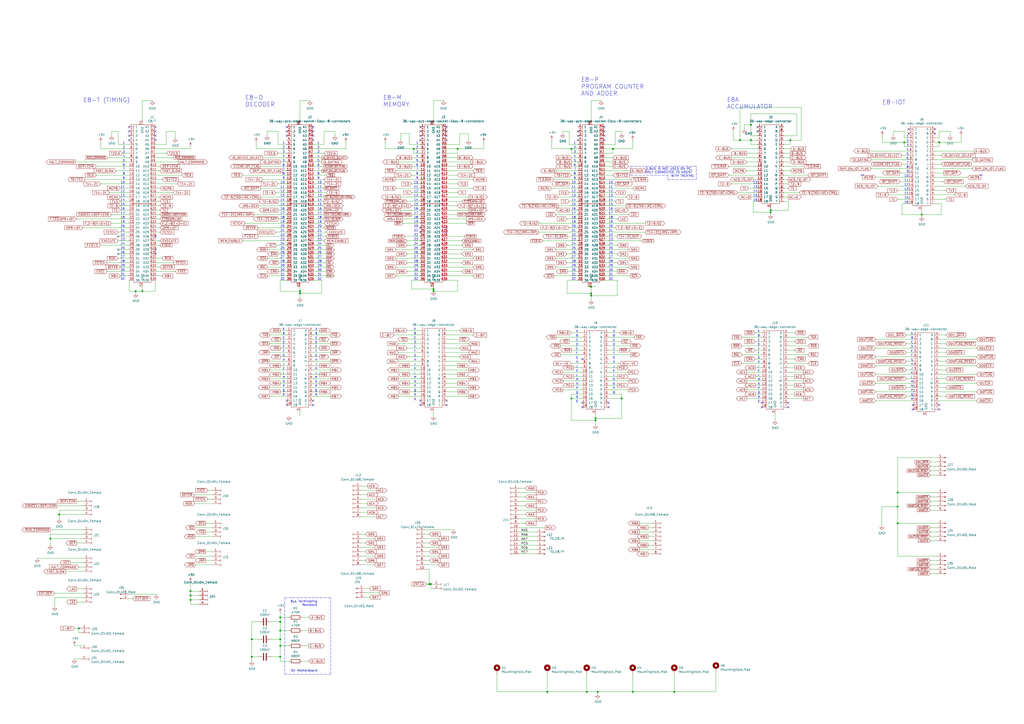
<source format=kicad_sch>
(kicad_sch (version 20211123) (generator eeschema)
  (paper "A2")
  (title_block (title "EDUC-8 Motherboard") (date "2019-07-25"))
  (junction (at 29.21 312.42))
  (junction (at 447.04 123.19))
  (junction (at 342.9 170.18))
  (junction (at 162.56 374.65))
  (junction (at 520.7 303.53))
  (junction (at 340.36 401.32))
  (junction (at 458.47 81.28))
  (junction (at 447.04 121.92))
  (junction (at 110.49 345.44))
  (junction (at 520.7 293.878))
  (junction (at 173.99 170.18))
  (junction (at 110.49 342.9))
  (junction (at 317.5 401.32))
  (junction (at 265.43 86.36))
  (junction (at 251.46 168.91))
  (junction (at 162.56 381))
  (junction (at 345.44 242.57))
  (junction (at 162.56 370.84))
  (junction (at 360.68 231.14))
  (junction (at 162.56 365.76))
  (junction (at 173.99 168.91))
  (junction (at 342.9 166.37))
  (junction (at 346.71 401.32))
  (junction (at 34.29 298.45))
  (junction (at 355.6 86.36))
  (junction (at 342.9 171.45))
  (junction (at 435.61 81.28))
  (junction (at 249.936 338.836))
  (junction (at 544.83 82.55))
  (junction (at 162.56 360.68))
  (junction (at 345.44 243.84))
  (junction (at 146.05 381))
  (junction (at 429.26 81.28))
  (junction (at 251.46 167.64))
  (junction (at 435.61 72.39))
  (junction (at 248.92 338.836))
  (junction (at 331.47 86.36))
  (junction (at 162.56 358.14))
  (junction (at 45.72 364.49))
  (junction (at 240.03 86.36))
  (junction (at 78.74 168.91))
  (junction (at 82.55 168.91))
  (junction (at 146.05 370.84))
  (junction (at 391.16 401.32))
  (junction (at 331.47 231.14))
  (junction (at 520.7 285.75))
  (junction (at 534.67 124.46))
  (junction (at 367.03 401.32))
  (junction (at 110.49 347.98))
  (junction (at 524.51 82.55))
  (no_connect (at 243.84 234.95))
  (no_connect (at 181.61 232.41))
  (no_connect (at 90.17 73.66))
  (no_connect (at 259.08 76.2))
  (no_connect (at 68.58 147.32))
  (no_connect (at 74.93 73.66))
  (no_connect (at 68.58 137.16))
  (no_connect (at 350.52 73.66))
  (no_connect (at 74.93 76.2))
  (no_connect (at 544.83 237.49))
  (no_connect (at 243.84 132.08))
  (no_connect (at 243.84 81.28))
  (no_connect (at 90.17 144.78))
  (no_connect (at 439.42 76.2))
  (no_connect (at 457.2 233.68))
  (no_connect (at 259.08 232.41))
  (no_connect (at 337.82 233.68))
  (no_connect (at 259.08 134.62))
  (no_connect (at 259.08 132.08))
  (no_connect (at 441.96 233.68))
  (no_connect (at 90.17 81.28))
  (no_connect (at 90.17 147.32))
  (no_connect (at 243.84 73.66))
  (no_connect (at 544.83 234.95))
  (no_connect (at 350.52 78.74))
  (no_connect (at 74.93 78.74))
  (no_connect (at 527.05 77.47))
  (no_connect (at 90.17 137.16))
  (no_connect (at 441.96 236.22))
  (no_connect (at 166.37 73.66))
  (no_connect (at 243.84 232.41))
  (no_connect (at 90.17 76.2))
  (no_connect (at 243.84 134.62))
  (no_connect (at 243.84 78.74))
  (no_connect (at 243.84 76.2))
  (no_connect (at 542.29 74.93))
  (no_connect (at 259.08 234.95))
  (no_connect (at 90.17 78.74))
  (no_connect (at 166.37 234.95))
  (no_connect (at 529.59 234.95))
  (no_connect (at 353.06 233.68))
  (no_connect (at 259.08 73.66))
  (no_connect (at 74.93 81.28))
  (no_connect (at 350.52 76.2))
  (no_connect (at 350.52 81.28))
  (no_connect (at 335.28 78.74))
  (no_connect (at 337.82 236.22))
  (no_connect (at 527.05 74.93))
  (no_connect (at 337.82 208.28))
  (no_connect (at 439.42 73.66))
  (no_connect (at 181.61 78.74))
  (no_connect (at 335.28 76.2))
  (no_connect (at 457.2 236.22))
  (no_connect (at 529.59 237.49))
  (no_connect (at 181.61 73.66))
  (no_connect (at 181.61 76.2))
  (no_connect (at 542.29 77.47))
  (no_connect (at 353.06 236.22))
  (no_connect (at 166.37 76.2))
  (no_connect (at 166.37 232.41))
  (no_connect (at 259.08 78.74))
  (no_connect (at 259.08 81.28))
  (no_connect (at 181.61 234.95))
  (no_connect (at 68.58 144.78))
  (no_connect (at 166.37 78.74))
  (no_connect (at 335.28 81.28))
  (no_connect (at 181.61 81.28))
  (wire (pts (xy 90.17 129.54) (xy 92.71 129.54)))
  (wire (pts (xy 355.6 91.44) (xy 350.52 91.44)))
  (wire (pts (xy 44.45 341.63) (xy 48.26 341.63)))
  (wire (pts (xy 434.34 109.22) (xy 439.42 109.22)))
  (wire (pts (xy 167.64 374.65) (xy 162.56 374.65)))
  (wire (pts (xy 238.76 101.6) (xy 243.84 101.6)))
  (wire (pts (xy 330.2 76.2) (xy 326.39 76.2)))
  (wire (pts (xy 110.49 342.9) (xy 110.49 337.82)))
  (wire (pts (xy 280.67 82.55) (xy 280.67 86.36)))
  (wire (pts (xy 457.2 208.28) (xy 461.01 208.28)))
  (wire (pts (xy 228.6 194.31) (xy 243.84 194.31)))
  (wire (pts (xy 154.94 76.2) (xy 154.94 78.74)))
  (wire (pts (xy 436.88 116.84) (xy 436.88 123.19)))
  (wire (pts (xy 553.72 113.03) (xy 542.29 113.03)))
  (wire (pts (xy 187.96 121.92) (xy 181.61 121.92)))
  (wire (pts (xy 346.71 402.59) (xy 346.71 401.32)))
  (wire (pts (xy 430.53 200.66) (xy 441.96 200.66)))
  (wire (pts (xy 191.77 204.47) (xy 181.61 204.47)))
  (wire (pts (xy 237.49 222.25) (xy 243.84 222.25)))
  (wire (pts (xy 447.04 121.92) (xy 447.04 120.65)))
  (wire (pts (xy 259.08 86.36) (xy 265.43 86.36)))
  (wire (pts (xy 162.56 222.25) (xy 166.37 222.25)))
  (wire (pts (xy 358.14 152.4) (xy 350.52 152.4)))
  (wire (pts (xy 311.15 300.99) (xy 300.99 300.99)))
  (wire (pts (xy 433.07 99.06) (xy 439.42 99.06)))
  (wire (pts (xy 151.13 96.52) (xy 166.37 96.52)))
  (wire (pts (xy 330.2 198.12) (xy 337.82 198.12)))
  (wire (pts (xy 358.14 213.36) (xy 353.06 213.36)))
  (wire (pts (xy 44.45 314.96) (xy 48.26 314.96)))
  (polyline (pts (xy 165.1 346.71) (xy 165.1 391.16)))
  (wire (pts (xy 119.38 325.12) (xy 123.19 325.12)))
  (wire (pts (xy 237.49 212.09) (xy 243.84 212.09)))
  (wire (pts (xy 74.93 147.32) (xy 68.58 147.32)))
  (wire (pts (xy 326.39 215.9) (xy 337.82 215.9)))
  (wire (pts (xy 332.74 218.44) (xy 337.82 218.44)))
  (wire (pts (xy 189.23 154.94) (xy 181.61 154.94)))
  (wire (pts (xy 162.56 365.76) (xy 162.56 370.84)))
  (wire (pts (xy 356.87 106.68) (xy 350.52 106.68)))
  (wire (pts (xy 212.09 320.04) (xy 209.55 320.04)))
  (wire (pts (xy 365.76 205.74) (xy 353.06 205.74)))
  (wire (pts (xy 520.7 322.58) (xy 543.56 322.58)))
  (wire (pts (xy 328.93 170.18) (xy 342.9 170.18)))
  (wire (pts (xy 544.83 85.09) (xy 544.83 82.55)))
  (wire (pts (xy 288.29 401.32) (xy 288.29 391.16)))
  (wire (pts (xy 527.05 97.79) (xy 505.46 97.79)))
  (wire (pts (xy 48.26 293.37) (xy 33.02 293.37)))
  (wire (pts (xy 304.8 298.45) (xy 300.99 298.45)))
  (wire (pts (xy 82.55 69.85) (xy 82.55 58.42)))
  (wire (pts (xy 167.64 358.14) (xy 162.56 358.14)))
  (wire (pts (xy 345.44 242.57) (xy 345.44 240.03)))
  (wire (pts (xy 525.78 219.71) (xy 529.59 219.71)))
  (wire (pts (xy 539.75 327.66) (xy 543.56 327.66)))
  (wire (pts (xy 321.31 104.14) (xy 335.28 104.14)))
  (wire (pts (xy 330.2 116.84) (xy 335.28 116.84)))
  (wire (pts (xy 520.7 303.53) (xy 520.7 322.58)))
  (wire (pts (xy 63.5 111.76) (xy 74.93 111.76)))
  (wire (pts (xy 229.87 109.22) (xy 243.84 109.22)))
  (wire (pts (xy 212.09 325.12) (xy 209.55 325.12)))
  (wire (pts (xy 266.7 77.47) (xy 271.78 77.47)))
  (wire (pts (xy 566.42 207.01) (xy 544.83 207.01)))
  (wire (pts (xy 370.84 318.77) (xy 378.46 318.77)))
  (wire (pts (xy 429.26 81.28) (xy 435.61 81.28)))
  (wire (pts (xy 523.24 90.17) (xy 527.05 90.17)))
  (wire (pts (xy 326.39 226.06) (xy 337.82 226.06)))
  (wire (pts (xy 29.21 309.88) (xy 48.26 309.88)))
  (wire (pts (xy 162.56 374.65) (xy 162.56 381)))
  (wire (pts (xy 464.82 81.28) (xy 458.47 81.28)))
  (wire (pts (xy 236.22 207.01) (xy 243.84 207.01)))
  (wire (pts (xy 331.47 203.2) (xy 337.82 203.2)))
  (wire (pts (xy 265.43 101.6) (xy 259.08 101.6)))
  (wire (pts (xy 110.49 350.52) (xy 110.49 347.98)))
  (wire (pts (xy 194.31 76.2) (xy 194.31 78.74)))
  (wire (pts (xy 231.14 229.87) (xy 243.84 229.87)))
  (wire (pts (xy 38.1 331.47) (xy 48.26 331.47)))
  (wire (pts (xy 565.15 87.63) (xy 542.29 87.63)))
  (wire (pts (xy 322.58 99.06) (xy 335.28 99.06)))
  (wire (pts (xy 364.49 124.46) (xy 350.52 124.46)))
  (wire (pts (xy 163.83 99.06) (xy 166.37 99.06)))
  (wire (pts (xy 524.51 76.2) (xy 518.16 76.2)))
  (wire (pts (xy 90.17 168.91) (xy 90.17 162.56)))
  (wire (pts (xy 120.65 289.56) (xy 123.19 289.56)))
  (wire (pts (xy 457.2 109.22) (xy 454.66 109.22)))
  (wire (pts (xy 90.17 116.84) (xy 92.71 116.84)))
  (wire (pts (xy 425.45 76.2) (xy 425.45 81.28)))
  (wire (pts (xy 274.32 99.06) (xy 259.08 99.06)))
  (wire (pts (xy 265.43 88.9) (xy 265.43 86.36)))
  (wire (pts (xy 92.71 96.52) (xy 90.17 96.52)))
  (wire (pts (xy 154.94 144.78) (xy 166.37 144.78)))
  (wire (pts (xy 213.36 292.1) (xy 209.55 292.1)))
  (wire (pts (xy 189.23 157.48) (xy 181.61 157.48)))
  (wire (pts (xy 232.41 121.92) (xy 243.84 121.92)))
  (wire (pts (xy 148.59 82.55) (xy 148.59 86.36)))
  (wire (pts (xy 45.72 367.03) (xy 45.72 364.49)))
  (wire (pts (xy 511.81 82.55) (xy 524.51 82.55)))
  (wire (pts (xy 251.46 241.3) (xy 251.46 238.76)))
  (wire (pts (xy 321.31 160.02) (xy 335.28 160.02)))
  (wire (pts (xy 90.17 149.86) (xy 93.98 149.86)))
  (wire (pts (xy 156.21 214.63) (xy 166.37 214.63)))
  (wire (pts (xy 166.37 162.56) (xy 162.56 162.56)))
  (wire (pts (xy 323.85 114.3) (xy 335.28 114.3)))
  (wire (pts (xy 191.77 219.71) (xy 181.61 219.71)))
  (wire (pts (xy 161.29 127) (xy 166.37 127)))
  (wire (pts (xy 544.83 196.85) (xy 566.42 196.85)))
  (wire (pts (xy 509.27 107.95) (xy 527.05 107.95)))
  (wire (pts (xy 375.92 311.15) (xy 378.46 311.15)))
  (wire (pts (xy 508 227.33) (xy 529.59 227.33)))
  (wire (pts (xy 364.49 220.98) (xy 353.06 220.98)))
  (wire (pts (xy 274.32 144.78) (xy 259.08 144.78)))
  (wire (pts (xy 218.44 284.48) (xy 209.55 284.48)))
  (wire (pts (xy 46.99 367.03) (xy 45.72 367.03)))
  (wire (pts (xy 435.61 72.39) (xy 435.61 66.04)))
  (wire (pts (xy 458.47 88.9) (xy 454.66 88.9)))
  (wire (pts (xy 69.85 160.02) (xy 74.93 160.02)))
  (wire (pts (xy 156.21 194.31) (xy 166.37 194.31)))
  (wire (pts (xy 181.61 139.7) (xy 187.96 139.7)))
  (wire (pts (xy 246.634 330.2) (xy 248.92 330.2)))
  (wire (pts (xy 548.64 194.31) (xy 544.83 194.31)))
  (wire (pts (xy 322.58 144.78) (xy 335.28 144.78)))
  (wire (pts (xy 187.96 114.3) (xy 181.61 114.3)))
  (wire (pts (xy 217.17 317.5) (xy 209.55 317.5)))
  (wire (pts (xy 365.76 104.14) (xy 350.52 104.14)))
  (wire (pts (xy 335.28 86.36) (xy 331.47 86.36)))
  (wire (pts (xy 271.78 219.71) (xy 259.08 219.71)))
  (wire (pts (xy 270.51 127) (xy 259.08 127)))
  (wire (pts (xy 534.67 124.46) (xy 534.67 121.92)))
  (wire (pts (xy 185.42 227.33) (xy 181.61 227.33)))
  (wire (pts (xy 173.99 241.3) (xy 173.99 238.76)))
  (wire (pts (xy 375.92 321.31) (xy 378.46 321.31)))
  (wire (pts (xy 358.14 171.45) (xy 342.9 171.45)))
  (wire (pts (xy 337.82 231.14) (xy 331.47 231.14)))
  (wire (pts (xy 340.36 166.37) (xy 342.9 166.37)))
  (wire (pts (xy 229.87 149.86) (xy 243.84 149.86)))
  (wire (pts (xy 424.18 91.44) (xy 439.42 91.44)))
  (wire (pts (xy 435.61 72.39) (xy 435.61 78.74)))
  (wire (pts (xy 364.49 215.9) (xy 353.06 215.9)))
  (wire (pts (xy 547.37 105.41) (xy 542.29 105.41)))
  (wire (pts (xy 515.62 113.03) (xy 527.05 113.03)))
  (wire (pts (xy 74.676 344.678) (xy 90.678 344.678)))
  (wire (pts (xy 48.26 344.17) (xy 31.75 344.17)))
  (wire (pts (xy 274.32 109.22) (xy 259.08 109.22)))
  (wire (pts (xy 265.43 222.25) (xy 259.08 222.25)))
  (wire (pts (xy 320.04 109.22) (xy 335.28 109.22)))
  (wire (pts (xy 92.71 142.24) (xy 90.17 142.24)))
  (wire (pts (xy 353.06 228.6) (xy 360.68 228.6)))
  (wire (pts (xy 166.37 101.6) (xy 140.97 101.6)))
  (wire (pts (xy 520.7 285.75) (xy 520.7 293.878)))
  (wire (pts (xy 461.01 198.12) (xy 457.2 198.12)))
  (wire (pts (xy 90.17 124.46) (xy 92.71 124.46)))
  (wire (pts (xy 335.28 88.9) (xy 331.47 88.9)))
  (wire (pts (xy 251.46 69.85) (xy 251.46 58.42)))
  (wire (pts (xy 350.52 88.9) (xy 355.6 88.9)))
  (wire (pts (xy 233.68 127) (xy 243.84 127)))
  (polyline (pts (xy 387.35 104.14) (xy 403.86 104.14)))
  (wire (pts (xy 365.76 200.66) (xy 353.06 200.66)))
  (wire (pts (xy 529.59 214.63) (xy 525.78 214.63)))
  (wire (pts (xy 74.93 83.82) (xy 68.58 83.82)))
  (wire (pts (xy 527.05 102.87) (xy 508 102.87)))
  (wire (pts (xy 441.96 213.36) (xy 438.15 213.36)))
  (wire (pts (xy 142.24 129.54) (xy 166.37 129.54)))
  (wire (pts (xy 58.42 86.36) (xy 58.42 82.55)))
  (wire (pts (xy 259.08 96.52) (xy 265.43 96.52)))
  (wire (pts (xy 335.28 137.16) (xy 328.93 137.16)))
  (wire (pts (xy 55.88 101.6) (xy 74.93 101.6)))
  (wire (pts (xy 447.04 123.19) (xy 447.04 124.46)))
  (wire (pts (xy 274.32 160.02) (xy 259.08 160.02)))
  (wire (pts (xy 438.15 198.12) (xy 441.96 198.12)))
  (wire (pts (xy 320.04 86.36) (xy 320.04 81.28)))
  (wire (pts (xy 365.76 160.02) (xy 350.52 160.02)))
  (wire (pts (xy 146.05 381) (xy 146.05 370.84)))
  (wire (pts (xy 213.36 297.18) (xy 209.55 297.18)))
  (wire (pts (xy 149.86 370.84) (xy 146.05 370.84)))
  (wire (pts (xy 331.47 91.44) (xy 335.28 91.44)))
  (wire (pts (xy 92.71 127) (xy 90.17 127)))
  (wire (pts (xy 157.48 381) (xy 162.56 381)))
  (wire (pts (xy 45.72 364.49) (xy 46.99 364.49)))
  (wire (pts (xy 358.14 127) (xy 350.52 127)))
  (wire (pts (xy 461.01 203.2) (xy 457.2 203.2)))
  (wire (pts (xy 375.92 316.23) (xy 378.46 316.23)))
  (wire (pts (xy 48.26 346.71) (xy 31.75 346.71)))
  (wire (pts (xy 187.96 124.46) (xy 181.61 124.46)))
  (wire (pts (xy 266.7 83.82) (xy 266.7 77.47)))
  (wire (pts (xy 328.93 152.4) (xy 335.28 152.4)))
  (wire (pts (xy 266.7 201.93) (xy 259.08 201.93)))
  (wire (pts (xy 100.33 91.44) (xy 90.17 91.44)))
  (wire (pts (xy 355.6 86.36) (xy 367.03 86.36)))
  (wire (pts (xy 330.2 83.82) (xy 330.2 76.2)))
  (wire (pts (xy 161.29 88.9) (xy 166.37 88.9)))
  (wire (pts (xy 365.76 99.06) (xy 350.52 99.06)))
  (wire (pts (xy 342.9 171.45) (xy 342.9 170.18)))
  (wire (pts (xy 200.66 86.36) (xy 181.61 86.36)))
  (wire (pts (xy 332.74 223.52) (xy 337.82 223.52)))
  (wire (pts (xy 539.75 273.05) (xy 543.56 273.05)))
  (wire (pts (xy 173.99 172.72) (xy 173.99 170.18)))
  (wire (pts (xy 191.77 199.39) (xy 181.61 199.39)))
  (wire (pts (xy 90.17 88.9) (xy 96.52 88.9)))
  (wire (pts (xy 273.05 93.98) (xy 259.08 93.98)))
  (wire (pts (xy 358.14 223.52) (xy 353.06 223.52)))
  (wire (pts (xy 457.2 114.3) (xy 454.66 114.3)))
  (wire (pts (xy 322.58 154.94) (xy 335.28 154.94)))
  (wire (pts (xy 466.09 220.98) (xy 457.2 220.98)))
  (wire (pts (xy 356.87 76.2) (xy 360.68 76.2)))
  (wire (pts (xy 557.53 82.55) (xy 557.53 78.74)))
  (wire (pts (xy 82.55 58.42) (xy 88.392 58.42)))
  (wire (pts (xy 424.18 106.68) (xy 439.42 106.68)))
  (wire (pts (xy 364.49 226.06) (xy 353.06 226.06)))
  (wire (pts (xy 265.43 106.68) (xy 259.08 106.68)))
  (wire (pts (xy 181.61 147.32) (xy 189.23 147.32)))
  (wire (pts (xy 43.18 382.27) (xy 46.99 382.27)))
  (wire (pts (xy 358.14 147.32) (xy 350.52 147.32)))
  (wire (pts (xy 251.206 341.376) (xy 249.936 341.376)))
  (wire (pts (xy 466.09 226.06) (xy 457.2 226.06)))
  (wire (pts (xy 240.03 88.9) (xy 243.84 88.9)))
  (wire (pts (xy 90.17 119.38) (xy 92.71 119.38)))
  (wire (pts (xy 162.56 370.84) (xy 162.56 374.65)))
  (wire (pts (xy 191.77 194.31) (xy 181.61 194.31)))
  (wire (pts (xy 326.39 76.2) (xy 326.39 77.47)))
  (wire (pts (xy 48.26 298.45) (xy 34.29 298.45)))
  (wire (pts (xy 74.676 347.218) (xy 76.962 347.218)))
  (wire (pts (xy 342.9 173.99) (xy 342.9 171.45)))
  (wire (pts (xy 217.17 327.66) (xy 209.55 327.66)))
  (wire (pts (xy 367.03 401.32) (xy 346.71 401.32)))
  (wire (pts (xy 527.05 118.11) (xy 523.24 118.11)))
  (wire (pts (xy 331.47 210.82) (xy 337.82 210.82)))
  (wire (pts (xy 46.99 374.65) (xy 46.99 375.92)))
  (wire (pts (xy 259.08 116.84) (xy 267.97 116.84)))
  (wire (pts (xy 254.254 327.66) (xy 246.634 327.66)))
  (wire (pts (xy 551.18 76.2) (xy 551.18 78.74)))
  (wire (pts (xy 238.76 106.68) (xy 243.84 106.68)))
  (wire (pts (xy 529.59 196.85) (xy 508 196.85)))
  (wire (pts (xy 249.174 309.88) (xy 246.634 309.88)))
  (wire (pts (xy 342.9 166.37) (xy 345.44 166.37)))
  (wire (pts (xy 311.15 290.83) (xy 300.99 290.83)))
  (wire (pts (xy 187.96 83.82) (xy 187.96 76.2)))
  (wire (pts (xy 523.24 124.46) (xy 534.67 124.46)))
  (wire (pts (xy 160.02 111.76) (xy 166.37 111.76)))
  (wire (pts (xy 331.47 243.84) (xy 345.44 243.84)))
  (wire (pts (xy 62.23 152.4) (xy 74.93 152.4)))
  (wire (pts (xy 367.03 391.16) (xy 367.03 401.32)))
  (wire (pts (xy 521.97 105.41) (xy 527.05 105.41)))
  (wire (pts (xy 238.76 162.56) (xy 238.76 167.64)))
  (wire (pts (xy 466.09 231.14) (xy 457.2 231.14)))
  (wire (pts (xy 356.87 116.84) (xy 350.52 116.84)))
  (wire (pts (xy 274.32 104.14) (xy 259.08 104.14)))
  (wire (pts (xy 331.47 231.14) (xy 331.47 243.84)))
  (wire (pts (xy 154.94 154.94) (xy 166.37 154.94)))
  (wire (pts (xy 267.97 152.4) (xy 259.08 152.4)))
  (wire (pts (xy 265.43 119.38) (xy 259.08 119.38)))
  (wire (pts (xy 458.47 81.28) (xy 454.66 81.28)))
  (wire (pts (xy 173.99 168.91) (xy 173.99 166.37)))
  (wire (pts (xy 156.21 204.47) (xy 166.37 204.47)))
  (wire (pts (xy 360.68 242.57) (xy 360.68 231.14)))
  (wire (pts (xy 525.78 199.39) (xy 529.59 199.39)))
  (wire (pts (xy 40.64 326.39) (xy 48.26 326.39)))
  (wire (pts (xy 48.26 132.08) (xy 74.93 132.08)))
  (wire (pts (xy 566.42 201.93) (xy 544.83 201.93)))
  (wire (pts (xy 254.254 322.58) (xy 246.634 322.58)))
  (wire (pts (xy 457.2 213.36) (xy 461.01 213.36)))
  (wire (pts (xy 247.396 338.836) (xy 248.92 338.836)))
  (wire (pts (xy 110.49 86.36) (xy 110.49 85.09)))
  (wire (pts (xy 243.84 83.82) (xy 237.49 83.82)))
  (wire (pts (xy 544.83 76.2) (xy 551.18 76.2)))
  (wire (pts (xy 350.52 134.62) (xy 374.65 134.62)))
  (wire (pts (xy 211.582 346.456) (xy 214.376 346.456)))
  (wire (pts (xy 49.53 104.14) (xy 74.93 104.14)))
  (wire (pts (xy 454.66 99.06) (xy 458.47 99.06)))
  (wire (pts (xy 546.1 124.46) (xy 534.67 124.46)))
  (wire (pts (xy 311.15 311.15) (xy 300.99 311.15)))
  (wire (pts (xy 189.23 144.78) (xy 181.61 144.78)))
  (wire (pts (xy 68.58 76.2) (xy 64.77 76.2)))
  (wire (pts (xy 508 222.25) (xy 529.59 222.25)))
  (wire (pts (xy 58.42 106.68) (xy 74.93 106.68)))
  (wire (pts (xy 217.17 312.42) (xy 209.55 312.42)))
  (wire (pts (xy 542.29 85.09) (xy 544.83 85.09)))
  (polyline (pts (xy 403.86 96.52) (xy 365.76 96.52)))
  (wire (pts (xy 447.04 121.92) (xy 457.2 121.92)))
  (wire (pts (xy 113.03 327.66) (xy 123.19 327.66)))
  (wire (pts (xy 166.37 83.82) (xy 161.29 83.82)))
  (wire (pts (xy 152.4 91.44) (xy 166.37 91.44)))
  (wire (pts (xy 181.61 109.22) (xy 187.96 109.22)))
  (wire (pts (xy 265.43 212.09) (xy 259.08 212.09)))
  (wire (pts (xy 468.63 210.82) (xy 457.2 210.82)))
  (wire (pts (xy 312.42 129.54) (xy 335.28 129.54)))
  (wire (pts (xy 246.634 307.34) (xy 263.144 307.34)))
  (wire (pts (xy 457.2 106.68) (xy 454.66 106.68)))
  (wire (pts (xy 251.46 168.91) (xy 265.43 168.91)))
  (wire (pts (xy 187.96 96.52) (xy 181.61 96.52)))
  (wire (pts (xy 231.14 224.79) (xy 243.84 224.79)))
  (wire (pts (xy 162.56 212.09) (xy 166.37 212.09)))
  (wire (pts (xy 74.93 157.48) (xy 62.23 157.48)))
  (wire (pts (xy 236.22 152.4) (xy 243.84 152.4)))
  (wire (pts (xy 229.87 144.78) (xy 243.84 144.78)))
  (wire (pts (xy 218.44 294.64) (xy 209.55 294.64)))
  (wire (pts (xy 166.37 142.24) (xy 160.02 142.24)))
  (wire (pts (xy 542.29 102.87) (xy 561.34 102.87)))
  (wire (pts (xy 211.582 341.376) (xy 214.376 341.376)))
  (wire (pts (xy 544.83 214.63) (xy 548.64 214.63)))
  (wire (pts (xy 358.14 218.44) (xy 353.06 218.44)))
  (wire (pts (xy 191.77 229.87) (xy 181.61 229.87)))
  (wire (pts (xy 267.97 142.24) (xy 259.08 142.24)))
  (wire (pts (xy 345.44 243.84) (xy 345.44 242.57)))
  (wire (pts (xy 64.77 129.54) (xy 74.93 129.54)))
  (wire (pts (xy 74.93 162.56) (xy 74.93 168.91)))
  (wire (pts (xy 427.99 111.76) (xy 439.42 111.76)))
  (wire (pts (xy 156.21 199.39) (xy 166.37 199.39)))
  (wire (pts (xy 265.43 86.36) (xy 280.67 86.36)))
  (wire (pts (xy 259.08 88.9) (xy 265.43 88.9)))
  (wire (pts (xy 317.5 391.16) (xy 317.5 401.32)))
  (wire (pts (xy 161.29 157.48) (xy 166.37 157.48)))
  (wire (pts (xy 322.58 124.46) (xy 335.28 124.46)))
  (wire (pts (xy 48.26 295.91) (xy 34.29 295.91)))
  (wire (pts (xy 146.05 381) (xy 146.05 383.54)))
  (wire (pts (xy 157.48 360.68) (xy 162.56 360.68)))
  (wire (pts (xy 74.93 137.16) (xy 68.58 137.16)))
  (wire (pts (xy 62.484 91.44) (xy 74.93 91.44)))
  (wire (pts (xy 547.37 100.33) (xy 542.29 100.33)))
  (wire (pts (xy 311.15 285.75) (xy 300.99 285.75)))
  (wire (pts (xy 322.58 195.58) (xy 337.82 195.58)))
  (wire (pts (xy 520.7 285.75) (xy 543.56 285.75)))
  (wire (pts (xy 82.55 166.37) (xy 82.55 168.91)))
  (wire (pts (xy 359.41 203.2) (xy 353.06 203.2)))
  (wire (pts (xy 64.77 124.46) (xy 74.93 124.46)))
  (wire (pts (xy 233.68 129.54) (xy 243.84 129.54)))
  (wire (pts (xy 520.7 293.878) (xy 520.7 303.53)))
  (wire (pts (xy 68.58 83.82) (xy 68.58 76.2)))
  (wire (pts (xy 29.21 309.88) (xy 29.21 312.42)))
  (wire (pts (xy 566.42 212.09) (xy 544.83 212.09)))
  (wire (pts (xy 350.52 129.54) (xy 374.65 129.54)))
  (wire (pts (xy 539.75 290.83) (xy 543.56 290.83)))
  (wire (pts (xy 458.47 83.82) (xy 458.47 81.28)))
  (wire (pts (xy 317.5 401.32) (xy 288.29 401.32)))
  (wire (pts (xy 330.2 106.68) (xy 335.28 106.68)))
  (wire (pts (xy 185.42 212.09) (xy 181.61 212.09)))
  (wire (pts (xy 438.15 193.04) (xy 441.96 193.04)))
  (wire (pts (xy 527.05 80.01) (xy 524.51 80.01)))
  (wire (pts (xy 181.61 162.56) (xy 186.69 162.56)))
  (wire (pts (xy 525.78 204.47) (xy 529.59 204.47)))
  (wire (pts (xy 271.78 209.55) (xy 259.08 209.55)))
  (wire (pts (xy 364.49 149.86) (xy 350.52 149.86)))
  (wire (pts (xy 391.16 401.32) (xy 367.03 401.32)))
  (wire (pts (xy 162.56 201.93) (xy 166.37 201.93)))
  (wire (pts (xy 43.18 374.65) (xy 46.99 374.65)))
  (wire (pts (xy 331.47 93.98) (xy 335.28 93.98)))
  (wire (pts (xy 518.16 76.2) (xy 518.16 78.74)))
  (wire (pts (xy 90.17 132.08) (xy 92.71 132.08)))
  (wire (pts (xy 240.03 86.36) (xy 243.84 86.36)))
  (wire (pts (xy 236.22 157.48) (xy 243.84 157.48)))
  (wire (pts (xy 435.61 66.04) (xy 462.28 66.04)))
  (wire (pts (xy 115.57 342.9) (xy 110.49 342.9)))
  (wire (pts (xy 68.58 139.7) (xy 74.93 139.7)))
  (wire (pts (xy 355.6 96.52) (xy 350.52 96.52)))
  (wire (pts (xy 232.41 77.47) (xy 232.41 81.28)))
  (wire (pts (xy 44.45 127) (xy 74.93 127)))
  (wire (pts (xy 147.32 124.46) (xy 166.37 124.46)))
  (wire (pts (xy 457.2 104.14) (xy 454.66 104.14)))
  (wire (pts (xy 356.87 83.82) (xy 350.52 83.82)))
  (wire (pts (xy 236.22 139.7) (xy 243.84 139.7)))
  (wire (pts (xy 166.37 109.22) (xy 151.13 109.22)))
  (wire (pts (xy 300.99 321.31) (xy 311.15 321.31)))
  (wire (pts (xy 251.46 167.64) (xy 251.46 166.37)))
  (wire (pts (xy 364.49 154.94) (xy 350.52 154.94)))
  (wire (pts (xy 539.75 308.61) (xy 543.56 308.61)))
  (wire (pts (xy 231.14 93.98) (xy 243.84 93.98)))
  (wire (pts (xy 154.94 149.86) (xy 166.37 149.86)))
  (wire (pts (xy 90.17 99.06) (xy 92.71 99.06)))
  (wire (pts (xy 355.6 101.6) (xy 350.52 101.6)))
  (wire (pts (xy 356.87 83.82) (xy 356.87 76.2)))
  (wire (pts (xy 149.86 119.38) (xy 166.37 119.38)))
  (wire (pts (xy 457.2 116.84) (xy 454.66 116.84)))
  (wire (pts (xy 93.98 160.02) (xy 90.17 160.02)))
  (wire (pts (xy 185.42 191.77) (xy 181.61 191.77)))
  (wire (pts (xy 265.43 168.91) (xy 265.43 162.56)))
  (wire (pts (xy 200.66 82.55) (xy 200.66 86.36)))
  (wire (pts (xy 546.1 95.25) (xy 542.29 95.25)))
  (wire (pts (xy 544.83 82.55) (xy 557.53 82.55)))
  (wire (pts (xy 90.17 111.76) (xy 100.33 111.76)))
  (wire (pts (xy 539.75 275.59) (xy 543.56 275.59)))
  (wire (pts (xy 548.64 115.57) (xy 542.29 115.57)))
  (wire (pts (xy 542.29 92.71) (xy 563.88 92.71)))
  (wire (pts (xy 243.84 162.56) (xy 238.76 162.56)))
  (wire (pts (xy 468.63 200.66) (xy 457.2 200.66)))
  (wire (pts (xy 504.19 87.63) (xy 527.05 87.63)))
  (wire (pts (xy 539.75 311.15) (xy 543.56 311.15)))
  (wire (pts (xy 539.75 293.37) (xy 543.56 293.37)))
  (wire (pts (xy 435.61 81.28) (xy 435.61 83.82)))
  (wire (pts (xy 217.17 322.58) (xy 209.55 322.58)))
  (wire (pts (xy 511.556 293.878) (xy 520.7 293.878)))
  (wire (pts (xy 58.42 142.24) (xy 74.93 142.24)))
  (wire (pts (xy 328.93 162.56) (xy 328.93 170.18)))
  (wire (pts (xy 229.87 160.02) (xy 243.84 160.02)))
  (polyline (pts (xy 191.77 346.71) (xy 165.1 346.71)))
  (wire (pts (xy 323.85 119.38) (xy 335.28 119.38)))
  (wire (pts (xy 187.96 129.54) (xy 181.61 129.54)))
  (wire (pts (xy 311.15 318.77) (xy 300.99 318.77)))
  (wire (pts (xy 236.22 201.93) (xy 243.84 201.93)))
  (wire (pts (xy 238.76 119.38) (xy 243.84 119.38)))
  (wire (pts (xy 360.68 228.6) (xy 360.68 231.14)))
  (wire (pts (xy 67.31 99.06) (xy 74.93 99.06)))
  (wire (pts (xy 64.77 76.2) (xy 64.77 78.74)))
  (wire (pts (xy 251.46 168.91) (xy 251.46 167.64)))
  (wire (pts (xy 433.07 231.14) (xy 441.96 231.14)))
  (wire (pts (xy 161.29 83.82) (xy 161.29 76.2)))
  (wire (pts (xy 271.78 114.3) (xy 259.08 114.3)))
  (wire (pts (xy 74.93 86.36) (xy 58.42 86.36)))
  (wire (pts (xy 304.8 283.21) (xy 300.99 283.21)))
  (wire (pts (xy 43.18 364.49) (xy 45.72 364.49)))
  (wire (pts (xy 92.71 109.22) (xy 90.17 109.22)))
  (wire (pts (xy 223.52 82.55) (xy 223.52 86.36)))
  (wire (pts (xy 436.88 104.14) (xy 439.42 104.14)))
  (wire (pts (xy 430.53 195.58) (xy 441.96 195.58)))
  (wire (pts (xy 191.77 214.63) (xy 181.61 214.63)))
  (wire (pts (xy 438.15 223.52) (xy 441.96 223.52)))
  (wire (pts (xy 542.29 118.11) (xy 546.1 118.11)))
  (wire (pts (xy 110.49 347.98) (xy 110.49 345.44)))
  (wire (pts (xy 185.42 201.93) (xy 181.61 201.93)))
  (wire (pts (xy 454.66 83.82) (xy 458.47 83.82)))
  (polyline (pts (xy 165.1 391.16) (xy 191.77 391.16)))
  (wire (pts (xy 433.07 215.9) (xy 441.96 215.9)))
  (wire (pts (xy 90.17 104.14) (xy 93.98 104.14)))
  (wire (pts (xy 236.22 142.24) (xy 243.84 142.24)))
  (wire (pts (xy 328.93 157.48) (xy 335.28 157.48)))
  (wire (pts (xy 187.96 132.08) (xy 181.61 132.08)))
  (wire (pts (xy 29.21 312.42) (xy 29.21 316.23)))
  (wire (pts (xy 115.57 347.98) (xy 110.49 347.98)))
  (wire (pts (xy 331.47 228.6) (xy 331.47 231.14)))
  (wire (pts (xy 248.92 330.2) (xy 248.92 338.836)))
  (wire (pts (xy 162.56 381) (xy 162.56 383.54)))
  (wire (pts (xy 330.2 121.92) (xy 335.28 121.92)))
  (wire (pts (xy 525.78 209.55) (xy 529.59 209.55)))
  (wire (pts (xy 356.87 111.76) (xy 350.52 111.76)))
  (wire (pts (xy 415.29 401.32) (xy 391.16 401.32)))
  (wire (pts (xy 74.93 149.86) (xy 68.58 149.86)))
  (wire (pts (xy 187.96 119.38) (xy 181.61 119.38)))
  (wire (pts (xy 364.49 144.78) (xy 350.52 144.78)))
  (wire (pts (xy 162.56 227.33) (xy 166.37 227.33)))
  (wire (pts (xy 105.41 101.6) (xy 90.17 101.6)))
  (wire (pts (xy 527.05 85.09) (xy 524.51 85.09)))
  (wire (pts (xy 238.76 124.46) (xy 243.84 124.46)))
  (wire (pts (xy 328.93 162.56) (xy 335.28 162.56)))
  (wire (pts (xy 441.96 208.28) (xy 438.15 208.28)))
  (wire (pts (xy 152.4 104.14) (xy 166.37 104.14)))
  (wire (pts (xy 231.14 204.47) (xy 243.84 204.47)))
  (wire (pts (xy 524.51 80.01) (xy 524.51 76.2)))
  (wire (pts (xy 78.74 168.91) (xy 82.55 168.91)))
  (wire (pts (xy 438.15 228.6) (xy 441.96 228.6)))
  (wire (pts (xy 151.13 114.3) (xy 166.37 114.3)))
  (wire (pts (xy 149.86 381) (xy 146.05 381)))
  (wire (pts (xy 267.97 139.7) (xy 259.08 139.7)))
  (wire (pts (xy 189.23 111.76) (xy 181.61 111.76)))
  (wire (pts (xy 186.69 93.98) (xy 181.61 93.98)))
  (wire (pts (xy 328.93 142.24) (xy 335.28 142.24)))
  (wire (pts (xy 119.38 303.53) (xy 123.19 303.53)))
  (wire (pts (xy 175.26 358.14) (xy 179.07 358.14)))
  (wire (pts (xy 185.42 207.01) (xy 181.61 207.01)))
  (wire (pts (xy 546.1 90.17) (xy 542.29 90.17)))
  (wire (pts (xy 69.85 119.38) (xy 74.93 119.38)))
  (wire (pts (xy 548.64 224.79) (xy 544.83 224.79)))
  (wire (pts (xy 539.75 330.2) (xy 543.56 330.2)))
  (wire (pts (xy 269.24 137.16) (xy 259.08 137.16)))
  (wire (pts (xy 157.48 370.84) (xy 162.56 370.84)))
  (wire (pts (xy 346.71 401.32) (xy 340.36 401.32)))
  (wire (pts (xy 454.66 91.44) (xy 458.47 91.44)))
  (wire (pts (xy 189.23 149.86) (xy 181.61 149.86)))
  (wire (pts (xy 162.56 93.98) (xy 166.37 93.98)))
  (wire (pts (xy 44.45 290.83) (xy 48.26 290.83)))
  (wire (pts (xy 430.53 210.82) (xy 441.96 210.82)))
  (wire (pts (xy 162.56 217.17) (xy 166.37 217.17)))
  (wire (pts (xy 271.78 214.63) (xy 259.08 214.63)))
  (wire (pts (xy 359.41 193.04) (xy 353.06 193.04)))
  (wire (pts (xy 271.78 77.47) (xy 271.78 81.28)))
  (wire (pts (xy 360.68 198.12) (xy 353.06 198.12)))
  (wire (pts (xy 358.14 157.48) (xy 350.52 157.48)))
  (wire (pts (xy 358.14 162.56) (xy 358.14 171.45)))
  (wire (pts (xy 113.03 292.1) (xy 123.19 292.1)))
  (wire (pts (xy 166.37 147.32) (xy 161.29 147.32)))
  (wire (pts (xy 331.47 96.52) (xy 335.28 96.52)))
  (wire (pts (xy 355.6 93.98) (xy 350.52 93.98)))
  (wire (pts (xy 265.43 162.56) (xy 259.08 162.56)))
  (wire (pts (xy 539.75 295.91) (xy 543.56 295.91)))
  (wire (pts (xy 90.17 152.4) (xy 100.33 152.4)))
  (wire (pts (xy 259.08 83.82) (xy 266.7 83.82)))
  (wire (pts (xy 458.47 86.36) (xy 454.66 86.36)))
  (wire (pts (xy 156.21 219.71) (xy 166.37 219.71)))
  (wire (pts (xy 463.55 111.76) (xy 454.66 111.76)))
  (wire (pts (xy 435.61 81.28) (xy 439.42 81.28)))
  (wire (pts (xy 271.78 199.39) (xy 259.08 199.39)))
  (wire (pts (xy 234.95 137.16) (xy 243.84 137.16)))
  (wire (pts (xy 391.16 391.16) (xy 391.16 401.32)))
  (wire (pts (xy 161.29 106.68) (xy 166.37 106.68)))
  (wire (pts (xy 191.77 209.55) (xy 181.61 209.55)))
  (wire (pts (xy 266.7 191.77) (xy 259.08 191.77)))
  (wire (pts (xy 527.05 92.71) (xy 505.46 92.71)))
  (wire (pts (xy 330.2 111.76) (xy 335.28 111.76)))
  (wire (pts (xy 274.32 149.86) (xy 259.08 149.86)))
  (wire (pts (xy 161.29 121.92) (xy 166.37 121.92)))
  (wire (pts (xy 113.03 322.58) (xy 123.19 322.58)))
  (wire (pts (xy 236.22 191.77) (xy 243.84 191.77)))
  (wire (pts (xy 148.59 86.36) (xy 166.37 86.36)))
  (wire (pts (xy 249.174 314.96) (xy 246.634 314.96)))
  (wire (pts (xy 433.07 93.98) (xy 439.42 93.98)))
  (wire (pts (xy 331.47 193.04) (xy 337.82 193.04)))
  (wire (pts (xy 468.63 195.58) (xy 457.2 195.58)))
  (wire (pts (xy 74.93 144.78) (xy 68.58 144.78)))
  (wire (pts (xy 265.43 91.44) (xy 259.08 91.44)))
  (wire (pts (xy 415.29 389.89) (xy 415.29 401.32)))
  (wire (pts (xy 350.52 86.36) (xy 355.6 86.36)))
  (wire (pts (xy 213.36 281.94) (xy 209.55 281.94)))
  (wire (pts (xy 461.01 193.04) (xy 457.2 193.04)))
  (wire (pts (xy 468.63 205.74) (xy 457.2 205.74)))
  (wire (pts (xy 548.64 209.55) (xy 544.83 209.55)))
  (wire (pts (xy 331.47 228.6) (xy 337.82 228.6)))
  (wire (pts (xy 300.99 316.23) (xy 311.15 316.23)))
  (wire (pts (xy 101.6 76.2) (xy 101.6 80.01)))
  (wire (pts (xy 508 207.01) (xy 529.59 207.01)))
  (wire (pts (xy 45.72 328.93) (xy 48.26 328.93)))
  (wire (pts (xy 461.01 218.44) (xy 457.2 218.44)))
  (wire (pts (xy 511.81 82.55) (xy 511.81 78.74)))
  (wire (pts (xy 248.92 338.836) (xy 249.936 338.836)))
  (wire (pts (xy 249.174 320.04) (xy 246.634 320.04)))
  (wire (pts (xy 160.02 134.62) (xy 166.37 134.62)))
  (wire (pts (xy 311.15 313.69) (xy 300.99 313.69)))
  (wire (pts (xy 90.678 344.678) (xy 90.678 344.932)))
  (wire (pts (xy 454.66 96.52) (xy 466.09 96.52)))
  (wire (pts (xy 102.87 106.68) (xy 90.17 106.68)))
  (wire (pts (xy 539.75 288.29) (xy 543.56 288.29)))
  (wire (pts (xy 508 212.09) (xy 529.59 212.09)))
  (wire (pts (xy 370.84 303.53) (xy 378.46 303.53)))
  (wire (pts (xy 271.78 204.47) (xy 259.08 204.47)))
  (wire (pts (xy 350.52 137.16) (xy 358.14 137.16)))
  (wire (pts (xy 560.07 107.95) (xy 542.29 107.95)))
  (wire (pts (xy 191.77 224.79) (xy 181.61 224.79)))
  (wire (pts (xy 185.42 217.17) (xy 181.61 217.17)))
  (wire (pts (xy 90.17 114.3) (xy 92.71 114.3)))
  (wire (pts (xy 543.56 265.43) (xy 520.7 265.43)))
  (wire (pts (xy 156.21 229.87) (xy 166.37 229.87)))
  (wire (pts (xy 146.05 370.84) (xy 146.05 360.68)))
  (wire (pts (xy 156.21 209.55) (xy 166.37 209.55)))
  (wire (pts (xy 213.36 287.02) (xy 209.55 287.02)))
  (wire (pts (xy 90.17 93.98) (xy 103.378 93.98)))
  (wire (pts (xy 21.59 323.85) (xy 48.26 323.85)))
  (wire (pts (xy 266.7 207.01) (xy 259.08 207.01)))
  (wire (pts (xy 340.36 391.16) (xy 340.36 401.32)))
  (wire (pts (xy 439.42 116.84) (xy 436.88 116.84)))
  (wire (pts (xy 90.17 86.36) (xy 110.49 86.36)))
  (wire (pts (xy 249.936 341.376) (xy 249.936 338.836)))
  (wire (pts (xy 447.04 123.19) (xy 447.04 121.92)))
  (wire (pts (xy 187.96 127) (xy 181.61 127)))
  (wire (pts (xy 212.09 309.88) (xy 209.55 309.88)))
  (wire (pts (xy 466.09 215.9) (xy 457.2 215.9)))
  (wire (pts (xy 539.75 313.69) (xy 543.56 313.69)))
  (wire (pts (xy 314.96 139.7) (xy 335.28 139.7)))
  (wire (pts (xy 185.42 222.25) (xy 181.61 222.25)))
  (wire (pts (xy 430.53 205.74) (xy 441.96 205.74)))
  (wire (pts (xy 115.57 345.44) (xy 110.49 345.44)))
  (wire (pts (xy 358.14 162.56) (xy 350.52 162.56)))
  (wire (pts (xy 173.99 58.42) (xy 179.832 58.42)))
  (wire (pts (xy 254.254 317.5) (xy 246.634 317.5)))
  (wire (pts (xy 173.99 170.18) (xy 186.69 170.18)))
  (wire (pts (xy 542.29 97.79) (xy 563.88 97.79)))
  (wire (pts (xy 71.12 88.9) (xy 74.93 88.9)))
  (wire (pts (xy 508 201.93) (xy 529.59 201.93)))
  (wire (pts (xy 520.7 115.57) (xy 527.05 115.57)))
  (wire (pts (xy 331.47 88.9) (xy 331.47 86.36)))
  (wire (pts (xy 237.49 227.33) (xy 243.84 227.33)))
  (wire (pts (xy 162.56 355.6) (xy 162.56 358.14)))
  (wire (pts (xy 218.44 289.56) (xy 209.55 289.56)))
  (wire (pts (xy 436.88 123.19) (xy 447.04 123.19)))
  (wire (pts (xy 185.42 196.85) (xy 181.61 196.85)))
  (wire (pts (xy 187.96 116.84) (xy 181.61 116.84)))
  (polyline (pts (xy 191.77 391.16) (xy 191.77 346.71)))
  (wire (pts (xy 375.92 306.07) (xy 378.46 306.07)))
  (wire (pts (xy 154.94 160.02) (xy 166.37 160.02)))
  (wire (pts (xy 120.65 284.48) (xy 123.19 284.48)))
  (wire (pts (xy 194.31 160.02) (xy 181.61 160.02)))
  (wire (pts (xy 44.45 349.25) (xy 48.26 349.25)))
  (wire (pts (xy 55.88 96.52) (xy 74.93 96.52)))
  (wire (pts (xy 69.85 116.84) (xy 74.93 116.84)))
  (wire (pts (xy 325.12 205.74) (xy 337.82 205.74)))
  (wire (pts (xy 175.26 383.54) (xy 179.07 383.54)))
  (wire (pts (xy 534.67 124.46) (xy 534.67 125.73)))
  (wire (pts (xy 524.51 82.55) (xy 527.05 82.55)))
  (wire (pts (xy 330.2 132.08) (xy 335.28 132.08)))
  (wire (pts (xy 187.96 88.9) (xy 181.61 88.9)))
  (wire (pts (xy 90.17 121.92) (xy 92.71 121.92)))
  (wire (pts (xy 162.56 358.14) (xy 162.56 360.68)))
  (wire (pts (xy 96.52 76.2) (xy 101.6 76.2)))
  (wire (pts (xy 431.8 74.93) (xy 431.8 72.39)))
  (wire (pts (xy 342.9 58.42) (xy 348.742 58.42)))
  (wire (pts (xy 429.26 62.23) (xy 464.82 62.23)))
  (wire (pts (xy 90.17 139.7) (xy 92.71 139.7)))
  (wire (pts (xy 355.6 88.9) (xy 355.6 86.36)))
  (wire (pts (xy 525.78 224.79) (xy 529.59 224.79)))
  (wire (pts (xy 254.254 312.42) (xy 246.634 312.42)))
  (wire (pts (xy 238.76 167.64) (xy 251.46 167.64)))
  (wire (pts (xy 438.15 203.2) (xy 441.96 203.2)))
  (wire (pts (xy 360.68 76.2) (xy 360.68 77.47)))
  (wire (pts (xy 342.9 69.85) (xy 342.9 58.42)))
  (wire (pts (xy 539.75 306.07) (xy 543.56 306.07)))
  (wire (pts (xy 566.42 222.25) (xy 544.83 222.25)))
  (wire (pts (xy 543.56 303.53) (xy 520.7 303.53)))
  (wire (pts (xy 332.74 213.36) (xy 337.82 213.36)))
  (wire (pts (xy 231.14 214.63) (xy 243.84 214.63)))
  (wire (pts (xy 331.47 101.6) (xy 335.28 101.6)))
  (wire (pts (xy 68.58 134.62) (xy 74.93 134.62)))
  (wire (pts (xy 325.12 200.66) (xy 337.82 200.66)))
  (wire (pts (xy 69.85 154.94) (xy 74.93 154.94)))
  (wire (pts (xy 167.64 383.54) (xy 162.56 383.54)))
  (wire (pts (xy 520.7 110.49) (xy 527.05 110.49)))
  (wire (pts (xy 523.24 95.25) (xy 527.05 95.25)))
  (wire (pts (xy 238.76 111.76) (xy 243.84 111.76)))
  (wire (pts (xy 251.46 58.42) (xy 257.302 58.42)))
  (wire (pts (xy 566.42 232.41) (xy 544.83 232.41)))
  (wire (pts (xy 229.87 99.06) (xy 243.84 99.06)))
  (wire (pts (xy 548.64 199.39) (xy 544.83 199.39)))
  (wire (pts (xy 237.49 77.47) (xy 232.41 77.47)))
  (polyline (pts (xy 387.35 101.6) (xy 387.35 104.14)))
  (wire (pts (xy 524.51 85.09) (xy 524.51 82.55)))
  (wire (pts (xy 162.56 191.77) (xy 166.37 191.77)))
  (wire (pts (xy 508 217.17) (xy 529.59 217.17)))
  (wire (pts (xy 542.29 80.01) (xy 544.83 80.01)))
  (wire (pts (xy 166.37 139.7) (xy 140.97 139.7)))
  (wire (pts (xy 110.49 345.44) (xy 110.49 342.9)))
  (wire (pts (xy 330.2 83.82) (xy 335.28 83.82)))
  (wire (pts (xy 149.86 137.16) (xy 166.37 137.16)))
  (wire (pts (xy 90.17 134.62) (xy 92.71 134.62)))
  (wire (pts (xy 425.45 81.28) (xy 429.26 81.28)))
  (wire (pts (xy 265.43 124.46) (xy 259.08 124.46)))
  (wire (pts (xy 162.56 162.56) (xy 162.56 168.91)))
  (wire (pts (xy 367.03 86.36) (xy 367.03 81.28)))
  (wire (pts (xy 520.7 265.43) (xy 520.7 285.75)))
  (wire (pts (xy 249.174 325.12) (xy 246.634 325.12)))
  (wire (pts (xy 74.93 168.91) (xy 78.74 168.91)))
  (wire (pts (xy 511.556 304.8) (xy 511.556 293.878)))
  (wire (pts (xy 267.97 157.48) (xy 259.08 157.48)))
  (wire (pts (xy 356.87 132.08) (xy 350.52 132.08)))
  (wire (pts (xy 187.96 104.14) (xy 181.61 104.14)))
  (wire (pts (xy 462.28 66.04) (xy 462.28 78.74)))
  (wire (pts (xy 43.688 93.98) (xy 74.93 93.98)))
  (wire (pts (xy 189.23 137.16) (xy 181.61 137.16)))
  (wire (pts (xy 461.01 228.6) (xy 457.2 228.6)))
  (wire (pts (xy 304.8 288.29) (xy 300.99 288.29)))
  (wire (pts (xy 82.55 168.91) (xy 90.17 168.91)))
  (wire (pts (xy 340.36 401.32) (xy 317.5 401.32)))
  (wire (pts (xy 335.28 134.62) (xy 312.42 134.62)))
  (wire (pts (xy 539.75 325.12) (xy 543.56 325.12)))
  (wire (pts (xy 461.01 223.52) (xy 457.2 223.52)))
  (wire (pts (xy 119.38 320.04) (xy 123.19 320.04)))
  (wire (pts (xy 433.07 88.9) (xy 439.42 88.9)))
  (wire (pts (xy 322.58 149.86) (xy 335.28 149.86)))
  (wire (pts (xy 508 232.41) (xy 529.59 232.41)))
  (wire (pts (xy 548.64 219.71) (xy 544.83 219.71)))
  (wire (pts (xy 231.14 209.55) (xy 243.84 209.55)))
  (wire (pts (xy 454.66 93.98) (xy 458.47 93.98)))
  (wire (pts (xy 267.97 147.32) (xy 259.08 147.32)))
  (wire (pts (xy 566.42 227.33) (xy 544.83 227.33)))
  (wire (pts (xy 156.21 224.79) (xy 166.37 224.79)))
  (wire (pts (xy 181.61 83.82) (xy 187.96 83.82)))
  (wire (pts (xy 331.47 86.36) (xy 320.04 86.36)))
  (wire (pts (xy 229.87 104.14) (xy 243.84 104.14)))
  (wire (pts (xy 69.85 121.92) (xy 74.93 121.92)))
  (wire (pts (xy 368.3 195.58) (xy 353.06 195.58)))
  (wire (pts (xy 539.75 267.97) (xy 543.56 267.97)))
  (wire (pts (xy 236.22 196.85) (xy 243.84 196.85)))
  (wire (pts (xy 113.03 311.15) (xy 123.19 311.15)))
  (wire (pts (xy 328.93 127) (xy 335.28 127)))
  (wire (pts (xy 454.66 101.6) (xy 468.63 101.6)))
  (wire (pts (xy 119.38 308.61) (xy 123.19 308.61)))
  (wire (pts (xy 90.17 157.48) (xy 101.6 157.48)))
  (wire (pts (xy 187.96 106.68) (xy 181.61 106.68)))
  (wire (pts (xy 236.22 147.32) (xy 243.84 147.32)))
  (wire (pts (xy 186.69 99.06) (xy 181.61 99.06)))
  (wire (pts (xy 113.03 287.02) (xy 123.19 287.02)))
  (wire (pts (xy 161.29 116.84) (xy 166.37 116.84)))
  (wire (pts (xy 435.61 83.82) (xy 439.42 83.82)))
  (wire (pts (xy 265.43 227.33) (xy 259.08 227.33)))
  (wire (pts (xy 271.78 229.87) (xy 259.08 229.87)))
  (polyline (pts (xy 365.76 101.6) (xy 387.35 101.6)))
  (wire (pts (xy 328.93 147.32) (xy 335.28 147.32)))
  (wire (pts (xy 223.52 86.36) (xy 240.03 86.36)))
  (wire (pts (xy 240.03 86.36) (xy 240.03 88.9)))
  (wire (pts (xy 457.2 121.92) (xy 457.2 116.84)))
  (wire (pts (xy 90.17 83.82) (xy 96.52 83.82)))
  (wire (pts (xy 359.41 210.82) (xy 353.06 210.82)))
  (wire (pts (xy 161.29 76.2) (xy 154.94 76.2)))
  (wire (pts (xy 523.24 118.11) (xy 523.24 124.46)))
  (wire (pts (xy 162.56 207.01) (xy 166.37 207.01)))
  (wire (pts (xy 372.11 139.7) (xy 350.52 139.7)))
  (wire (pts (xy 566.42 217.17) (xy 544.83 217.17)))
  (wire (pts (xy 173.99 170.18) (xy 173.99 168.91)))
  (wire (pts (xy 237.49 83.82) (xy 237.49 77.47)))
  (wire (pts (xy 231.14 199.39) (xy 243.84 199.39)))
  (wire (pts (xy 363.22 119.38) (xy 350.52 119.38)))
  (wire (pts (xy 249.936 338.836) (xy 251.206 338.836)))
  (wire (pts (xy 271.78 121.92) (xy 259.08 121.92)))
  (wire (pts (xy 175.26 365.76) (xy 179.07 365.76)))
  (wire (pts (xy 539.75 270.51) (xy 543.56 270.51)))
  (wire (pts (xy 78.74 168.91) (xy 78.74 170.18)))
  (wire (pts (xy 237.49 217.17) (xy 243.84 217.17)))
  (wire (pts (xy 96.52 83.82) (xy 96.52 76.2)))
  (wire (pts (xy 29.21 307.34) (xy 48.26 307.34)))
  (wire (pts (xy 189.23 152.4) (xy 181.61 152.4)))
  (wire (pts (xy 521.97 100.33) (xy 527.05 100.33)))
  (wire (pts (xy 162.56 196.85) (xy 166.37 196.85)))
  (wire (pts (xy 422.91 101.6) (xy 439.42 101.6)))
  (wire (pts (xy 186.69 91.44) (xy 181.61 91.44)))
  (wire (pts (xy 345.44 243.84) (xy 345.44 246.38)))
  (wire (pts (xy 187.96 76.2) (xy 194.31 76.2)))
  (wire (pts (xy 546.1 118.11) (xy 546.1 124.46)))
  (wire (pts (xy 271.78 224.79) (xy 259.08 224.79)))
  (wire (pts (xy 363.22 114.3) (xy 350.52 114.3)))
  (wire (pts (xy 69.85 109.22) (xy 74.93 109.22)))
  (wire (pts (xy 161.29 152.4) (xy 166.37 152.4)))
  (wire (pts (xy 274.32 194.31) (xy 259.08 194.31)))
  (wire (pts (xy 115.57 350.52) (xy 110.49 350.52)))
  (wire (pts (xy 265.43 111.76) (xy 259.08 111.76)))
  (wire (pts (xy 525.78 194.31) (xy 529.59 194.31)))
  (wire (pts (xy 270.51 129.54) (xy 259.08 129.54)))
  (wire (pts (xy 34.29 298.45) (xy 34.29 300.99)))
  (wire (pts (xy 173.99 69.85) (xy 173.99 58.42)))
  (wire (pts (xy 358.14 142.24) (xy 350.52 142.24)))
  (wire (pts (xy 462.28 78.74) (xy 454.66 78.74)))
  (wire (pts (xy 31.75 346.71) (xy 31.75 351.79)))
  (wire (pts (xy 311.15 295.91) (xy 300.99 295.91)))
  (wire (pts (xy 189.23 134.62) (xy 181.61 134.62)))
  (wire (pts (xy 548.64 204.47) (xy 544.83 204.47)))
  (wire (pts (xy 525.78 229.87) (xy 529.59 229.87)))
  (wire (pts (xy 449.58 240.03) (xy 449.58 243.84)))
  (wire (pts (xy 438.15 218.44) (xy 441.96 218.44)))
  (wire (pts (xy 243.84 96.52) (xy 238.76 96.52)))
  (wire (pts (xy 218.44 299.72) (xy 209.55 299.72)))
  (wire (pts (xy 548.64 229.87) (xy 544.83 229.87)))
  (wire (pts (xy 34.29 295.91) (xy 34.29 298.45)))
  (wire (pts (xy 238.76 91.44) (xy 243.84 91.44)))
  (wire (pts (xy 162.56 168.91) (xy 173.99 168.91)))
  (polyline (pts (xy 365.76 96.52) (xy 365.76 101.6)))
  (wire (pts (xy 548.64 110.49) (xy 542.29 110.49)))
  (wire (pts (xy 181.61 101.6) (xy 189.23 101.6)))
  (wire (pts (xy 181.61 142.24) (xy 189.23 142.24)))
  (wire (pts (xy 113.03 306.07) (xy 123.19 306.07)))
  (wire (pts (xy 186.69 170.18) (xy 186.69 162.56)))
  (wire (pts (xy 311.15 308.61) (xy 300.99 308.61)))
  (wire (pts (xy 342.9 170.18) (xy 342.9 166.37)))
  (wire (pts (xy 162.56 360.68) (xy 162.56 365.76)))
  (wire (pts (xy 229.87 154.94) (xy 243.84 154.94)))
  (wire (pts (xy 175.26 374.65) (xy 179.07 374.65)))
  (wire (pts (xy 422.91 96.52) (xy 439.42 96.52)))
  (wire (pts (xy 316.23 306.07) (xy 300.99 306.07)))
  (wire (pts (xy 231.14 219.71) (xy 243.84 219.71)))
  (wire (pts (xy 304.8 293.37) (xy 300.99 293.37)))
  (wire (pts (xy 370.84 308.61) (xy 378.46 308.61)))
  (wire (pts (xy 265.43 217.17) (xy 259.08 217.17)))
  (wire (pts (xy 232.41 114.3) (xy 243.84 114.3)))
  (wire (pts (xy 544.83 80.01) (xy 544.83 76.2)))
  (wire (pts (xy 431.8 72.39) (xy 435.61 72.39)))
  (wire (pts (xy 539.75 332.74) (xy 543.56 332.74)))
  (wire (pts (xy 326.39 220.98) (xy 337.82 220.98)))
  (wire (pts (xy 345.44 242.57) (xy 360.68 242.57)))
  (wire (pts (xy 356.87 121.92) (xy 350.52 121.92)))
  (wire (pts (xy 424.18 86.36) (xy 439.42 86.36)))
  (wire (pts (xy 435.61 114.3) (xy 439.42 114.3)))
  (wire (pts (xy 149.86 360.68) (xy 146.05 360.68)))
  (wire (pts (xy 243.84 116.84) (xy 236.22 116.84)))
  (wire (pts (xy 167.64 365.76) (xy 162.56 365.76)))
  (polyline (pts (xy 403.86 104.14) (xy 403.86 96.52)))
  (wire (pts (xy 433.07 226.06) (xy 441.96 226.06)))
  (wire (pts (xy 212.09 314.96) (xy 209.55 314.96)))
  (wire (pts (xy 360.68 231.14) (xy 353.06 231.14)))
  (wire (pts (xy 29.21 312.42) (xy 48.26 312.42)))
  (wire (pts (xy 367.03 109.22) (xy 350.52 109.22)))
  (wire (pts (xy 211.582 343.916) (xy 219.71 343.916)))
  (wire (pts (xy 92.71 154.94) (xy 90.17 154.94)))
  (wire (pts (xy 542.29 82.55) (xy 544.83 82.55)))
  (wire (pts (xy 266.7 196.85) (xy 259.08 196.85)))
  (wire (pts (xy 304.8 303.53) (xy 300.99 303.53)))
  (wire (pts (xy 433.07 220.98) (xy 441.96 220.98)))
  (wire (pts (xy 149.86 132.08) (xy 166.37 132.08)))
  (wire (pts (xy 464.82 62.23) (xy 464.82 81.28)))
  (wire (pts (xy 435.61 78.74) (xy 439.42 78.74)))
  (wire (pts (xy 274.32 154.94) (xy 259.08 154.94)))
  (wire (pts (xy 429.26 81.28) (xy 429.26 62.23)))
  (wire (pts (xy 370.84 313.69) (xy 378.46 313.69)))
  (wire (pts (xy 69.85 114.3) (xy 74.93 114.3)))
  (text "On Motherboard" (at 184.15 389.89 180) (effects (font (size 1.27 1.27)) (justify right bottom)))
  (text "E" (at 356.87 203.2 180) (effects (font (size 1.27 1.27)) (justify right bottom)))
  (text "E" (at 439.42 203.2 0) (effects (font (size 1.27 1.27)) (justify left bottom)))
  (text "10" (at 355.6 106.68 180) (effects (font (size 1.27 1.27)) (justify right bottom)))
  (text "27" (at 331.47 149.86 0) (effects (font (size 1.27 1.27)) (justify left bottom)))
  (text "P" (at 528.32 227.33 0) (effects (font (size 1.27 1.27)) (justify left bottom)))
  (text "B" (at 439.42 195.58 0) (effects (font (size 1.27 1.27)) (justify left bottom)))
  (text "F" (at 356.87 205.74 180) (effects (font (size 1.27 1.27)) (justify right bottom)))
  (text "12" (at 240.03 111.76 0) (effects (font (size 1.27 1.27)) (justify left bottom)))
  (text "2" (at 241.3 86.36 0) (effects (font (size 1.27 1.27)) (justify left bottom)))
  (text "24" (at 69.85 142.24 0) (effects (font (size 1.27 1.27)) (justify left bottom)))
  (text "L" (at 334.01 218.44 0) (effects (font (size 1.27 1.27)) (justify left bottom)))
  (text "22" (at 69.85 137.16 0) (effects (font (size 1.27 1.27)) (justify left bottom)))
  (text "26" (at 186.69 147.32 180) (effects (font (size 1.27 1.27)) (justify right bottom)))
  (text "K" (at 163.83 214.63 0) (effects (font (size 1.27 1.27)) (justify left bottom)))
  (text "M" (at 356.87 220.98 180) (effects (font (size 1.27 1.27)) (justify right bottom)))
  (text "K" (at 439.42 215.9 0) (effects (font (size 1.27 1.27)) (justify left bottom)))
  (text "29" (at 162.56 154.94 0) (effects (font (size 1.27 1.27)) (justify left bottom)))
  (text "5" (at 71.12 93.98 0) (effects (font (size 1.27 1.27)) (justify left bottom)))
  (text "B" (at 334.01 195.58 0) (effects (font (size 1.27 1.27)) (justify left bottom)))
  (text "6" (at 185.42 96.52 180) (effects (font (size 1.27 1.27)) (justify right bottom)))
  (text "22" (at 355.6 137.16 180) (effects (font (size 1.27 1.27)) (justify right bottom)))
  (text "H" (at 334.01 210.82 0) (effects (font (size 1.27 1.27)) (justify left bottom)))
  (text "E8-D\nDECODER" (at 142.24 62.23 0) (effects (font (size 2.4892 2.4892)) (justify left bottom)))
  (text "24" (at 186.69 142.24 180) (effects (font (size 1.27 1.27)) (justify right bottom)))
  (text "25" (at 331.47 144.78 0) (effects (font (size 1.27 1.27)) (justify left bottom)))
  (text "11" (at 331.47 109.22 0) (effects (font (size 1.27 1.27)) (justify left bottom)))
  (text "C" (at 356.87 198.12 180) (effects (font (size 1.27 1.27)) (justify right bottom)))
  (text "1" (at 185.42 83.82 180) (effects (font (size 1.27 1.27)) (justify right bottom)))
  (text "H" (at 184.15 209.55 180) (effects (font (size 1.27 1.27)) (justify right bottom)))
  (text "E8-M\nMEMORY" (at 222.25 62.23 0) (effects (font (size 2.4892 2.4892)) (justify left bottom)))
  (text "12" (at 436.88 106.68 0) (effects (font (size 1.27 1.27)) (justify left bottom)))
  (text "E" (at 163.83 201.93 0) (effects (font (size 1.27 1.27)) (justify left bottom)))
  (text "Q" (at 528.32 229.87 0) (effects (font (size 1.27 1.27)) (justify left bottom)))
  (text "30" (at 355.6 157.48 180) (effects (font (size 1.27 1.27)) (justify right bottom)))
  (text "P" (at 439.42 226.06 0) (effects (font (size 1.27 1.27)) (justify left bottom)))
  (text "E8-IOT" (at 511.81 60.96 0) (effects (font (size 2.4892 2.4892)) (justify left bottom)))
  (text "11" (at 162.56 109.22 0) (effects (font (size 1.27 1.27)) (justify left bottom)))
  (text "1" (at 241.3 83.82 0) (effects (font (size 1.27 1.27)) (justify left bottom)))
  (text "N" (at 356.87 223.52 180) (effects (font (size 1.27 1.27)) (justify right bottom)))
  (text "H" (at 439.42 210.82 0) (effects (font (size 1.27 1.27)) (justify left bottom)))
  (text "C" (at 240.03 196.85 0) (effects (font (size 1.27 1.27)) (justify left bottom)))
  (text "E8-P\nPROGRAM COUNTER\nAND ADDER" (at 337.058 55.88 0) (effects (font (size 2.4892 2.4892)) (justify left bottom)))
  (text "11" (at 69.85 109.22 0) (effects (font (size 1.27 1.27)) (justify left bottom)))
  (text "32\n" (at 331.47 162.56 0) (effects (font (size 1.27 1.27)) (justify left bottom)))
  (text "28" (at 240.03 152.4 0) (effects (font (size 1.27 1.27)) (justify left bottom)))
  (text "4" (at 163.83 91.44 0) (effects (font (size 1.27 1.27)) (justify left bottom)))
  (text "B" (at 184.15 194.31 180) (effects (font (size 1.27 1.27)) (justify right bottom)))
  (text "32\n" (at 240.03 162.56 0) (effects (font (size 1.27 1.27)) (justify left bottom)))
  (text "M" (at 528.32 222.25 0) (effects (font (size 1.27 1.27)) (justify left bottom)))
  (text "11" (at 186.69 109.22 180) (effects (font (size 1.27 1.27)) (justify right bottom)))
  (text "D_BUS IS NOT USED ON PC. \nONLY CONNECTED TO ASSIST \nWITH TACKING" (at 402.59 102.87 0) (effects (font (size 1.27 1.27)) (justify right bottom)))
  (text "10" (at 240.03 106.68 0) (effects (font (size 1.27 1.27)) (justify left bottom)))
  (text "C" (at 334.01 198.12 0) (effects (font (size 1.27 1.27)) (justify left bottom)))
  (text "Q" (at 184.15 227.33 180) (effects (font (size 1.27 1.27)) (justify right bottom)))
  (text "20" (at 240.03 132.08 0) (effects (font (size 1.27 1.27)) (justify left bottom)))
  (text "M" (at 163.83 219.71 0) (effects (font (size 1.27 1.27)) (justify left bottom)))
  (text "9" (at 163.83 104.14 0) (effects (font (size 1.27 1.27)) (justify left bottom)))
  (text "12" (at 186.69 111.76 180) (effects (font (size 1.27 1.27)) (justify right bottom)))
  (text "16" (at 186.69 121.92 180) (effects (font (size 1.27 1.27)) (justify right bottom)))
  (text "17" (at 186.69 124.46 180) (effects (font (size 1.27 1.27)) (justify right bottom)))
  (text "27" (at 186.69 149.86 180) (effects (font (size 1.27 1.27)) (justify right bottom)))
  (text "A" (at 163.83 191.77 0) (effects (font (size 1.27 1.27)) (justify left bottom)))
  (text "9" (at 525.78 100.33 0) (effects (font (size 1.27 1.27)) (justify left bottom)))
  (text "13" (at 162.56 114.3 0) (effects (font (size 1.27 1.27)) (justify left bottom)))
  (text "26" (at 355.6 147.32 180) (effects (font (size 1.27 1.27)) (justify right bottom)))
  (text "13" (at 436.88 109.22 0) (effects (font (size 1.27 1.27)) (justify left bottom)))
  (text "Q" (at 240.03 227.33 0) (effects (font (size 1.27 1.27)) (justify left bottom)))
  (text "C" (at 439.42 198.12 0) (effects (font (size 1.27 1.27)) (justify left bottom)))
  (text "3" (at 71.12 88.9 0) (effects (font (size 1.27 1.27)) (justify left bottom)))
  (text "3" (at 163.83 88.9 0) (effects (font (size 1.27 1.27)) (justify left bottom)))
  (text "23" (at 355.6 139.7 180) (effects (font (size 1.27 1.27)) (justify right bottom)))
  (text "28" (at 162.56 152.4 0) (effects (font (size 1.27 1.27)) (justify left bottom)))
  (text "27" (at 355.6 149.86 180) (effects (font (size 1.27 1.27)) (justify right bottom)))
  (text "C" (at 528.32 199.39 0) (effects (font (size 1.27 1.27)) (justify left bottom)))
  (text "2" (at 525.78 82.55 0) (effects (font (size 1.27 1.27)) (justify left bottom)))
  (text "11" (at 355.6 109.22 180) (effects (font (size 1.27 1.27)) (justify right bottom)))
  (text "L" (at 184.15 217.17 180) (effects (font (size 1.27 1.27)) (justify right bottom)))
  (text "J" (at 334.01 213.36 0) (effects (font (size 1.27 1.27)) (justify left bottom)))
  (text "M" (at 240.03 219.71 0) (effects (font (size 1.27 1.27)) (justify left bottom)))
  (text "16" (at 355.6 121.92 180) (effects (font (size 1.27 1.27)) (justify right bottom)))
  (text "19" (at 186.69 129.54 180) (effects (font (size 1.27 1.27)) (justify right bottom)))
  (text "G" (at 439.42 208.28 0) (effects (font (size 1.27 1.27)) (justify left bottom)))
  (text "L" (at 240.03 217.17 0) (effects (font (size 1.27 1.27)) (justify left bottom)))
  (text "2" (at 185.42 86.36 180) (effects (font (size 1.27 1.27)) (justify right bottom)))
  (text "D" (at 240.03 199.39 0) (effects (font (size 1.27 1.27)) (justify left bottom)))
  (text "30" (at 331.47 157.48 0) (effects (font (size 1.27 1.27)) (justify left bottom)))
  (text "L" (at 528.32 219.71 0) (effects (font (size 1.27 1.27)) (justify left bottom)))
  (text "L" (at 356.87 218.44 180) (effects (font (size 1.27 1.27)) (justify right bottom)))
  (text "12" (at 355.6 111.76 180) (effects (font (size 1.27 1.27)) (justify right bottom)))
  (text "J" (at 356.87 213.36 180) (effects (font (size 1.27 1.27)) (justify right bottom)))
  (text "14" (at 186.69 116.84 180) (effects (font (size 1.27 1.27)) (justify right bottom)))
  (text "R" (at 163.83 229.87 0) (effects (font (size 1.27 1.27)) (justify left bottom)))
  (text "31" (at 240.03 160.02 0) (effects (font (size 1.27 1.27)) (justify left bottom)))
  (text "2" (at 71.12 86.36 0) (effects (font (size 1.27 1.27)) (justify left bottom)))
  (text "26" (at 240.03 147.32 0) (effects (font (size 1.27 1.27)) (justify left bottom)))
  (text "Q" (at 334.01 228.6 0) (effects (font (size 1.27 1.27)) (justify left bottom)))
  (text "27" (at 240.03 149.86 0) (effects (font (size 1.27 1.27)) (justify left bottom)))
  (text "23" (at 240.03 139.7 0) (effects (font (size 1.27 1.27)) (justify left bottom)))
  (text "M" (at 184.15 219.71 180) (effects (font (size 1.27 1.27)) (justify right bottom)))
  (text "14" (at 69.85 116.84 0) (effects (font (size 1.27 1.27)) (justify left bottom)))
  (text "D" (at 184.15 199.39 180) (effects (font (size 1.27 1.27)) (justify right bottom)))
  (text "H" (at 356.87 210.82 180) (effects (font (size 1.27 1.27)) (justify right bottom)))
  (text "21" (at 240.03 134.62 0) (effects (font (size 1.27 1.27)) (justify left bottom)))
  (text "10" (at 524.51 102.87 0) (effects (font (size 1.27 1.27)) (justify left bottom)))
  (text "3" (at 185.42 88.9 180) (effects (font (size 1.27 1.27)) (justify right bottom)))
  (text "8" (at 525.78 97.79 0) (effects (font (size 1.27 1.27)) (justify left bottom)))
  (text "19" (at 331.47 129.54 0) (effects (font (size 1.27 1.27)) (justify left bottom)))
  (text "25" (at 69.85 144.78 0) (effects (font (size 1.27 1.27)) (justify left bottom)))
  (text "15" (at 186.69 119.38 180) (effects (font (size 1.27 1.27)) (justify right bottom)))
  (text "12\n" (at 69.85 111.76 0) (effects (font (size 1.27 1.27)) (justify left bottom)))
  (text "23" (at 331.47 139.7 0) (effects (font (size 1.27 1.27)) (justify left bottom)))
  (text "7" (at 332.74 99.06 0) (effects (font (size 1.27 1.27)) (justify left bottom)))
  (text "Q" (at 356.87 228.6 180) (effects (font (size 1.27 1.27)) (justify right bottom)))
  (text "21" (at 355.6 134.62 180) (effects (font (size 1.27 1.27)) (justify right bottom)))
  (text "G" (at 528.32 209.55 0) (effects (font (size 1.27 1.27)) (justify left bottom)))
  (text "15" (at 240.03 119.38 0) (effects (font (size 1.27 1.27)) (justify left bottom)))
  (text "10" (at 162.56 106.68 0) (effects (font (size 1.27 1.27)) (justify left bottom)))
  (text "2" (at 163.83 86.36 0) (effects (font (size 1.27 1.27)) (justify left bottom)))
  (text "20" (at 69.85 132.08 0) (effects (font (size 1.27 1.27)) (justify left bottom)))
  (text "17" (at 162.56 124.46 0) (effects (font (size 1.27 1.27)) (justify left bottom)))
  (text "4" (at 332.74 91.44 0) (effects (font (size 1.27 1.27)) (justify left bottom)))
  (text "28" (at 186.69 152.4 180) (effects (font (size 1.27 1.27)) (justify right bottom)))
  (text "9" (at 71.12 104.14 0) (effects (font (size 1.27 1.27)) (justify left bottom)))
  (text "24" (at 162.56 142.24 0) (effects (font (size 1.27 1.27)) (justify left bottom)))
  (text "5" (at 525.78 90.17 0) (effects (font (size 1.27 1.27)) (justify left bottom)))
  (text "P" (at 356.87 226.06 180) (effects (font (size 1.27 1.27)) (justify right bottom)))
  (text "F" (at 334.01 205.74 0) (effects (font (size 1.27 1.27)) (justify left bottom)))
  (text "K" (at 184.15 214.63 180) (effects (font (size 1.27 1.27)) (justify right bottom)))
  (text "24" (at 355.6 142.24 180) (effects (font (size 1.27 1.27)) (justify right bottom)))
  (text "P" (at 184.15 224.79 180) (effects (font (size 1.27 1.27)) (justify right bottom)))
  (text "K" (at 356.87 215.9 180) (effects (font (size 1.27 1.27)) (justify right bottom)))
  (text "21" (at 162.56 134.62 0) (effects (font (size 1.27 1.27)) (justify left bottom)))
  (text "10" (at 331.47 106.68 0) (effects (font (size 1.27 1.27)) (justify left bottom)))
  (text "H" (at 528.32 212.09 0) (effects (font (size 1.27 1.27)) (justify left bottom)))
  (text "E" (at 528.32 204.47 0) (effects (font (size 1.27 1.27)) (justify left bottom)))
  (text "28" (at 69.85 152.4 0) (effects (font (size 1.27 1.27)) (justify left bottom)))
  (text "2" (at 332.74 86.36 0) (effects (font (size 1.27 1.27)) (justify left bottom)))
  (text "H" (at 240.03 209.55 0) (effects (font (size 1.27 1.27)) (justify left bottom)))
  (text "8" (at 241.3 101.6 0) (effects (font (size 1.27 1.27)) (justify left bottom)))
  (text "14" (at 331.47 116.84 0) (effects (font (size 1.27 1.27)) (justify left bottom)))
  (text "15" (at 355.6 119.38 180) (effects (font (size 1.27 1.27)) (justify right bottom)))
  (text "22" (at 162.56 137.16 0) (effects (font (size 1.27 1.27)) (justify left bottom)))
  (text "N" (at 240.03 222.25 0) (effects (font (size 1.27 1.27)) (justify left bottom)))
  (text "10" (at 186.69 106.68 180) (effects (font (size 1.27 1.27)) (justify right bottom)))
  (text "14" (at 240.03 116.84 0) (effects (font (size 1.27 1.27)) (justify left bottom)))
  (text "B" (at 163.83 194.31 0) (effects (font (size 1.27 1.27)) (justify left bottom)))
  (text "18" (at 186.69 127 180) (effects (font (size 1.27 1.27)) (justify right bottom)))
  (text "15" (at 524.51 115.57 0) (effects (font (size 1.27 1.27)) (justify left bottom)))
  (text "K" (at 334.01 215.9 0) (effects (font (size 1.27 1.27)) (justify left bottom)))
  (text "R" (at 439.42 231.14 0) (effects (font (size 1.27 1.27)) (justify left bottom)))
  (text "8" (at 185.42 101.6 180) (effects (font (size 1.27 1.27)) (justify right bottom)))
  (text "H" (at 163.83 209.55 0) (effects (font (size 1.27 1.27)) (justify left bottom)))
  (text "27" (at 69.85 149.86 0) (effects (font (size 1.27 1.27)) (justify left bottom)))
  (text "J" (at 240.03 212.09 0) (effects (font (size 1.27 1.27)) (justify left bottom)))
  (text "29" (at 240.03 154.94 0) (effects (font (size 1.27 1.27)) (justify left bottom)))
  (text "P" (at 334.01 226.06 0) (effects (font (size 1.27 1.27)) (justify left bottom)))
  (text "**" (at 570.23 102.87 180) (effects (font (size 1.27 1.27)) (justify right bottom)))
  (text "22" (at 331.47 137.16 0) (effects (font (size 1.27 1.27)) (justify left bottom)))
  (text "M" (at 334.01 220.98 0) (effects (font (size 1.27 1.27)) (justify left bottom)))
  (text "P" (at 163.83 224.79 0) (effects (font (size 1.27 1.27)) (justify left bottom)))
  (text "3" (at 332.74 88.9 0) (effects (font (size 1.27 1.27)) (justify left bottom)))
  (text "1" (at 71.12 83.82 0) (effects (font (size 1.27 1.27)) (justify left bottom)))
  (text "23" (at 69.85 139.7 0) (effects (font (size 1.27 1.27)) (justify left bottom)))
  (text "29" (at 186.69 154.94 180) (effects (font (size 1.27 1.27)) (justify right bottom)))
  (text "25" (at 355.6 144.78 180) (effects (font (size 1.27 1.27)) (justify right bottom)))
  (text "30" (at 186.69 157.48 180) (effects (font (size 1.27 1.27)) (justify right bottom)))
  (text "29" (at 355.6 154.94 180) (effects (font (size 1.27 1.27)) (justify right bottom)))
  (text "21" (at 69.85 134.62 0) (effects (font (size 1.27 1.27)) (justify left bottom)))
  (text "G" (at 356.87 208.28 180) (effects (font (size 1.27 1.27)) (justify right bottom)))
  (text "4" (at 241.3 91.44 0) (effects (font (size 1.27 1.27)) (justify left bottom)))
  (text "11" (at 524.51 105.41 0) (effects (font (size 1.27 1.27)) (justify left bottom)))
  (text "L" (at 163.83 217.17 0) (effects (font (size 1.27 1.27)) (justify left bottom)))
  (text "13" (at 331.47 114.3 0) (effects (font (size 1.27 1.27)) (justify left bottom)))
  (text "14" (at 355.6 116.84 180) (effects (font (size 1.27 1.27)) (justify right bottom)))
  (text "16" (at 436.88 116.84 0) (effects (font (size 1.27 1.27)) (justify left bottom)))
  (text "24" (at 240.03 142.24 0) (effects (font (size 1.27 1.27)) (justify left bottom)))
  (text "Q" (at 439.42 228.6 0) (effects (font (size 1.27 1.27)) (justify left bottom)))
  (text "5" (at 332.74 93.98 0) (effects (font (size 1.27 1.27)) (justify left bottom)))
  (text "R" (at 334.01 231.14 0) (effects (font (size 1.27 1.27)) (justify left bottom)))
  (text "**" (at 499.11 102.87 0) (effects (font (size 1.27 1.27)) (justify left bottom)))
  (text "18" (at 162.56 127 0) (effects (font (size 1.27 1.27)) (justify left bottom)))
  (text "R" (at 184.15 229.87 180) (effects (font (size 1.27 1.27)) (justify right bottom)))
  (text "6" (at 332.74 96.52 0) (effects (font (size 1.27 1.27)) (justify left bottom)))
  (text "14" (at 436.88 111.76 0) (effects (font (size 1.27 1.27)) (justify left bottom)))
  (text "12" (at 524.51 107.95 0) (effects (font (size 1.27 1.27)) (justify left bottom)))
  (text "N" (at 334.01 223.52 0) (effects (font (size 1.27 1.27)) (justify left bottom)))
  (text "F" (at 184.15 204.47 180) (effects (font (size 1.27 1.27)) (justify right bottom)))
  (text "19" (at 240.03 129.54 0) (effects (font (size 1.27 1.27)) (justify left bottom)))
  (text "29" (at 331.47 154.94 0) (effects (font (size 1.27 1.27)) (justify left bottom)))
  (text "D" (at 163.83 199.39 0) (effects (font (size 1.27 1.27)) (justify left bottom)))
  (text "28" (at 355.6 152.4 180) (effects (font (size 1.27 1.27)) (justify right bottom)))
  (text "18" (at 331.47 127 0) (effects (font (size 1.27 1.27)) (justify left bottom)))
  (text "7" (at 525.78 95.25 0) (effects (font (size 1.27 1.27)) (justify left bottom)))
  (text "D" (at 528.32 201.93 0) (effects (font (size 1.27 1.27)) (justify left bottom)))
  (text "31" (at 69.85 160.02 0) (effects (font (size 1.27 1.27)) (justify left bottom)))
  (text "13" (at 524.51 110.49 0) (effects (font (size 1.27 1.27)) (justify left bottom)))
  (text "8" (at 332.74 101.6 0) (effects (font (size 1.27 1.27)) (justify left bottom)))
  (text "21" (at 186.69 134.62 180) (effects (font (size 1.27 1.27)) (justify right bottom)))
  (text "30" (at 69.85 157.48 0) (effects (font (size 1.27 1.27)) (justify left bottom)))
  (text "G" (at 163.83 207.01 0) (effects (font (size 1.27 1.27)) (justify left bottom)))
  (text "29" (at 69.85 154.94 0) (effects (font (size 1.27 1.27)) (justify left bottom)))
  (text "19" (at 162.56 129.54 0) (effects (font (size 1.27 1.27)) (justify left bottom)))
  (text "N" (at 528.32 224.79 0) (effects (font (size 1.27 1.27)) (justify left bottom)))
  (text "16" (at 162.56 121.92 0) (effects (font (size 1.27 1.27)) (justify left bottom)))
  (text "A" (at 439.42 193.04 0) (effects (font (size 1.27 1.27)) (justify left bottom)))
  (text "1" (at 525.78 80.01 0) (effects (font (size 1.27 1.27)) (justify left bottom)))
  (text "32\n" (at 162.56 162.56 0) (effects (font (size 1.27 1.27)) (justify left bottom)))
  (text "D" (at 334.01 200.66 0) (effects (font (size 1.27 1.27)) (justify left bottom)))
  (text "8" (at 163.83 101.6 0) (effects (font (size 1.27 1.27)) (justify left bottom)))
  (text "31" (at 355.6 160.02 180) (effects (font (size 1.27 1.27)) (justify right bottom)))
  (text "F" (at 528.32 207.01 0) (effects (font (size 1.27 1.27)) (justify left bottom)))
  (text "D" (at 356.87 200.66 180) (effects (font (size 1.27 1.27)) (justify right bottom)))
  (text "J" (at 184.15 212.09 180) (effects (font (size 1.27 1.27)) (justify right bottom)))
  (text "3" (at 525.78 85.09 0) (effects (font (size 1.27 1.27)) (justify left bottom)))
  (text "C" (at 163.83 196.85 0) (effects (font (size 1.27 1.27)) (justify left bottom)))
  (text "5" (at 185.42 93.98 180) (effects (font (size 1.27 1.27)) (justify right bottom)))
  (text "E8-T (TIMING)" (at 48.26 59.69 0) (effects (font (size 2.4892 2.4892)) (justify left bottom)))
  (text "13" (at 69.85 114.3 0) (effects (font (size 1.27 1.27)) (justify left bottom)))
  (text "9" (at 332.74 104.14 0) (effects (font (size 1.27 1.27)) (justify left bottom)))
  (text "6" (at 241.3 96.52 0) (effects (font (size 1.27 1.27)) (justify left bottom)))
  (text "31" (at 186.69 160.02 180) (effects (font (size 1.27 1.27)) (justify right bottom)))
  (text "17" (at 240.03 124.46 0) (effects (font (size 1.27 1.27)) (justify left bottom)))
  (text "K" (at 240.03 214.63 0) (effects (font (size 1.27 1.27)) (justify left bottom)))
  (text "G" (at 184.15 207.01 180) (effects (font (size 1.27 1.27)) (justify right bottom)))
  (text "8" (at 71.12 101.6 0) (effects (font (size 1.27 1.27)) (justify left bottom)))
  (text "22" (at 186.69 137.16 180) (effects (font (size 1.27 1.27)) (justify right bottom)))
  (text "32" (at 69.85 162.56 0) (effects (font (size 1.27 1.27)) (justify left bottom)))
  (text "3" (at 241.3 88.9 0) (effects (font (size 1.27 1.27)) (justify left bottom)))
  (text "Bus Terminating\nResistors" (at 184.15 351.79 180) (effects (font (size 1.27 1.27)) (justify right bottom)))
  (text "F" (at 163.83 204.47 0) (effects (font (size 1.27 1.27)) (justify left bottom)))
  (text "31" (at 331.47 160.02 0) (effects (font (size 1.27 1.27)) (justify left bottom)))
  (text "17" (at 355.6 124.46 180) (effects (font (size 1.27 1.27)) (justify right bottom)))
  (text "J" (at 163.83 212.09 0) (effects (font (size 1.27 1.27)) (justify left bottom)))
  (text "9" (at 241.3 104.14 0) (effects (font (size 1.27 1.27)) (justify left bottom)))
  (text "13" (at 240.03 114.3 0) (effects (font (size 1.27 1.27)) (justify left bottom)))
  (text "12" (at 331.47 111.76 0) (effects (font (size 1.27 1.27)) (justify left bottom)))
  (text "S" (at 334.01 233.68 0) (effects (font (size 1.27 1.27)) (justify left bottom)))
  (text "E" (at 334.01 203.2 0) (effects (font (size 1.27 1.27)) (justify left bottom)))
  (text "32\n" (at 186.69 162.56 180) (effects (font (size 1.27 1.27)) (justify right bottom)))
  (text "R" (at 528.32 232.41 0) (effects (font (size 1.27 1.27)) (justify left bottom)))
  (text "N" (at 163.83 222.25 0) (effects (font (size 1.27 1.27)) (justify left bottom)))
  (text "L" (at 439.42 218.44 0) (effects (font (size 1.27 1.27)) (justify left bottom)))
  (text "23" (at 162.56 139.7 0) (effects (font (size 1.27 1.27)) (justify left bottom)))
  (text "16" (at 69.85 121.92 0) (effects (font (size 1.27 1.27)) (justify left bottom)))
  (text "17" (at 69.85 124.46 0) (effects (font (size 1.27 1.27)) (justify left bottom)))
  (text "16" (at 524.51 118.11 0) (effects (font (size 1.27 1.27)) (justify left bottom)))
  (text "1" (at 332.74 83.82 0) (effects (font (size 1.27 1.27)) (justify left bottom)))
  (text "28" (at 331.47 152.4 0) (effects (font (size 1.27 1.27)) (justify left bottom)))
  (text "26" (at 69.85 147.32 0) (effects (font (size 1.27 1.27)) (justify left bottom)))
  (text "15" (at 69.85 119.38 0) (effects (font (size 1.27 1.27)) (justify left bottom)))
  (text "20" (at 186.69 132.08 180) (effects (font (size 1.27 1.27)) (justify right bottom)))
  (text "B" (at 240.03 194.31 0) (effects (font (size 1.27 1.27)) (justify left bottom)))
  (text "1" (at 163.83 83.82 0) (effects (font (size 1.27 1.27)) (justify left bottom)))
  (text "M" (at 439.42 220.98 0) (effects (font (size 1.27 1.27)) (justify left bottom)))
  (text "30" (at 240.03 157.48 0) (effects (font (size 1.27 1.27)) (justify left bottom)))
  (text "19" (at 355.6 129.54 180) (effects (font (size 1.27 1.27)) (justify right bottom)))
  (text "32\n" (at 355.6 162.56 180) (effects (font (size 1.27 1.27)) (justify right bottom)))
  (text "J" (at 528.32 214.63 0) (effects (font (size 1.27 1.27)) (justify left bottom)))
  (text "23" (at 186.69 139.7 180) (effects (font (size 1.27 1.27)) (justify right bottom)))
  (text "6" (at 71.12 96.52 0) (effects (font (size 1.27 1.27)) (justify left bottom)))
  (text "20" (at 331.47 132.08 0) (effects (font (size 1.27 1.27)) (justify left bottom)))
  (text "26" (at 162.56 147.32 0) (effects (font (size 1.27 1.27)) (justify left bottom)))
  (text "E8A\nACCUMULATOR" (at 421.64 63.5 0) (effects (font (size 2.4892 2.4892)) (justify left bottom)))
  (text "G" (at 240.03 207.01 0) (effects (font (size 1.27 1.27)) (justify left bottom)))
  (text "17" (at 331.47 124.46 0) (effects (font (size 1.27 1.27)) (justify left bottom)))
  (text "6" (at 525.78 92.71 0) (effects (font (size 1.27 1.27)) (justify left bottom)))
  (text "P" (at 240.03 224.79 0) (effects (font (size 1.27 1.27)) (justify left bottom)))
  (text "S" (at 240.03 232.41 0) (effects (font (size 1.27 1.27)) (justify left bottom)))
  (text "4" (at 185.42 91.44 180) (effects (font (size 1.27 1.27)) (justify right bottom)))
  (text "E" (at 184.15 201.93 180) (effects (font (size 1.27 1.27)) (justify right bottom)))
  (text "B" (at 528.32 196.85 0) (effects (font (size 1.27 1.27)) (justify left bottom)))
  (text "F" (at 240.03 204.47 0) (effects (font (size 1.27 1.27)) (justify left bottom)))
  (text "J" (at 439.42 213.36 0) (effects (font (size 1.27 1.27)) (justify left bottom)))
  (text "10" (at 69.85 106.68 0) (effects (font (size 1.27 1.27)) (justify left bottom)))
  (text "16" (at 331.47 121.92 0) (effects (font (size 1.27 1.27)) (justify left bottom)))
  (text "A" (at 356.87 193.04 180) (effects (font (size 1.27 1.27)) (justify right bottom)))
  (text "7" (at 241.3 99.06 0) (effects (font (size 1.27 1.27)) (justify left bottom)))
  (text "A" (at 528.32 194.31 0) (effects (font (size 1.27 1.27)) (justify left bottom)))
  (text "N" (at 184.15 222.25 180) (effects (font (size 1.27 1.27)) (justify right bottom)))
  (text "27" (at 162.56 149.86 0) (effects (font (size 1.27 1.27)) (justify left bottom)))
  (text "7" (at 163.83 99.06 0) (effects (font (size 1.27 1.27)) (justify left bottom)))
  (text "25" (at 186.69 144.78 180) (effects (font (size 1.27 1.27)) (justify right bottom)))
  (text "22" (at 240.03 137.16 0) (effects (font (size 1.27 1.27)) (justify left bottom)))
  (text "20" (at 162.56 132.08 0) (effects (font (size 1.27 1.27)) (justify left bottom)))
  (text "21" (at 331.47 134.62 0) (effects (font (size 1.27 1.27)) (justify left bottom)))
  (text "K" (at 528.32 217.17 0) (effects (font (size 1.27 1.27)) (justify left bottom)))
  (text "18" (at 240.03 127 0) (effects (font (size 1.27 1.27)) (justify left bottom)))
  (text "B" (at 356.87 195.58 180) (effects (font (size 1.27 1.27)) (justify right bottom)))
  (text "5" (at 163.83 93.98 0) (effects (font (size 1.27 1.27)) (justify left bottom)))
  (text "7" (at 71.12 99.06 0) (effects (font (size 1.27 1.27)) (justify left bottom)))
  (text "4" (at 525.78 87.63 0) (effects (font (size 1.27 1.27)) (justify left bottom)))
  (text "A" (at 240.03 191.77 0) (effects (font (size 1.27 1.27)) (justify left bottom)))
  (text "S" (at 439.42 233.68 0) (effects (font (size 1.27 1.27)) (justify left bottom)))
  (text "13" (at 186.69 114.3 180) (effects (font (size 1.27 1.27)) (justify right bottom)))
  (text "25" (at 162.56 144.78 0) (effects (font (size 1.27 1.27)) (justify left bottom)))
  (text "18" (at 69.85 127 0) (effects (font (size 1.27 1.27)) (justify left bottom)))
  (text "A" (at 184.15 191.77 180) (effects (font (size 1.27 1.27)) (justify right bottom)))
  (text "Q" (at 163.83 227.33 0) (effects (font (size 1.27 1.27)) (justify left bottom)))
  (text "14" (at 524.51 113.03 0) (effects (font (size 1.27 1.27)) (justify left bottom)))
  (text "12" (at 162.56 111.76 0) (effects (font (size 1.27 1.27)) (justify left bottom)))
  (text "25" (at 240.03 144.78 0) (effects (font (size 1.27 1.27)) (justify left bottom)))
  (text "D" (at 439.42 200.66 0) (effects (font (size 1.27 1.27)) (justify left bottom)))
  (text "24" (at 331.47 142.24 0) (effects (font (size 1.27 1.27)) (justify left bottom)))
  (text "7" (at 185.42 99.06 180) (effects (font (size 1.27 1.27)) (justify right bottom)))
  (text "20" (at 355.6 132.08 180) (effects (font (size 1.27 1.27)) (justify right bottom)))
  (text "30" (at 162.56 157.48 0) (effects (font (size 1.27 1.27)) (justify left bottom)))
  (text "19" (at 69.85 129.54 0) (effects (font (size 1.27 1.27)) (justify left bottom)))
  (text "5" (at 241.3 93.98 0) (effects (font (size 1.27 1.27)) (justify left bottom)))
  (text "G" (at 334.01 208.28 0) (effects (font (size 1.27 1.27)) (justify left bottom)))
  (text "13" (at 355.6 114.3 180) (effects (font (size 1.27 1.27)) (justify right bottom)))
  (text "15" (at 162.56 119.38 0) (effects (font (size 1.27 1.27)) (justify left bottom)))
  (text "16" (at 240.03 121.92 0) (effects (font (size 1.27 1.27)) (justify left bottom)))
  (text "E" (at 240.03 201.93 0) (effects (font (size 1.27 1.27)) (justify left bottom)))
  (text "11" (at 240.03 109.22 0) (effects (font (size 1.27 1.27)) (justify left bottom)))
  (text "R" (at 240.03 229.87 0) (effects (font (size 1.27 1.27)) (justify left bottom)))
  (text "N" (at 439.42 223.52 0) (effects (font (size 1.27 1.27)) (justify left bottom)))
  (text "9" (at 185.42 104.14 180) (effects (font (size 1.27 1.27)) (justify right bottom)))
  (text "C" (at 184.15 196.85 180) (effects (font (size 1.27 1.27)) (justify right bottom)))
  (text "15" (at 436.88 114.3 0) (effects (font (size 1.27 1.27)) (justify left bottom)))
  (text "6" (at 163.83 96.52 0) (effects (font (size 1.27 1.27)) (justify left bottom)))
  (text "26" (at 331.47 147.32 0) (effects (font (size 1.27 1.27)) (justify left bottom)))
  (text "F" (at 439.42 205.74 0) (effects (font (size 1.27 1.27)) (justify left bottom)))
  (text "18" (at 355.6 127 180) (effects (font (size 1.27 1.27)) (justify right bottom)))
  (text "31" (at 162.56 160.02 0) (effects (font (size 1.27 1.27)) (justify left bottom)))
  (text "A" (at 334.01 193.04 0) (effects (font (size 1.27 1.27)) (justify left bottom)))
  (text "14" (at 162.56 116.84 0) (effects (font (size 1.27 1.27)) (justify left bottom)))
  (text "4" (at 71.12 91.44 0) (effects (font (size 1.27 1.27)) (justify left bottom)))
  (text "15" (at 331.47 119.38 0) (effects (font (size 1.27 1.27)) (justify left bottom)))
  (label "PC6" (at 302.26 318.77 0))
  (label "PC5" (at 302.26 316.23 0))
  (label "MA6" (at 302.26 311.15 0))
  (label "PC7" (at 302.26 321.31 0))
  (label "MA7" (at 302.26 313.69 0))
  (label "MA5" (at 302.26 308.61 0))
  (global_label "MB3" (shape output) (at 375.92 311.15 180) (property "Intersheet References" "${INTERSHEET_REFS}" (effects hide)))
  (global_label "OPR+IOT" (shape input) (at 92.71 132.08 0) (property "Intersheet References" "${INTERSHEET_REFS}" (effects hide)))
  (global_label "ID1~{DATA}" (shape input) (at 525.78 214.63 180) (property "Intersheet References" "${INTERSHEET_REFS}" (effects hide)))
  (global_label "~{CMA}" (shape input) (at 438.15 208.28 180) (property "Intersheet References" "${INTERSHEET_REFS}" (effects hide)))
  (global_label "OD1~{CLK}" (shape input) (at 508 201.93 180) (property "Intersheet References" "${INTERSHEET_REFS}" (effects hide)))
  (global_label "MB7" (shape output) (at 271.78 229.87 0) (property "Intersheet References" "${INTERSHEET_REFS}" (effects hide)))
  (global_label "~{CANCEL+DEP+EXM}" (shape output) (at 33.02 293.37 180) (property "Intersheet References" "${INTERSHEET_REFS}" (effects hide)))
  (global_label "~{T14-21.SKP}" (shape output) (at 187.96 127 0) (effects (font (size 0.9906 0.9906))) (property "Intersheet References" "${INTERSHEET_REFS}" (effects hide)))
  (global_label "SR4" (shape input) (at 328.93 152.4 180) (property "Intersheet References" "${INTERSHEET_REFS}" (effects hide)))
  (global_label "ID0~{CLK}" (shape input) (at 539.75 332.74 180) (effects (font (size 0.9906 0.9906))) (property "Intersheet References" "${INTERSHEET_REFS}" (effects hide)))
  (global_label "T1" (shape input) (at 356.87 116.84 0) (property "Intersheet References" "${INTERSHEET_REFS}" (effects hide)))
  (global_label "~{CLEAR_IOT_FLAG}" (shape input) (at 546.1 95.25 0) (property "Intersheet References" "${INTERSHEET_REFS}" (effects hide)))
  (global_label "MB1" (shape output) (at 156.21 214.63 180) (property "Intersheet References" "${INTERSHEET_REFS}" (effects hide)))
  (global_label "OD1~{FLAG_RESET}" (shape input) (at 539.75 273.05 180) (effects (font (size 0.9906 0.9906))) (property "Intersheet References" "${INTERSHEET_REFS}" (effects hide)))
  (global_label "SR5" (shape input) (at 217.17 322.58 0) (property "Intersheet References" "${INTERSHEET_REFS}" (effects hide)))
  (global_label "ID1~{FLAG_RESET}" (shape input) (at 539.75 311.15 180) (effects (font (size 0.9906 0.9906))) (property "Intersheet References" "${INTERSHEET_REFS}" (effects hide)))
  (global_label "IO_DEVICE_SELECT" (shape output) (at 152.4 91.44 180) (property "Intersheet References" "${INTERSHEET_REFS}" (effects hide)))
  (global_label "T1" (shape input) (at 520.7 115.57 180) (property "Intersheet References" "${INTERSHEET_REFS}" (effects hide)))
  (global_label "T2-9" (shape input) (at 92.71 119.38 0) (property "Intersheet References" "${INTERSHEET_REFS}" (effects hide)))
  (global_label "~{ISZ}" (shape output) (at 360.68 198.12 0) (property "Intersheet References" "${INTERSHEET_REFS}" (effects hide)))
  (global_label "Z-BIT" (shape input) (at 43.18 364.49 180) (property "Intersheet References" "${INTERSHEET_REFS}" (effects hide)))
  (global_label "C-BUS" (shape output) (at 424.18 91.44 180) (property "Intersheet References" "${INTERSHEET_REFS}" (effects hide)))
  (global_label "~{HLT}" (shape output) (at 40.64 326.39 180) (property "Intersheet References" "${INTERSHEET_REFS}" (effects hide)))
  (global_label "F.2-9(F+D+E)" (shape input) (at 356.87 132.08 0) (property "Intersheet References" "${INTERSHEET_REFS}" (effects hide)))
  (global_label "T2-9" (shape input) (at 189.23 111.76 0) (property "Intersheet References" "${INTERSHEET_REFS}" (effects hide)))
  (global_label "~{F+D+E}" (shape input) (at 149.86 137.16 180) (property "Intersheet References" "${INTERSHEET_REFS}" (effects hide)))
  (global_label "ID0~{FLAG_RESET}" (shape input) (at 525.78 229.87 180) (property "Intersheet References" "${INTERSHEET_REFS}" (effects hide)))
  (global_label "~{T0.5}" (shape input) (at 105.41 101.6 0) (property "Intersheet References" "${INTERSHEET_REFS}" (effects hide)))
  (global_label "SR1" (shape input) (at 217.17 312.42 0) (property "Intersheet References" "${INTERSHEET_REFS}" (effects hide)))
  (global_label "~{IOT_SHIFT}" (shape input) (at 547.37 105.41 0) (property "Intersheet References" "${INTERSHEET_REFS}" (effects hide)))
  (global_label "MB1" (shape output) (at 191.77 214.63 0) (property "Intersheet References" "${INTERSHEET_REFS}" (effects hide)))
  (global_label "~{IOT_SHIFT}" (shape output) (at 151.13 109.22 180) (property "Intersheet References" "${INTERSHEET_REFS}" (effects hide)))
  (global_label "~{EXEC}" (shape input) (at 120.65 284.48 180) (property "Intersheet References" "${INTERSHEET_REFS}" (effects hide)))
  (global_label "MB4" (shape output) (at 370.84 313.69 180) (property "Intersheet References" "${INTERSHEET_REFS}" (effects hide)))
  (global_label "AC5" (shape output) (at 433.07 226.06 180) (property "Intersheet References" "${INTERSHEET_REFS}" (effects hide)))
  (global_label "ID0~{CLK}" (shape input) (at 566.42 232.41 0) (property "Intersheet References" "${INTERSHEET_REFS}" (effects hide)))
  (global_label "MB4" (shape input) (at 93.98 160.02 0) (property "Intersheet References" "${INTERSHEET_REFS}" (effects hide)))
  (global_label "MB5" (shape output) (at 231.14 224.79 180) (property "Intersheet References" "${INTERSHEET_REFS}" (effects hide)))
  (global_label "T1" (shape input) (at 238.76 111.76 180) (property "Intersheet References" "${INTERSHEET_REFS}" (effects hide)))
  (global_label "MA1" (shape input) (at 304.8 288.29 0) (property "Intersheet References" "${INTERSHEET_REFS}" (effects hide)))
  (global_label "PC1" (shape output) (at 326.39 215.9 180) (property "Intersheet References" "${INTERSHEET_REFS}" (effects hide)))
  (global_label "T1" (shape input) (at 548.64 115.57 0) (property "Intersheet References" "${INTERSHEET_REFS}" (effects hide)))
  (global_label "SR1" (shape input) (at 229.87 144.78 180) (property "Intersheet References" "${INTERSHEET_REFS}" (effects hide)))
  (global_label "~{F.T23.}OPR+IOT" (shape input) (at 267.97 116.84 0) (effects (font (size 0.9906 0.9906))) (property "Intersheet References" "${INTERSHEET_REFS}" (effects hide)))
  (global_label "EXECUTE" (shape input) (at 68.58 139.7 180) (property "Intersheet References" "${INTERSHEET_REFS}" (effects hide)))
  (global_label "~{AND}" (shape output) (at 113.03 311.15 180) (property "Intersheet References" "${INTERSHEET_REFS}" (effects hide)))
  (global_label "~{SZA}" (shape output) (at 154.94 149.86 180) (property "Intersheet References" "${INTERSHEET_REFS}" (effects hide)))
  (global_label "T14-21" (shape input) (at 187.96 104.14 0) (property "Intersheet References" "${INTERSHEET_REFS}" (effects hide)))
  (global_label "MA4" (shape input) (at 304.8 303.53 0) (property "Intersheet References" "${INTERSHEET_REFS}" (effects hide)))
  (global_label "~{JMS}" (shape output) (at 113.03 327.66 180) (property "Intersheet References" "${INTERSHEET_REFS}" (effects hide)))
  (global_label "MB0" (shape output) (at 237.49 212.09 180) (property "Intersheet References" "${INTERSHEET_REFS}" (effects hide)))
  (global_label "T13" (shape input) (at 330.2 111.76 180) (property "Intersheet References" "${INTERSHEET_REFS}" (effects hide)))
  (global_label "HALT_COMMAND" (shape output) (at 103.378 93.98 0) (property "Intersheet References" "${INTERSHEET_REFS}" (effects hide)))
  (global_label "~{IAC}" (shape output) (at 365.76 205.74 0) (property "Intersheet References" "${INTERSHEET_REFS}" (effects hide)))
  (global_label "OD0~{FLAG}" (shape input) (at 508 207.01 180) (property "Intersheet References" "${INTERSHEET_REFS}" (effects hide)))
  (global_label "~{SZA}" (shape output) (at 189.23 149.86 0) (effects (font (size 0.9906 0.9906))) (property "Intersheet References" "${INTERSHEET_REFS}" (effects hide)))
  (global_label "PC1" (shape output) (at 364.49 215.9 0) (property "Intersheet References" "${INTERSHEET_REFS}" (effects hide)))
  (global_label "PC3" (shape output) (at 364.49 220.98 0) (property "Intersheet References" "${INTERSHEET_REFS}" (effects hide)))
  (global_label "~{DCA}" (shape input) (at 461.01 198.12 0) (property "Intersheet References" "${INTERSHEET_REFS}" (effects hide)))
  (global_label "SR0" (shape input) (at 249.174 309.88 0) (property "Intersheet References" "${INTERSHEET_REFS}" (effects hide)))
  (global_label "MCPB" (shape input) (at 458.47 99.06 0) (property "Intersheet References" "${INTERSHEET_REFS}" (effects hide)))
  (global_label "LA2" (shape input) (at 358.14 127 0) (property "Intersheet References" "${INTERSHEET_REFS}" (effects hide)))
  (global_label "PC0" (shape output) (at 332.74 213.36 180) (property "Intersheet References" "${INTERSHEET_REFS}" (effects hide)))
  (global_label "MA4" (shape input) (at 271.78 209.55 0) (property "Intersheet References" "${INTERSHEET_REFS}" (effects hide)))
  (global_label "OPR+IOT" (shape output) (at 232.41 121.92 180) (property "Intersheet References" "${INTERSHEET_REFS}" (effects hide)))
  (global_label "~{T0.5}" (shape input) (at 274.32 99.06 0) (property "Intersheet References" "${INTERSHEET_REFS}" (effects hide)))
  (global_label "SR5" (shape input) (at 274.32 154.94 0) (property "Intersheet References" "${INTERSHEET_REFS}" (effects hide)))
  (global_label "~{T2-9.(TAD+IAC+CMA})" (shape output) (at 363.22 119.38 0) (property "Intersheet References" "${INTERSHEET_REFS}" (effects hide)))
  (global_label "MB1" (shape output) (at 375.92 306.07 180) (property "Intersheet References" "${INTERSHEET_REFS}" (effects hide)))
  (global_label "T14-21" (shape input) (at 63.5 111.76 180) (property "Intersheet References" "${INTERSHEET_REFS}" (effects hide)))
  (global_label "T1" (shape input) (at 434.34 109.22 180) (property "Intersheet References" "${INTERSHEET_REFS}" (effects hide)))
  (global_label "A-BUS" (shape input) (at 355.6 91.44 0) (property "Intersheet References" "${INTERSHEET_REFS}" (effects hide)))
  (global_label "~{JMS}" (shape output) (at 162.56 201.93 180) (property "Intersheet References" "${INTERSHEET_REFS}" (effects hide)))
  (global_label "MB6" (shape output) (at 370.84 318.77 180) (property "Intersheet References" "${INTERSHEET_REFS}" (effects hide)))
  (global_label "~{SMA}" (shape output) (at 358.14 157.48 0) (property "Intersheet References" "${INTERSHEET_REFS}" (effects hide)))
  (global_label "~{CLA}" (shape input) (at 430.53 210.82 180) (property "Intersheet References" "${INTERSHEET_REFS}" (effects hide)))
  (global_label "OD0~{CLK}" (shape input) (at 539.75 295.91 180) (effects (font (size 0.9906 0.9906))) (property "Intersheet References" "${INTERSHEET_REFS}" (effects hide)))
  (global_label "SR3" (shape input) (at 254.254 317.5 0) (property "Intersheet References" "${INTERSHEET_REFS}" (effects hide)))
  (global_label "OD1_~{DATA}" (shape input) (at 525.78 194.31 180) (property "Intersheet References" "${INTERSHEET_REFS}" (effects hide)))
  (global_label "~{SZA}" (shape output) (at 365.76 160.02 0) (property "Intersheet References" "${INTERSHEET_REFS}" (effects hide)))
  (global_label "~{ISZ}" (shape output) (at 162.56 196.85 180) (property "Intersheet References" "${INTERSHEET_REFS}" (effects hide)))
  (global_label "OD1~{CLK}" (shape input) (at 566.42 201.93 0) (property "Intersheet References" "${INTERSHEET_REFS}" (effects hide)))
  (global_label "B-BUS" (shape output) (at 179.07 365.76 0) (property "Intersheet References" "${INTERSHEET_REFS}" (effects hide)))
  (global_label "SR3" (shape input) (at 364.49 149.86 0) (property "Intersheet References" "${INTERSHEET_REFS}" (effects hide)))
  (global_label "MA3" (shape input) (at 236.22 207.01 180) (property "Intersheet References" "${INTERSHEET_REFS}" (effects hide)))
  (global_label "A-BUS" (shape input) (at 331.47 91.44 180) (property "Intersheet References" "${INTERSHEET_REFS}" (effects hide)))
  (global_label "PC5" (shape output) (at 326.39 226.06 180) (property "Intersheet References" "${INTERSHEET_REFS}" (effects hide)))
  (global_label "PC0" (shape output) (at 311.15 285.75 0) (property "Intersheet References" "${INTERSHEET_REFS}" (effects hide)))
  (global_label "~{T0.5}" (shape input) (at 55.88 101.6 180) (property "Intersheet References" "${INTERSHEET_REFS}" (effects hide)))
  (global_label "~{T13.RAR}" (shape input) (at 422.91 96.52 180) (property "Intersheet References" "${INTERSHEET_REFS}" (effects hide)))
  (global_label "PC2" (shape output) (at 332.74 218.44 180) (property "Intersheet References" "${INTERSHEET_REFS}" (effects hide)))
  (global_label "MB7" (shape output) (at 375.92 321.31 180) (property "Intersheet References" "${INTERSHEET_REFS}" (effects hide)))
  (global_label "SR0" (shape input) (at 328.93 142.24 180) (property "Intersheet References" "${INTERSHEET_REFS}" (effects hide)))
  (global_label "~{SZA}" (shape output) (at 321.31 160.02 180) (property "Intersheet References" "${INTERSHEET_REFS}" (effects hide)))
  (global_label "ID1~{FLAG_RESET}" (shape input) (at 525.78 219.71 180) (property "Intersheet References" "${INTERSHEET_REFS}" (effects hide)))
  (global_label "MB7" (shape output) (at 231.14 229.87 180) (property "Intersheet References" "${INTERSHEET_REFS}" (effects hide)))
  (global_label "~{IAC}" (shape input) (at 438.15 203.2 180) (property "Intersheet References" "${INTERSHEET_REFS}" (effects hide)))
  (global_label "MCPB" (shape input) (at 92.71 109.22 0) (property "Intersheet References" "${INTERSHEET_REFS}" (effects hide)))
  (global_label "PC3" (shape output) (at 311.15 300.99 0) (property "Intersheet References" "${INTERSHEET_REFS}" (effects hide)))
  (global_label "B-BUS" (shape output) (at 265.43 91.44 0) (property "Intersheet References" "${INTERSHEET_REFS}" (effects hide)))
  (global_label "T13" (shape input) (at 548.64 110.49 0) (property "Intersheet References" "${INTERSHEET_REFS}" (effects hide)))
  (global_label "~{CMA}" (shape output) (at 189.23 157.48 0) (effects (font (size 0.9906 0.9906))) (property "Intersheet References" "${INTERSHEET_REFS}" (effects hide)))
  (global_label "~{DEFER}" (shape input) (at 149.86 132.08 180) (property "Intersheet References" "${INTERSHEET_REFS}" (effects hide)))
  (global_label "MB=0" (shape input) (at 359.41 193.04 0) (property "Intersheet References" "${INTERSHEET_REFS}" (effects hide)))
  (global_label "MA0" (shape input) (at 304.8 283.21 0) (property "Intersheet References" "${INTERSHEET_REFS}" (effects hide)))
  (global_label "MB6" (shape output) (at 265.43 227.33 0) (property "Intersheet References" "${INTERSHEET_REFS}" (effects hide)))
  (global_label "T22.5" (shape input) (at 161.29 88.9 180) (property "Intersheet References" "${INTERSHEET_REFS}" (effects hide)))
  (global_label "~{T14-21(JMS+JMP})" (shape output) (at 187.96 124.46 0) (effects (font (size 0.9906 0.9906))) (property "Intersheet References" "${INTERSHEET_REFS}" (effects hide)))
  (global_label "SR5" (shape input) (at 229.87 154.94 180) (property "Intersheet References" "${INTERSHEET_REFS}" (effects hide)))
  (global_label "SR0" (shape input) (at 212.09 309.88 0) (property "Intersheet References" "${INTERSHEET_REFS}" (effects hide)))
  (global_label "MCPA" (shape input) (at 367.03 109.22 0) (property "Intersheet References" "${INTERSHEET_REFS}" (effects hide)))
  (global_label "~{T0+T12}" (shape input) (at 93.98 104.14 0) (property "Intersheet References" "${INTERSHEET_REFS}" (effects hide)))
  (global_label "~{CLEAR_IOT_FLAG}" (shape input) (at 523.24 95.25 180) (property "Intersheet References" "${INTERSHEET_REFS}" (effects hide)))
  (global_label "~{TAD}" (shape output) (at 191.77 194.31 0) (property "Intersheet References" "${INTERSHEET_REFS}" (effects hide)))
  (global_label "SR7" (shape input) (at 229.87 160.02 180) (property "Intersheet References" "${INTERSHEET_REFS}" (effects hide)))
  (global_label "~{T14-21(JMS+JMP})" (shape output) (at 238.76 124.46 180) (effects (font (size 0.9906 0.9906))) (property "Intersheet References" "${INTERSHEET_REFS}" (effects hide)))
  (global_label "~{LA1}" (shape output) (at 44.45 349.25 180) (property "Intersheet References" "${INTERSHEET_REFS}" (effects hide)))
  (global_label "MB1" (shape output) (at 271.78 214.63 0) (property "Intersheet References" "${INTERSHEET_REFS}" (effects hide)))
  (global_label "T14-21" (shape input) (at 102.87 106.68 0) (property "Intersheet References" "${INTERSHEET_REFS}" (effects hide)))
  (global_label "T2-9.ISZ" (shape output) (at 187.96 116.84 0) (property "Intersheet References" "${INTERSHEET_REFS}" (effects hide)))
  (global_label "~{T14-21(JMS+JMP})" (shape output) (at 312.42 134.62 180) (property "Intersheet References" "${INTERSHEET_REFS}" (effects hide)))
  (global_label "~{T2-9.(TAD+IAC+CMA})" (shape output) (at 151.13 114.3 180) (property "Intersheet References" "${INTERSHEET_REFS}" (effects hide)))
  (global_label "D-BUS" (shape output) (at 265.43 96.52 0) (property "Intersheet References" "${INTERSHEET_REFS}" (effects hide)))
  (global_label "PC2" (shape output) (at 311.15 295.91 0) (property "Intersheet References" "${INTERSHEET_REFS}" (effects hide)))
  (global_label "Z-BIT" (shape input) (at 274.32 194.31 0) (property "Intersheet References" "${INTERSHEET_REFS}" (effects hide)))
  (global_label "AC0" (shape output) (at 461.01 213.36 0) (property "Intersheet References" "${INTERSHEET_REFS}" (effects hide)))
  (global_label "~{T14-21(JMS+JMP})" (shape output) (at 374.65 134.62 0) (property "Intersheet References" "${INTERSHEET_REFS}" (effects hide)))
  (global_label "C-BUS" (shape output) (at 458.47 91.44 0) (property "Intersheet References" "${INTERSHEET_REFS}" (effects hide)))
  (global_label "AC=0" (shape output) (at 356.87 121.92 0) (property "Intersheet References" "${INTERSHEET_REFS}" (effects hide)))
  (global_label "MCPA" (shape input) (at 69.85 114.3 180) (property "Intersheet References" "${INTERSHEET_REFS}" (effects hide)))
  (global_label "EXECUTE" (shape input) (at 160.02 134.62 180) (property "Intersheet References" "${INTERSHEET_REFS}" (effects hide)))
  (global_label "~{RUN}" (shape input) (at 113.03 292.1 180) (property "Intersheet References" "${INTERSHEET_REFS}" (effects hide)))
  (global_label "AC=0" (shape output) (at 435.61 114.3 180) (property "Intersheet References" "${INTERSHEET_REFS}" (effects hide)))
  (global_label "MCPB" (shape input) (at 561.34 102.87 0) (property "Intersheet References" "${INTERSHEET_REFS}" (effects hide)))
  (global_label "~{T2-9.(TAD+IAC+CMA})" (shape input) (at 427.99 111.76 180) (property "Intersheet References" "${INTERSHEET_REFS}" (effects hide)))
  (global_label "D-BUS" (shape input) (at 179.07 383.54 0) (property "Intersheet References" "${INTERSHEET_REFS}" (effects hide)))
  (global_label "F.2-9(F+D+E)" (shape input) (at 265.43 119.38 0) (property "Intersheet References" "${INTERSHEET_REFS}" (effects hide)))
  (global_label "AC6" (shape output) (at 213.36 297.18 0) (property "Intersheet References" "${INTERSHEET_REFS}" (effects hide)))
  (global_label "ID0~{DATA}" (shape input) (at 548.64 224.79 0) (property "Intersheet References" "${INTERSHEET_REFS}" (effects hide)))
  (global_label "SR0" (shape input) (at 236.22 142.24 180) (property "Intersheet References" "${INTERSHEET_REFS}" (effects hide)))
  (global_label "ID0~{DATA}" (shape input) (at 539.75 325.12 180) (effects (font (size 0.9906 0.9906))) (property "Intersheet References" "${INTERSHEET_REFS}" (effects hide)))
  (global_label "AC=-VE" (shape input) (at 359.41 210.82 0) (property "Intersheet References" "${INTERSHEET_REFS}" (effects hide)))
  (global_label "SR2" (shape input) (at 236.22 147.32 180) (property "Intersheet References" "${INTERSHEET_REFS}" (effects hide)))
  (global_label "MB6" (shape output) (at 185.42 227.33 0) (property "Intersheet References" "${INTERSHEET_REFS}" (effects hide)))
  (global_label "~{DEP}" (shape input) (at 233.68 129.54 180) (effects (font (size 0.9906 0.9906))) (property "Intersheet References" "${INTERSHEET_REFS}" (effects hide)))
  (global_label "SR5" (shape input) (at 364.49 154.94 0) (property "Intersheet References" "${INTERSHEET_REFS}" (effects hide)))
  (global_label "SR7" (shape input) (at 274.32 160.02 0) (property "Intersheet References" "${INTERSHEET_REFS}" (effects hide)))
  (global_label "AC0_TO_IOT" (shape input) (at 509.27 107.95 180) (property "Intersheet References" "${INTERSHEET_REFS}" (effects hide)))
  (global_label "PC3" (shape output) (at 326.39 220.98 180) (property "Intersheet References" "${INTERSHEET_REFS}" (effects hide)))
  (global_label "T22.5" (shape input) (at 187.96 88.9 0) (property "Intersheet References" "${INTERSHEET_REFS}" (effects hide)))
  (global_label "~{T14-21.SKP}" (shape output) (at 358.14 137.16 0) (property "Intersheet References" "${INTERSHEET_REFS}" (effects hide)))
  (global_label "SR4" (shape input) (at 212.09 320.04 0) (property "Intersheet References" "${INTERSHEET_REFS}" (effects hide)))
  (global_label "OD1_~{DATA}" (shape input) (at 539.75 267.97 180) (effects (font (size 0.9906 0.9906))) (property "Intersheet References" "${INTERSHEET_REFS}" (effects hide)))
  (global_label "B-BUS" (shape output) (at 355.6 93.98 0) (property "Intersheet References" "${INTERSHEET_REFS}" (effects hide)))
  (global_label "MB4" (shape output) (at 237.49 222.25 180) (property "Intersheet References" "${INTERSHEET_REFS}" (effects hide)))
  (global_label "SR2" (shape input) (at 212.09 314.96 0) (property "Intersheet References" "${INTERSHEET_REFS}" (effects hide)))
  (global_label "ID0~{FLAG}" (shape input) (at 566.42 227.33 0) (property "Intersheet References" "${INTERSHEET_REFS}" (effects hide)))
  (global_label "~{IOT}" (shape output) (at 185.42 207.01 0) (property "Intersheet References" "${INTERSHEET_REFS}" (effects hide)))
  (global_label "~{T14-21.SKP}" (shape output) (at 328.93 137.16 180) (property "Intersheet References" "${INTERSHEET_REFS}" (effects hide)))
  (global_label "A-BUS" (shape input) (at 458.47 86.36 0) (property "Intersheet References" "${INTERSHEET_REFS}" (effects hide)))
  (global_label "AC3" (shape output) (at 433.07 220.98 180) (property "Intersheet References" "${INTERSHEET_REFS}" (effects hide)))
  (global_label "T22.5" (shape input) (at 71.12 88.9 180) (property "Intersheet References" "${INTERSHEET_REFS}" (effects hide)))
  (global_label "AC4" (shape output) (at 438.15 223.52 180) (property "Intersheet References" "${INTERSHEET_REFS}" (effects hide)))
  (global_label "MB0" (shape output) (at 265.43 212.09 0) (property "Intersheet References" "${INTERSHEET_REFS}" (effects hide)))
  (global_label "~{T0.5}" (shape input) (at 189.23 101.6 0) (effects (font (size 0.9906 0.9906))) (property "Intersheet References" "${INTERSHEET_REFS}" (effects hide)))
  (global_label "MB2" (shape output) (at 370.84 308.61 180) (property "Intersheet References" "${INTERSHEET_REFS}" (effects hide)))
  (global_label "SR6" (shape input) (at 212.09 325.12 0) (property "Intersheet References" "${INTERSHEET_REFS}" (effects hide)))
  (global_label "OPR+IOT" (shape input) (at 48.26 132.08 180) (property "Intersheet References" "${INTERSHEET_REFS}" (effects hide)))
  (global_label "AC5" (shape output) (at 466.09 226.06 0) (property "Intersheet References" "${INTERSHEET_REFS}" (effects hide)))
  (global_label "AC0" (shape output) (at 438.15 213.36 180) (property "Intersheet References" "${INTERSHEET_REFS}" (effects hide)))
  (global_label "MB3" (shape output) (at 191.77 219.71 0) (property "Intersheet References" "${INTERSHEET_REFS}" (effects hide)))
  (global_label "MB0" (shape output) (at 370.84 303.53 180) (property "Intersheet References" "${INTERSHEET_REFS}" (effects hide)))
  (global_label "LA2" (shape output) (at 44.45 341.63 180) (property "Intersheet References" "${INTERSHEET_REFS}" (effects hide)))
  (global_label "~{F+D+E}" (shape input) (at 92.71 142.24 0) (effects (font (size 0.9906 0.9906))) (property "Intersheet References" "${INTERSHEET_REFS}" (effects hide)))
  (global_label "PC2" (shape output) (at 358.14 218.44 0) (property "Intersheet References" "${INTERSHEET_REFS}" (effects hide)))
  (global_label "~{F+D+E}" (shape input) (at 58.42 142.24 180) (property "Intersheet References" "${INTERSHEET_REFS}" (effects hide)))
  (global_label "MB2" (shape output) (at 162.56 217.17 180) (property "Intersheet References" "${INTERSHEET_REFS}" (effects hide)))
  (global_label "F.2-9(F+D+E)" (shape input) (at 64.77 129.54 180) (property "Intersheet References" "${INTERSHEET_REFS}" (effects hide)))
  (global_label "Z-BIT" (shape input) (at 228.6 194.31 180) (property "Intersheet References" "${INTERSHEET_REFS}" (effects hide)))
  (global_label "~{F+D+E}" (shape input) (at 269.24 137.16 0) (effects (font (size 0.9906 0.9906))) (property "Intersheet References" "${INTERSHEET_REFS}" (effects hide)))
  (global_label "EXECUTE" (shape input) (at 189.23 134.62 0) (property "Intersheet References" "${INTERSHEET_REFS}" (effects hide)))
  (global_label "~{ISZ}" (shape output) (at 330.2 198.12 180) (property "Intersheet References" "${INTERSHEET_REFS}" (effects hide)))
  (global_label "OD0~{CLK}" (shape input) (at 566.42 212.09 0) (property "Intersheet References" "${INTERSHEET_REFS}" (effects hide)))
  (global_label "SKP_ON_IOT_FLAG" (shape output) (at 186.69 99.06 0) (effects (font (size 0.9906 0.9906))) (property "Intersheet References" "${INTERSHEET_REFS}" (effects hide)))
  (global_label "SR6" (shape input) (at 249.174 325.12 0) (property "Intersheet References" "${INTERSHEET_REFS}" (effects hide)))
  (global_label "ID1~{FLAG_RESET}" (shape input) (at 548.64 219.71 0) (property "Intersheet References" "${INTERSHEET_REFS}" (effects hide)))
  (global_label "~{T13.RAR}" (shape input) (at 466.09 96.52 0) (property "Intersheet References" "${INTERSHEET_REFS}" (effects hide)))
  (global_label "SR3" (shape input) (at 217.17 317.5 0) (property "Intersheet References" "${INTERSHEET_REFS}" (effects hide)))
  (global_label "ID1~{DATA}" (shape input) (at 548.64 214.63 0) (property "Intersheet References" "${INTERSHEET_REFS}" (effects hide)))
  (global_label "~{T2-9.(TAD+IAC+CMA})" (shape input) (at 463.55 111.76 0) (property "Intersheet References" "${INTERSHEET_REFS}" (effects hide)))
  (global_label "~{TAD}" (shape output) (at 119.38 308.61 180) (property "Intersheet References" "${INTERSHEET_REFS}" (effects hide)))
  (global_label "MB7" (shape output) (at 191.77 229.87 0) (property "Intersheet References" "${INTERSHEET_REFS}" (effects hide)))
  (global_label "~{HLT}" (shape output) (at 189.23 142.24 0) (effects (font (size 0.9906 0.9906))) (property "Intersheet References" "${INTERSHEET_REFS}" (effects hide)))
  (global_label "AC3" (shape output) (at 466.09 220.98 0) (property "Intersheet References" "${INTERSHEET_REFS}" (effects hide)))
  (global_label "~{DCA}" (shape output) (at 156.21 199.39 180) (property "Intersheet References" "${INTERSHEET_REFS}" (effects hide)))
  (global_label "~{IOT}" (shape output) (at 162.56 207.01 180) (property "Intersheet References" "${INTERSHEET_REFS}" (effects hide)))
  (global_label "~{IOT_SKP}" (shape output) (at 521.97 100.33 180) (property "Intersheet References" "${INTERSHEET_REFS}" (effects hide)))
  (global_label "~{OPR}" (shape output) (at 156.21 209.55 180) (property "Intersheet References" "${INTERSHEET_REFS}" (effects hide)))
  (global_label "ID0~{FLAG_RESET}" (shape input) (at 539.75 330.2 180) (effects (font (size 0.9906 0.9906))) (property "Intersheet References" "${INTERSHEET_REFS}" (effects hide)))
  (global_label "AC2" (shape output) (at 461.01 218.44 0) (property "Intersheet References" "${INTERSHEET_REFS}" (effects hide)))
  (global_label "MA3" (shape input) (at 266.7 207.01 0) (property "Intersheet References" "${INTERSHEET_REFS}" (effects hide)))
  (global_label "T13" (shape input) (at 92.71 116.84 0) (property "Intersheet References" "${INTERSHEET_REFS}" (effects hide)))
  (global_label "SR1" (shape input) (at 274.32 144.78 0) (property "Intersheet References" "${INTERSHEET_REFS}" (effects hide)))
  (global_label "JMS+DCA" (shape output) (at 233.68 127 180) (property "Intersheet References" "${INTERSHEET_REFS}" (effects hide)))
  (global_label "~{IOT}" (shape output) (at 113.03 322.58 180) (property "Intersheet References" "${INTERSHEET_REFS}" (effects hide)))
  (global_label "IO_GATING" (shape input) (at 563.88 92.71 0) (property "Intersheet References" "${INTERSHEET_REFS}" (effects hide)))
  (global_label "MB6" (shape output) (at 237.49 227.33 180) (property "Intersheet References" "${INTERSHEET_REFS}" (effects hide)))
  (global_label "MB1" (shape output) (at 231.14 214.63 180) (property "Intersheet References" "${INTERSHEET_REFS}" (effects hide)))
  (global_label "AC7" (shape output) (at 218.44 299.72 0) (property "Intersheet References" "${INTERSHEET_REFS}" (effects hide)))
  (global_label "F.2-9(F+D+E)" (shape input) (at 238.76 119.38 180) (property "Intersheet References" "${INTERSHEET_REFS}" (effects hide)))
  (global_label "ID0~{FLAG_RESET}" (shape input) (at 548.64 229.87 0) (property "Intersheet References" "${INTERSHEET_REFS}" (effects hide)))
  (global_label "~{AND}" (shape input) (at 438.15 193.04 180) (property "Intersheet References" "${INTERSHEET_REFS}" (effects hide)))
  (global_label "OD1_~{DATA}" (shape input) (at 548.64 194.31 0) (property "Intersheet References" "${INTERSHEET_REFS}" (effects hide)))
  (global_label "IO_GATING" (shape output) (at 162.56 93.98 180) (property "Intersheet References" "${INTERSHEET_REFS}" (effects hide)))
  (global_label "AC=0" (shape output) (at 457.2 114.3 0) (property "Intersheet References" "${INTERSHEET_REFS}" (effects hide)))
  (global_label "SR6" (shape input) (at 236.22 157.48 180) (property "Intersheet References" "${INTERSHEET_REFS}" (effects hide)))
  (global_label "AC7" (shape output) (at 433.07 231.14 180) (property "Intersheet References" "${INTERSHEET_REFS}" (effects hide)))
  (global_label "A-BUS" (shape input) (at 179.07 358.14 0) (property "Intersheet References" "${INTERSHEET_REFS}" (effects hide)))
  (global_label "~{T0+T12}" (shape input) (at 355.6 101.6 0) (property "Intersheet References" "${INTERSHEET_REFS}" (effects hide)))
  (global_label "~{F.T23.}OPR+IOT" (shape input) (at 236.22 116.84 180) (effects (font (size 0.9906 0.9906))) (property "Intersheet References" "${INTERSHEET_REFS}" (effects hide)))
  (global_label "AC=0" (shape output) (at 330.2 121.92 180) (property "Intersheet References" "${INTERSHEET_REFS}" (effects hide)))
  (global_label "MB2" (shape output) (at 185.42 217.17 0) (property "Intersheet References" "${INTERSHEET_REFS}" (effects hide)))
  (global_label "~{T0.5}" (shape input) (at 140.97 101.6 180) (property "Intersheet References" "${INTERSHEET_REFS}" (effects hide)))
  (global_label "MCPA" (shape input) (at 92.71 114.3 0) (property "Intersheet References" "${INTERSHEET_REFS}" (effects hide)))
  (global_label "T14-21" (shape input) (at 161.29 106.68 180) (property "Intersheet References" "${INTERSHEET_REFS}" (effects hide)))
  (global_label "T2-9.ISZ" (shape output) (at 312.42 129.54 180) (property "Intersheet References" "${INTERSHEET_REFS}" (effects hide)))
  (global_label "~{AND}" (shape output) (at 162.56 191.77 180) (property "Intersheet References" "${INTERSHEET_REFS}" (effects hide)))
  (global_label "~{FETCH}" (shape input) (at 62.23 152.4 180) (property "Intersheet References" "${INTERSHEET_REFS}" (effects hide)))
  (global_label "HALT_COMMAND" (shape output) (at 43.688 93.98 180) (property "Intersheet References" "${INTERSHEET_REFS}" (effects hide)))
  (global_label "ID1~{CLK}" (shape input) (at 508 222.25 180) (property "Intersheet References" "${INTERSHEET_REFS}" (effects hide)))
  (global_label "C-BUS" (shape output) (at 273.05 93.98 0) (property "Intersheet References" "${INTERSHEET_REFS}" (effects hide)))
  (global_label "T2-9" (shape input) (at 160.02 111.76 180) (property "Intersheet References" "${INTERSHEET_REFS}" (effects hide)))
  (global_label "F.2-9(F+D+E)" (shape input) (at 92.71 129.54 0) (property "Intersheet References" "${INTERSHEET_REFS}" (effects hide)))
  (global_label "T2-9" (shape input) (at 69.85 119.38 180) (property "Intersheet References" "${INTERSHEET_REFS}" (effects hide)))
  (global_label "MCPA" (shape input) (at 320.04 109.22 180) (property "Intersheet References" "${INTERSHEET_REFS}" (effects hide)))
  (global_label "~{TAD}" (shape input) (at 430.53 195.58 180) (property "Intersheet References" "${INTERSHEET_REFS}" (effects hide)))
  (global_label "MB0" (shape output) (at 162.56 212.09 180) (property "Intersheet References" "${INTERSHEET_REFS}" (effects hide)))
  (global_label "~{CMA}" (shape input) (at 461.01 208.28 0) (property "Intersheet References" "${INTERSHEET_REFS}" (effects hide)))
  (global_label "AC5" (shape output) (at 218.44 294.64 0) (property "Intersheet References" "${INTERSHEET_REFS}" (effects hide)))
  (global_label "C-BUS" (shape output) (at 231.14 93.98 180) (property "Intersheet References" "${INTERSHEET_REFS}" (effects hide)))
  (global_label "~{SMA}" (shape output) (at 328.93 157.48 180) (property "Intersheet References" "${INTERSHEET_REFS}" (effects hide)))
  (global_label "SR2" (shape input) (at 249.174 314.96 0) (property "Intersheet References" "${INTERSHEET_REFS}" (effects hide)))
  (global_label "MA1" (shape input) (at 266.7 201.93 0) (property "Intersheet References" "${INTERSHEET_REFS}" (effects hide)))
  (global_label "~{DEP}" (shape input) (at 270.51 129.54 0) (effects (font (size 0.9906 0.9906))) (property "Intersheet References" "${INTERSHEET_REFS}" (effects hide)))
  (global_label "AC0_TO_IOT" (shape output) (at 436.88 104.14 180) (property "Intersheet References" "${INTERSHEET_REFS}" (effects hide)))
  (global_label "~{RUN_COMMAND}" (shape input) (at 62.484 91.44 180) (effects (font (size 0.9906 0.9906))) (property "Intersheet References" "${INTERSHEET_REFS}" (effects hide)))
  (global_label "~{F+D+E}" (shape input) (at 189.23 137.16 0) (effects (font (size 0.9906 0.9906))) (property "Intersheet References" "${INTERSHEET_REFS}" (effects hide)))
  (global_label "~{IOT_SHIFT}" (shape input) (at 521.97 105.41 180) (property "Intersheet References" "${INTERSHEET_REFS}" (effects hide)))
  (global_label "OD1~{FLAG_RESET}" (shape input) (at 548.64 199.39 0) (property "Intersheet References" "${INTERSHEET_REFS}" (effects hide)))
  (global_label "~{DCA}" (shape output) (at 191.77 199.39 0) (property "Intersheet References" "${INTERSHEET_REFS}" (effects hide)))
  (global_label "SR6" (shape input) (at 219.71 343.916 0) (property "Intersheet References" "${INTERSHEET_REFS}" (effects hide)))
  (global_label "~{F+D+E}" (shape input) (at 372.11 139.7 0) (effects (font (size 0.9906 0.9906))) (property "Intersheet References" "${INTERSHEET_REFS}" (effects hide)))
  (global_label "~{IOT_SHIFT}" (shape input) (at 422.91 101.6 180) (property "Intersheet References" "${INTERSHEET_REFS}" (effects hide)))
  (global_label "~{RAL}" (shape input) (at 430.53 205.74 180) (property "Intersheet References" "${INTERSHEET_REFS}" (effects hide)))
  (global_label "~{DEFER}" (shape input) (at 113.03 287.02 180) (property "Intersheet References" "${INTERSHEET_REFS}" (effects hide)))
  (global_label "~{LA1}" (shape input) (at 364.49 124.46 0) (property "Intersheet References" "${INTERSHEET_REFS}" (effects hide)))
  (global_label "MB5" (shape output) (at 375.92 316.23 180) (property "Intersheet References" "${INTERSHEET_REFS}" (effects hide)))
  (global_label "~{AND}" (shape output) (at 185.42 191.77 0) (property "Intersheet References" "${INTERSHEET_REFS}" (effects hide)))
  (global_label "~{IOT_SHIFT}" (shape input) (at 468.63 101.6 0) (property "Intersheet References" "${INTERSHEET_REFS}" (effects hide)))
  (global_label "C-BUS" (shape output) (at 331.47 96.52 180) (property "Intersheet References" "${INTERSHEET_REFS}" (effects hide)))
  (global_label "MB=0" (shape input) (at 331.47 193.04 180) (property "Intersheet References" "${INTERSHEET_REFS}" (effects hide)))
  (global_label "A-BUS" (shape input) (at 424.18 86.36 180) (property "Intersheet References" "${INTERSHEET_REFS}" (effects hide)))
  (global_label "~{EXT.DEP}" (shape input) (at 31.75 344.17 180) (property "Intersheet References" "${INTERSHEET_REFS}" (effects hide)))
  (global_label "SR4" (shape input) (at 236.22 152.4 180) (property "Intersheet References" "${INTERSHEET_REFS}" (effects hide)))
  (global_label "LA2" (shape input) (at 328.93 127 180) (property "Intersheet References" "${INTERSHEET_REFS}" (effects hide)))
  (global_label "AC2" (shape output) (at 213.36 287.02 0) (property "Intersheet References" "${INTERSHEET_REFS}" (effects hide)))
  (global_label "~{JMP}" (shape output) (at 191.77 204.47 0) (property "Intersheet References" "${INTERSHEET_REFS}" (effects hide)))
  (global_label "~{DEFER}" (shape input) (at 69.85 154.94 180) (property "Intersheet References" "${INTERSHEET_REFS}" (effects hide)))
  (global_label "T2-9.ISZ" (shape output) (at 232.41 114.3 180) (property "Intersheet References" "${INTERSHEET_REFS}" (effects hide)))
  (global_label "MB4" (shape input) (at 69.85 160.02 180) (property "Intersheet References" "${INTERSHEET_REFS}" (effects hide)))
  (global_label "ID1~{FLAG}" (shape input) (at 508 217.17 180) (property "Intersheet References" "${INTERSHEET_REFS}" (effects hide)))
  (global_label "MA4" (shape input) (at 231.14 209.55 180) (property "Intersheet References" "${INTERSHEET_REFS}" (effects hide)))
  (global_label "~{T14-21(JMS+JMP})" (shape output) (at 147.32 124.46 180) (property "Intersheet References" "${INTERSHEET_REFS}" (effects hide)))
  (global_label "~{CMA}" (shape output) (at 161.29 157.48 180) (property "Intersheet References" "${INTERSHEET_REFS}" (effects hide)))
  (global_label "IO_DEVICE_SELECT" (shape input) (at 546.1 90.17 0) (property "Intersheet References" "${INTERSHEET_REFS}" (effects hide)))
  (global_label "OD0~{FLAG}" (shape input) (at 566.42 207.01 0) (property "Intersheet References" "${INTERSHEET_REFS}" (effects hide)))
  (global_label "ID0~{CLK}" (shape input) (at 508 232.41 180) (property "Intersheet References" "${INTERSHEET_REFS}" (effects hide)))
  (global_label "MCPB" (shape input) (at 274.32 104.14 0) (property "Intersheet References" "${INTERSHEET_REFS}" (effects hide)))
  (global_label "~{IOT_SHIFT}" (shape output) (at 187.96 109.22 0) (effects (font (size 0.9906 0.9906))) (property "Intersheet References" "${INTERSHEET_REFS}" (effects hide)))
  (global_label "OD0~{CLK}" (shape input) (at 508 212.09 180) (property "Intersheet References" "${INTERSHEET_REFS}" (effects hide)))
  (global_label "~{ISZ}" (shape output) (at 266.7 196.85 0) (property "Intersheet References" "${INTERSHEET_REFS}" (effects hide)))
  (global_label "SR0" (shape input) (at 358.14 142.24 0) (property "Intersheet References" "${INTERSHEET_REFS}" (effects hide)))
  (global_label "OD0~{FLAG_RESET}" (shape input) (at 548.64 209.55 0) (property "Intersheet References" "${INTERSHEET_REFS}" (effects hide)))
  (global_label "~{RUN_COMMAND}" (shape input) (at 100.33 91.44 0) (effects (font (size 0.9906 0.9906))) (property "Intersheet References" "${INTERSHEET_REFS}" (effects hide)))
  (global_label "JMS+DCA" (shape output) (at 149.86 119.38 180) (property "Intersheet References" "${INTERSHEET_REFS}" (effects hide)))
  (global_label "AC0_TO_IOT" (shape input) (at 560.07 107.95 0) (property "Intersheet References" "${INTERSHEET_REFS}" (effects hide)))
  (global_label "D-BUS" (shape input) (at 458.47 93.98 0) (property "Intersheet References" "${INTERSHEET_REFS}" (effects hide)))
  (global_label "OD0~{FLAG}" (shape input) (at 539.75 290.83 180) (effects (font (size 0.9906 0.9906))) (property "Intersheet References" "${INTERSHEET_REFS}" (effects hide)))
  (global_label "T14-21" (shape input) (at 238.76 101.6 180) (property "Intersheet References" "${INTERSHEET_REFS}" (effects hide)))
  (global_label "FETCH" (shape input) (at 92.71 134.62 0) (property "Intersheet References" "${INTERSHEET_REFS}" (effects hide)))
  (global_label "T13" (shape input) (at 69.85 116.84 180) (property "Intersheet References" "${INTERSHEET_REFS}" (effects hide)))
  (global_label "~{FETCH}" (shape input) (at 100.33 152.4 0) (property "Intersheet References" "${INTERSHEET_REFS}" (effects hide)))
  (global_label "MB2" (shape output) (at 265.43 217.17 0) (property "Intersheet References" "${INTERSHEET_REFS}" (effects hide)))
  (global_label "B-BUS" (shape output) (at 458.47 88.9 0) (property "Intersheet References" "${INTERSHEET_REFS}" (effects hide)))
  (global_label "B-BUS" (shape output) (at 433.07 88.9 180) (property "Intersheet References" "${INTERSHEET_REFS}" (effects hide)))
  (global_label "FETCH" (shape input) (at 187.96 129.54 0) (property "Intersheet References" "${INTERSHEET_REFS}" (effects hide)))
  (global_label "PC4" (shape output) (at 316.23 306.07 0) (property "Intersheet References" "${INTERSHEET_REFS}" (effects hide)))
  (global_label "~{CLEAR_IOT_FLAG}" (shape output) (at 151.13 96.52 180) (property "Intersheet References" "${INTERSHEET_REFS}" (effects hide)))
  (global_label "T22.5" (shape input) (at 96.52 88.9 0) (property "Intersheet References" "${INTERSHEET_REFS}" (effects hide)))
  (global_label "MB6" (shape output) (at 162.56 227.33 180) (property "Intersheet References" "${INTERSHEET_REFS}" (effects hide)))
  (global_label "T2-9" (shape input) (at 323.85 114.3 180) (property "Intersheet References" "${INTERSHEET_REFS}" (effects hide)))
  (global_label "~{DEFER}" (shape input) (at 187.96 132.08 0) (effects (font (size 0.9906 0.9906))) (property "Intersheet References" "${INTERSHEET_REFS}" (effects hide)))
  (global_label "T1" (shape input) (at 265.43 111.76 0) (property "Intersheet References" "${INTERSHEET_REFS}" (effects hide)))
  (global_label "AC0_TO_IOT" (shape output) (at 457.2 104.14 0) (property "Intersheet References" "${INTERSHEET_REFS}" (effects hide)))
  (global_label "~{CLA}" (shape output) (at 154.94 160.02 180) (property "Intersheet References" "${INTERSHEET_REFS}" (effects hide)))
  (global_label "T13" (shape input) (at 238.76 106.68 180) (property "Intersheet References" "${INTERSHEET_REFS}" (effects hide)))
  (global_label "ID1~{FLAG}" (shape input) (at 539.75 308.61 180) (effects (font (size 0.9906 0.9906))) (property "Intersheet References" "${INTERSHEET_REFS}" (effects hide)))
  (global_label "MB3" (shape output) (at 156.21 219.71 180) (property "Intersheet References" "${INTERSHEET_REFS}" (effects hide)))
  (global_label "~{SMA}" (shape output) (at 161.29 147.32 180) (property "Intersheet References" "${INTERSHEET_REFS}" (effects hide)))
  (global_label "MCPB" (shape input) (at 69.85 109.22 180) (property "Intersheet References" "${INTERSHEET_REFS}" (effects hide)))
  (global_label "OD0~{DATA}" (shape input) (at 525.78 204.47 180) (property "Intersheet References" "${INTERSHEET_REFS}" (effects hide)))
  (global_label "FETCH" (shape input) (at 142.24 129.54 180) (property "Intersheet References" "${INTERSHEET_REFS}" (effects hide)))
  (global_label "SR6" (shape input) (at 267.97 157.48 0) (property "Intersheet References" "${INTERSHEET_REFS}" (effects hide)))
  (global_label "SR2" (shape input) (at 328.93 147.32 180) (property "Intersheet References" "${INTERSHEET_REFS}" (effects hide)))
  (global_label "MB3" (shape output) (at 231.14 219.71 180) (property "Intersheet References" "${INTERSHEET_REFS}" (effects hide)))
  (global_label "SR5" (shape input) (at 214.376 341.376 0) (property "Intersheet References" "${INTERSHEET_REFS}" (effects hide)))
  (global_label "AC=-VE" (shape input) (at 331.47 210.82 180) (property "Intersheet References" "${INTERSHEET_REFS}" (effects hide)))
  (global_label "T1" (shape input) (at 69.85 121.92 180) (property "Intersheet References" "${INTERSHEET_REFS}" (effects hide)))
  (global_label "AC2" (shape output) (at 438.15 218.44 180) (property "Intersheet References" "${INTERSHEET_REFS}" (effects hide)))
  (global_label "MB7" (shape output) (at 156.21 229.87 180) (property "Intersheet References" "${INTERSHEET_REFS}" (effects hide)))
  (global_label "~{TAD}" (shape output) (at 322.58 195.58 180) (property "Intersheet References" "${INTERSHEET_REFS}" (effects hide)))
  (global_label "OD0~{DATA}" (shape input) (at 548.64 204.47 0) (property "Intersheet References" "${INTERSHEET_REFS}" (effects hide)))
  (global_label "~{RUN}" (shape input) (at 93.98 149.86 0) (property "Intersheet References" "${INTERSHEET_REFS}" (effects hide)))
  (global_label "ID1~{CLK}" (shape input) (at 566.42 222.25 0) (property "Intersheet References" "${INTERSHEET_REFS}" (effects hide)))
  (global_label "~{RAL}" (shape output) (at 154.94 154.94 180) (property "Intersheet References" "${INTERSHEET_REFS}" (effects hide)))
  (global_label "SR4" (shape input) (at 358.14 152.4 0) (property "Intersheet References" "${INTERSHEET_REFS}" (effects hide)))
  (global_label "OD1~{CLK}" (shape input) (at 539.75 275.59 180) (effects (font (size 0.9906 0.9906))) (property "Intersheet References" "${INTERSHEET_REFS}" (effects hide)))
  (global_label "T2-9" (shape input) (at 274.32 109.22 0) (property "Intersheet References" "${INTERSHEET_REFS}" (effects hide)))
  (global_label "IO_DEVICE_SELECT" (shape input) (at 523.24 90.17 180) (property "Intersheet References" "${INTERSHEET_REFS}" (effects hide)))
  (global_label "MA2" (shape input) (at 231.14 204.47 180) (property "Intersheet References" "${INTERSHEET_REFS}" (effects hide)))
  (global_label "T2-9" (shape input) (at 515.62 113.03 180) (property "Intersheet References" "${INTERSHEET_REFS}" (effects hide)))
  (global_label "~{T0+T12}" (shape input) (at 331.47 101.6 180) (property "Intersheet References" "${INTERSHEET_REFS}" (effects hide)))
  (global_label "~{AND}" (shape input) (at 461.01 193.04 0) (property "Intersheet References" "${INTERSHEET_REFS}" (effects hide)))
  (global_label "T1" (shape input) (at 457.2 109.22 0) (property "Intersheet References" "${INTERSHEET_REFS}" (effects hide)))
  (global_label "T13" (shape input) (at 356.87 111.76 0) (property "Intersheet References" "${INTERSHEET_REFS}" (effects hide)))
  (global_label "MB=0" (shape input) (at 236.22 191.77 180) (property "Intersheet References" "${INTERSHEET_REFS}" (effects hide)))
  (global_label "~{IAC}" (shape output) (at 189.23 152.4 0) (effects (font (size 0.9906 0.9906))) (property "Intersheet References" "${INTERSHEET_REFS}" (effects hide)))
  (global_label "~{CLA}" (shape output) (at 189.23 160.02 0) (effects (font (size 0.9906 0.9906))) (property "Intersheet References" "${INTERSHEET_REFS}" (effects hide)))
  (global_label "~{T14-21(JMS+JMP})" (shape output) (at 265.43 124.46 0) (effects (font (size 0.9906 0.9906))) (property "Intersheet References" "${INTERSHEET_REFS}" (effects hide)))
  (global_label "MA3" (shape input) (at 304.8 298.45 0) (property "Intersheet References" "${INTERSHEET_REFS}" (effects hide)))
  (global_label "~{F+D+E}" (shape input) (at 314.96 139.7 180) (effects (font (size 0.9906 0.9906))) (property "Intersheet References" "${INTERSHEET_REFS}" (effects hide)))
  (global_label "T14-21" (shape input) (at 58.42 106.68 180) (property "Intersheet References" "${INTERSHEET_REFS}" (effects hide)))
  (global_label "PC4" (shape output) (at 332.74 223.52 180) (property "Intersheet References" "${INTERSHEET_REFS}" (effects hide)))
  (global_label "AC0" (shape output) (at 213.36 281.94 0) (property "Intersheet References" "${INTERSHEET_REFS}" (effects hide)))
  (global_label "~{JMP}" (shape output) (at 156.21 204.47 180) (property "Intersheet References" "${INTERSHEET_REFS}" (effects hide)))
  (global_label "T14-21" (shape input) (at 100.33 111.76 0) (property "Intersheet References" "${INTERSHEET_REFS}" (effects hide)))
  (global_label "~{EXT.DEP}" (shape input) (at 76.962 347.218 0) (property "Intersheet References" "${INTERSHEET_REFS}" (effects hide)))
  (global_label "MB4" (shape output) (at 185.42 222.25 0) (property "Intersheet References" "${INTERSHEET_REFS}" (effects hide)))
  (global_label "~{JMS}" (shape output) (at 365.76 200.66 0) (property "Intersheet References" "${INTERSHEET_REFS}" (effects hide)))
  (global_label "T2-9" (shape input) (at 457.2 106.68 0) (property "Intersheet References" "${INTERSHEET_REFS}" (effects hide)))
  (global_label "~{ISZ}" (shape output) (at 185.42 196.85 0) (property "Intersheet References" "${INTERSHEET_REFS}" (effects hide)))
  (global_label "SR1" (shape input) (at 364.49 144.78 0) (property "Intersheet References" "${INTERSHEET_REFS}" (effects hide)))
  (global_label "MA0" (shape input) (at 271.78 199.39 0) (property "Intersheet References" "${INTERSHEET_REFS}" (effects hide)))
  (global_label "~{RAR}" (shape output) (at 189.23 144.78 0) (effects (font (size 0.9906 0.9906))) (property "Intersheet References" "${INTERSHEET_REFS}" (effects hide)))
  (global_label "T13" (shape input) (at 265.43 106.68 0) (property "Intersheet References" "${INTERSHEET_REFS}" (effects hide)))
  (global_label "~{DEP+EXM}" (shape output) (at 44.45 290.83 180) (property "Intersheet References" "${INTERSHEET_REFS}" (effects hide)))
  (global_label "~{ISZ}" (shape output) (at 236.22 196.85 180) (property "Intersheet References" "${INTERSHEET_REFS}" (effects hide)))
  (global_label "~{DEP+EXM}" (shape input) (at 92.71 96.52 0) (property "Intersheet References" "${INTERSHEET_REFS}" (effects hide)))
  (global_label "~{IOT_SKP}" (shape output) (at 356.87 106.68 0) (property "Intersheet References" "${INTERSHEET_REFS}" (effects hide)))
  (global_label "SR5" (shape input) (at 322.58 154.94 180) (property "Intersheet References" "${INTERSHEET_REFS}" (effects hide)))
  (global_label "SR7" (shape input) (at 214.376 346.456 0) (property "Intersheet References" "${INTERSHEET_REFS}" (effects hide)))
  (global_label "~{JMS}" (shape output) (at 325.12 200.66 180) (property "Intersheet References" "${INTERSHEET_REFS}" (effects hide)))
  (global_label "MB4" (shape output) (at 265.43 222.25 0) (property "Intersheet References" "${INTERSHEET_REFS}" (effects hide)))
  (global_label "AC6" (shape output) (at 438.15 228.6 180) (property "Intersheet References" "${INTERSHEET_REFS}" (effects hide)))
  (global_label "~{RAL}" (shape output) (at 189.23 154.94 0) (effects (font (size 0.9906 0.9906))) (property "Intersheet References" "${INTERSHEET_REFS}" (effects hide)))
  (global_label "~{RUN}" (shape input) (at 68.58 149.86 180) (property "Intersheet References" "${INTERSHEET_REFS}" (effects hide)))
  (global_label "SR3" (shape input) (at 274.32 149.86 0) (property "Intersheet References" "${INTERSHEET_REFS}" (effects hide)))
  (global_label "OD0~{FLAG_RESET}" (shape input) (at 539.75 293.37 180) (effects (font (size 0.9906 0.9906))) (property "Intersheet References" "${INTERSHEET_REFS}" (effects hide)))
  (global_label "ID0~{FLAG}" (shape input) (at 539.75 327.66 180) (effects (font (size 0.9906 0.9906))) (property "Intersheet References" "${INTERSHEET_REFS}" (effects hide)))
  (global_label "AC1" (shape output) (at 218.44 284.48 0) (property "Intersheet References" "${INTERSHEET_REFS}" (effects hide)))
  (global_label "PC1" (shape output) (at 311.15 290.83 0) (property "Intersheet References" "${INTERSHEET_REFS}" (effects hide)))
  (global_label "MB5" (shape output) (at 191.77 224.79 0) (property "Intersheet References" "${INTERSHEET_REFS}" (effects hide)))
  (global_label "MEM.ENABLE" (shape input) (at 187.96 139.7 0) (property "Intersheet References" "${INTERSHEET_REFS}" (effects hide)))
  (global_label "~{T2-9.(TAD+IAC+CMA})" (shape output) (at 187.96 114.3 0) (effects (font (size 0.9906 0.9906))) (property "Intersheet References" "${INTERSHEET_REFS}" (effects hide)))
  (global_label "EXECUTE" (shape input) (at 92.71 139.7 0) (property "Intersheet References" "${INTERSHEET_REFS}" (effects hide)))
  (global_label "~{FETCH}" (shape input) (at 120.65 289.56 180) (property "Intersheet References" "${INTERSHEET_REFS}" (effects hide)))
  (global_label "~{DCA}" (shape input) (at 438.15 198.12 180) (property "Intersheet References" "${INTERSHEET_REFS}" (effects hide)))
  (global_label "AC4" (shape output) (at 461.01 223.52 0) (property "Intersheet References" "${INTERSHEET_REFS}" (effects hide)))
  (global_label "MA1" (shape input) (at 236.22 201.93 180) (property "Intersheet References" "${INTERSHEET_REFS}" (effects hide)))
  (global_label "~{JMP}" (shape output) (at 119.38 325.12 180) (property "Intersheet References" "${INTERSHEET_REFS}" (effects hide)))
  (global_label "OPR+IOT" (shape output) (at 187.96 121.92 0) (property "Intersheet References" "${INTERSHEET_REFS}" (effects hide)))
  (global_label "ID0~{FLAG}" (shape input) (at 508 227.33 180) (property "Intersheet References" "${INTERSHEET_REFS}" (effects hide)))
  (global_label "~{TAD}" (shape output) (at 368.3 195.58 0) (property "Intersheet References" "${INTERSHEET_REFS}" (effects hide)))
  (global_label "OD0~{FLAG_RESET}" (shape input) (at 525.78 209.55 180) (property "Intersheet References" "${INTERSHEET_REFS}" (effects hide)))
  (global_label "~{CLA}" (shape input) (at 468.63 210.82 0) (property "Intersheet References" "${INTERSHEET_REFS}" (effects hide)))
  (global_label "~{RAR}" (shape input) (at 468.63 200.66 0) (property "Intersheet References" "${INTERSHEET_REFS}" (effects hide)))
  (global_label "IO_DEVICE_SELECT" (shape output) (at 186.69 91.44 0) (effects (font (size 0.9906 0.9906))) (property "Intersheet References" "${INTERSHEET_REFS}" (effects hide)))
  (global_label "SR1" (shape input) (at 322.58 144.78 180) (property "Intersheet References" "${INTERSHEET_REFS}" (effects hide)))
  (global_label "B-BUS" (shape output) (at 331.47 93.98 180) (property "Intersheet References" "${INTERSHEET_REFS}" (effects hide)))
  (global_label "~{RAR}" (shape output) (at 154.94 144.78 180) (property "Intersheet References" "${INTERSHEET_REFS}" (effects hide)))
  (global_label "~{OPR}" (shape output) (at 119.38 320.04 180) (property "Intersheet References" "${INTERSHEET_REFS}" (effects hide)))
  (global_label "T14-21" (shape input) (at 265.43 101.6 0) (property "Intersheet References" "${INTERSHEET_REFS}" (effects hide)))
  (global_label "T2-9.ISZ" (shape output) (at 374.65 129.54 0) (property "Intersheet References" "${INTERSHEET_REFS}" (effects hide)))
  (global_label "~{IOT_SKP}" (shape output) (at 547.37 100.33 0) (property "Intersheet References" "${INTERSHEET_REFS}" (effects hide)))
  (global_label "MCPB" (shape input) (at 433.07 99.06 180) (property "Intersheet References" "${INTERSHEET_REFS}" (effects hide)))
  (global_label "IO_GATING" (shape input) (at 505.46 92.71 180) (property "Intersheet References" "${INTERSHEET_REFS}" (effects hide)))
  (global_label "~{TAD}" (shape output) (at 156.21 194.31 180) (property "Intersheet References" "${INTERSHEET_REFS}" (effects hide)))
  (global_label "MB5" (shape output) (at 156.21 224.79 180) (property "Intersheet References" "${INTERSHEET_REFS}" (effects hide)))
  (global_label "A-BUS" (shape output) (at 565.15 87.63 0) (property "Intersheet References" "${INTERSHEET_REFS}" (effects hide)))
  (global_label "FAST_SLOW" (shape input) (at 67.31 99.06 180) (property "Intersheet References" "${INTERSHEET_REFS}" (effects hide)))
  (global_label "D-BUS" (shape input) (at 433.07 93.98 180) (property "Intersheet References" "${INTERSHEET_REFS}" (effects hide)))
  (global_label "C-BUS" (shape output) (at 179.07 374.65 0) (property "Intersheet References" "${INTERSHEET_REFS}" (effects hide)))
  (global_label "SR5" (shape input) (at 254.254 322.58 0) (property "Intersheet References" "${INTERSHEET_REFS}" (effects hide)))
  (global_label "FETCH" (shape input) (at 68.58 134.62 180) (property "Intersheet References" "${INTERSHEET_REFS}" (effects hide)))
  (global_label "MB2" (shape output) (at 237.49 217.17 180) (property "Intersheet References" "${INTERSHEET_REFS}" (effects hide)))
  (global_label "AC3" (shape output) (at 218.44 289.56 0) (property "Intersheet References" "${INTERSHEET_REFS}" (effects hide)))
  (global_label "T1" (shape input) (at 92.71 121.92 0) (property "Intersheet References" "${INTERSHEET_REFS}" (effects hide)))
  (global_label "AC7" (shape output) (at 466.09 231.14 0) (property "Intersheet References" "${INTERSHEET_REFS}" (effects hide)))
  (global_label "T2-9" (shape input) (at 553.72 113.03 0) (property "Intersheet References" "${INTERSHEET_REFS}" (effects hide)))
  (global_label "~{IAC}" (shape output) (at 161.29 152.4 180) (property "Intersheet References" "${INTERSHEET_REFS}" (effects hide)))
  (global_label "SKP_ON_IOT_FLAG" (shape input) (at 505.46 97.79 180) (property "Intersheet References" "${INTERSHEET_REFS}" (effects hide)))
  (global_label "SR3" (shape input) (at 322.58 149.86 180) (property "Intersheet References" "${INTERSHEET_REFS}" (effects hide)))
  (global_label "SR0" (shape input) (at 267.97 142.24 0) (property "Intersheet References" "${INTERSHEET_REFS}" (effects hide)))
  (global_label "MB5" (shape output) (at 271.78 224.79 0) (property "Intersheet References" "${INTERSHEET_REFS}" (effects hide)))
  (global_label "FAST_SLOW" (shape output) (at 38.1 331.47 180) (property "Intersheet References" "${INTERSHEET_REFS}" (effects hide)))
  (global_label "T2-9.ISZ" (shape output) (at 271.78 114.3 0) (property "Intersheet References" "${INTERSHEET_REFS}" (effects hide)))
  (global_label "AC4" (shape output) (at 213.36 292.1 0) (property "Intersheet References" "${INTERSHEET_REFS}" (effects hide)))
  (global_label "T2-9" (shape input) (at 229.87 109.22 180) (property "Intersheet References" "${INTERSHEET_REFS}" (effects hide)))
  (global_label "SKP_ON_IOT_FLAG" (shape output) (at 163.83 99.06 180) (property "Intersheet References" "${INTERSHEET_REFS}" (effects hide)))
  (global_label "HALT_COMMAND" (shape input) (at 45.72 328.93 180) (property "Intersheet References" "${INTERSHEET_REFS}" (effects hide)))
  (global_label "~{T13.RAR}" (shape input) (at 321.31 104.14 180) (property "Intersheet References" "${INTERSHEET_REFS}" (effects hide)))
  (global_label "F.2-9(F+D+E)" (shape input) (at 330.2 132.08 180) (property "Intersheet References" "${INTERSHEET_REFS}" (effects hide)))
  (global_label "MB0" (shape output) (at 185.42 212.09 0) (property "Intersheet References" "${INTERSHEET_REFS}" (effects hide)))
  (global_label "T2-9" (shape input) (at 363.22 114.3 0) (property "Intersheet References" "${INTERSHEET_REFS}" (effects hide)))
  (global_label "MA2" (shape input) (at 304.8 293.37 0) (property "Intersheet References" "${INTERSHEET_REFS}" (effects hide)))
  (global_label "~{SMA}" (shape output) (at 189.23 147.32 0) (effects (font (size 0.9906 0.9906))) (property "Intersheet References" "${INTERSHEET_REFS}" (effects hide)))
  (global_label "~{CANCEL+DEP+EXM}" (shape input) (at 64.77 124.46 180) (property "Intersheet References" "${INTERSHEET_REFS}" (effects hide)))
  (global_label "PC0" (shape output) (at 358.14 213.36 0) (property "Intersheet References" "${INTERSHEET_REFS}" (effects hide)))
  (global_label "~{IAC}" (shape output) (at 325.12 205.74 180) (property "Intersheet References" "${INTERSHEET_REFS}" (effects hide)))
  (global_label "C-BUS" (shape output) (at 355.6 96.52 0) (property "Intersheet References" "${INTERSHEET_REFS}" (effects hide)))
  (global_label "AC6" (shape output) (at 461.01 228.6 0) (property "Intersheet References" "${INTERSHEET_REFS}" (effects hide)))
  (global_label "MCPB" (shape input) (at 508 102.87 180) (property "Intersheet References" "${INTERSHEET_REFS}" (effects hide)))
  (global_label "MEM.ENABLE" (shape input) (at 140.97 139.7 180) (property "Intersheet References" "${INTERSHEET_REFS}" (effects hide)))
  (global_label "SR7" (shape input) (at 217.17 327.66 0) (property "Intersheet References" "${INTERSHEET_REFS}" (effects hide)))
  (global_label "T2-9" (shape input) (at 424.18 106.68 180) (property "Intersheet References" "${INTERSHEET_REFS}" (effects hide)))
  (global_label "~{T14-21.SKP}" (shape output) (at 161.29 127 180) (property "Intersheet References" "${INTERSHEET_REFS}" (effects hide)))
  (global_label "~{DEP+EXM}" (shape input) (at 55.88 96.52 180) (property "Intersheet References" "${INTERSHEET_REFS}" (effects hide)))
  (global_label "IO_GATING" (shape output) (at 186.69 93.98 0) (property "Intersheet References" "${INTERSHEET_REFS}" (effects hide)))
  (global_label "~{IAC}" (shape input) (at 461.01 203.2 0) (property "Intersheet References" "${INTERSHEET_REFS}" (effects hide)))
  (global_label "OPR+IOT" (shape output) (at 161.29 121.92 180) (property "Intersheet References" "${INTERSHEET_REFS}" (effects hide)))
  (global_label "~{DEFER}" (shape input) (at 92.71 154.94 0) (property "Intersheet References" "${INTERSHEET_REFS}" (effects hide)))
  (global_label "~{EXEC}" (shape input) (at 62.23 157.48 180) (property "Intersheet References" "${INTERSHEET_REFS}" (effects hide)))
  (global_label "~{RAL}" (shape input) (at 468.63 205.74 0) (property "Intersheet References" "${INTERSHEET_REFS}" (effects hide)))
  (global_label "~{TAD}" (shape input) (at 468.63 195.58 0) (property "Intersheet References" "${INTERSHEET_REFS}" (effects hide)))
  (global_label "MEM.ENABLE" (shape input) (at 267.97 139.7 0) (effects (font (size 0.9906 0.9906))) (property "Intersheet References" "${INTERSHEET_REFS}" (effects hide)))
  (global_label "~{F.T23.}OPR+IOT" (shape input) (at 44.45 127 180) (property "Intersheet References" "${INTERSHEET_REFS}" (effects hide)))
  (global_label "PC5" (shape output) (at 364.49 226.06 0) (property "Intersheet References" "${INTERSHEET_REFS}" (effects hide)))
  (global_label "~{T0+T12}" (shape input) (at 49.53 104.14 180) (property "Intersheet References" "${INTERSHEET_REFS}" (effects hide)))
  (global_label "SR7" (shape input) (at 254.254 327.66 0) (property "Intersheet References" "${INTERSHEET_REFS}" (effects hide)))
  (global_label "T2-9.ISZ" (shape output) (at 161.29 116.84 180) (property "Intersheet References" "${INTERSHEET_REFS}" (effects hide)))
  (global_label "JMS+DCA" (shape output) (at 187.96 119.38 0) (property "Intersheet References" "${INTERSHEET_REFS}" (effects hide)))
  (global_label "~{RAR}" (shape output) (at 359.41 203.2 0) (property "Intersheet References" "${INTERSHEET_REFS}" (effects hide)))
  (global_label "T13" (shape input) (at 520.7 110.49 180) (property "Intersheet References" "${INTERSHEET_REFS}" (effects hide)))
  (global_label "D-BUS" (shape output) (at 238.76 96.52 180) (property "Intersheet References" "${INTERSHEET_REFS}" (effects hide)))
  (global_label "AC1" (shape output) (at 433.07 215.9 180) (property "Intersheet References" "${INTERSHEET_REFS}" (effects hide)))
  (global_label "FAST_SLOW" (shape input) (at 92.71 99.06 0) (property "Intersheet References" "${INTERSHEET_REFS}" (effects hide)))
  (global_label "T14-21" (shape input) (at 187.96 106.68 0) (property "Intersheet References" "${INTERSHEET_REFS}" (effects hide)))
  (global_label "~{RAR}" (shape input) (at 430.53 200.66 180) (property "Intersheet References" "${INTERSHEET_REFS}" (effects hide)))
  (global_label "~{ISZ}" (shape output) (at 113.03 306.07 180) (property "Intersheet References" "${INTERSHEET_REFS}" (effects hide)))
  (global_label "~{F+D+E}" (shape input) (at 234.95 137.16 180) (effects (font (size 0.9906 0.9906))) (property "Intersheet References" "${INTERSHEET_REFS}" (effects hide)))
  (global_label "JMS+DCA" (shape output) (at 270.51 127 0) (property "Intersheet References" "${INTERSHEET_REFS}" (effects hide)))
  (global_label "MEM.ENABLE" (shape input) (at 236.22 139.7 180) (effects (font (size 0.9906 0.9906))) (property "Intersheet References" "${INTERSHEET_REFS}" (effects hide)))
  (global_label "MA0" (shape input) (at 231.14 199.39 180) (property "Intersheet References" "${INTERSHEET_REFS}" (effects hide)))
  (global_label "SR2" (shape input) (at 267.97 147.32 0) (property "Intersheet References" "${INTERSHEET_REFS}" (effects hide)))
  (global_label "~{T0.5}" (shape input) (at 229.87 99.06 180) (property "Intersheet References" "${INTERSHEET_REFS}" (effects hide)))
  (global_label "~{F.T23.}OPR+IOT" (shape input) (at 92.71 127 0) (effects (font (size 0.9906 0.9906))) (property "Intersheet References" "${INTERSHEET_REFS}" (effects hide)))
  (global_label "OD1~{FLAG}" (shape input) (at 539.75 270.51 180) (effects (font (size 0.9906 0.9906))) (property "Intersheet References" "${INTERSHEET_REFS}" (effects hide)))
  (global_label "~{HLT}" (shape output) (at 160.02 142.24 180) (property "Intersheet References" "${INTERSHEET_REFS}" (effects hide)))
  (global_label "D-BUS" (shape output) (at 365.76 99.06 0) (property "Intersheet References" "${INTERSHEET_REFS}" (effects hide)))
  (global_label "SR1" (shape input) (at 254.254 312.42 0) (property "Intersheet References" "${INTERSHEET_REFS}" (effects hide)))
  (global_label "~{EXEC}" (shape input) (at 101.6 157.48 0) (property "Intersheet References" "${INTERSHEET_REFS}" (effects hide)))
  (global_label "PC4" (shape output) (at 358.14 223.52 0) (property "Intersheet References" "${INTERSHEET_REFS}" (effects hide)))
  (global_label "AC1" (shape output) (at 466.09 215.9 0) (property "Intersheet References" "${INTERSHEET_REFS}" (effects hide)))
  (global_label "ID1~{CLK}" (shape input) (at 539.75 313.69 180) (effects (font (size 0.9906 0.9906))) (property "Intersheet References" "${INTERSHEET_REFS}" (effects hide)))
  (global_label "OD1~{FLAG}" (shape input) (at 508 196.85 180) (property "Intersheet References" "${INTERSHEET_REFS}" (effects hide)))
  (global_label "MB4" (shape output) (at 162.56 222.25 180) (property "Intersheet References" "${INTERSHEET_REFS}" (effects hide)))
  (global_label "OD0~{DATA}" (shape input) (at 539.75 288.29 180) (effects (font (size 0.9906 0.9906))) (property "Intersheet References" "${INTERSHEET_REFS}" (effects hide)))
  (global_label "~{T2-9.(TAD+IAC+CMA})" (shape output) (at 323.85 119.38 180) (property "Intersheet References" "${INTERSHEET_REFS}" (effects hide)))
  (global_label "ID1~{FLAG}" (shape input) (at 566.42 217.17 0) (property "Intersheet References" "${INTERSHEET_REFS}" (effects hide)))
  (global_label "OD1~{FLAG_RESET}" (shape input) (at 525.78 199.39 180) (property "Intersheet References" "${INTERSHEET_REFS}" (effects hide)))
  (global_label "~{CLEAR_IOT_FLAG}" (shape output) (at 187.96 96.52 0) (effects (font (size 0.9906 0.9906))) (property "Intersheet References" "${INTERSHEET_REFS}" (effects hide)))
  (global_label "~{RAR}" (shape output) (at 331.47 203.2 180) (property "Intersheet References" "${INTERSHEET_REFS}" (effects hide)))
  (global_label "~{JMS}" (shape output) (at 185.42 201.93 0) (property "Intersheet References" "${INTERSHEET_REFS}" (effects hide)))
  (global_label "~{LA1}" (shape input) (at 322.58 124.46 180) (property "Intersheet References" "${INTERSHEET_REFS}" (effects hide)))
  (global_label "ID0~{DATA}" (shape input) (at 525.78 224.79 180) (property "Intersheet References" "${INTERSHEET_REFS}" (effects hide)))
  (global_label "SR4" (shape input) (at 249.174 320.04 0) (property "Intersheet References" "${INTERSHEET_REFS}" (effects hide)))
  (global_label "~{IOT_SKP}" (shape output) (at 330.2 106.68 180) (property "Intersheet References" "${INTERSHEET_REFS}" (effects hide)))
  (global_label "B-BUS" (shape output) (at 238.76 91.44 180) (property "Intersheet References" "${INTERSHEET_REFS}" (effects hide)))
  (global_label "T14-21" (shape input) (at 152.4 104.14 180) (property "Intersheet References" "${INTERSHEET_REFS}" (effects hide)))
  (global_label "MCPB" (shape input) (at 229.87 104.14 180) (property "Intersheet References" "${INTERSHEET_REFS}" (effects hide)))
  (global_label "OD1~{FLAG}" (shape input) (at 566.42 196.85 0) (property "Intersheet References" "${INTERSHEET_REFS}" (effects hide)))
  (global_label "SR3" (shape input) (at 229.87 149.86 180) (property "Intersheet References" "${INTERSHEET_REFS}" (effects hide)))
  (global_label "~{DCA}" (shape output) (at 119.38 303.53 180) (property "Intersheet References" "${INTERSHEET_REFS}" (effects hide)))
  (global_label "~{T13.RAR}" (shape input) (at 365.76 104.14 0) (property "Intersheet References" "${INTERSHEET_REFS}" (effects hide)))
  (global_label "SKP_ON_IOT_FLAG" (shape input) (at 563.88 97.79 0) (property "Intersheet References" "${INTERSHEET_REFS}" (effects hide)))
  (global_label "A-BUS" (shape output) (at 504.19 87.63 180) (property "Intersheet References" "${INTERSHEET_REFS}" (effects hide)))
  (global_label "~{OPR}" (shape output) (at 191.77 209.55 0) (property "Intersheet References" "${INTERSHEET_REFS}" (effects hide)))
  (global_label "ID1~{DATA}" (shape input) (at 539.75 306.07 180) (effects (font (size 0.9906 0.9906))) (property "Intersheet References" "${INTERSHEET_REFS}" (effects hide)))
  (global_label "SR2" (shape input) (at 358.14 147.32 0) (property "Intersheet References" "${INTERSHEET_REFS}" (effects hide)))
  (global_label "SR4" (shape input) (at 267.97 152.4 0) (property "Intersheet References" "${INTERSHEET_REFS}" (effects hide)))
  (global_label "MB=0" (shape input) (at 266.7 191.77 0) (property "Intersheet References" "${INTERSHEET_REFS}" (effects hide)))
  (global_label "~{EXT.LA}" (shape input) (at 247.396 338.836 180) (property "Intersheet References" "${INTERSHEET_REFS}" (effects hide)))
  (global_label "MB3" (shape output) (at 271.78 219.71 0) (property "Intersheet References" "${INTERSHEET_REFS}" (effects hide)))
  (global_label "~{DEP}" (shape output) (at 44.45 314.96 180) (property "Intersheet References" "${INTERSHEET_REFS}" (effects hide)))
  (global_label "MA2" (shape input) (at 271.78 204.47 0) (property "Intersheet References" "${INTERSHEET_REFS}" (effects hide)))
  (global_label "~{RUN_COMMAND}" (shape output) (at 29.21 307.34 180) (property "Intersheet References" "${INTERSHEET_REFS}" (effects hide)))
  (global_label "T1" (shape input) (at 330.2 116.84 180) (property "Intersheet References" "${INTERSHEET_REFS}" (effects hide)))
  (global_label "OPR+IOT" (shape output) (at 271.78 121.92 0) (property "Intersheet References" "${INTERSHEET_REFS}" (effects hide)))
  (global_label "~{CANCEL+DEP+EXM}" (shape input) (at 92.71 124.46 0) (effects (font (size 0.9906 0.9906))) (property "Intersheet References" "${INTERSHEET_REFS}" (effects hide)))
  (global_label "D-BUS" (shape output) (at 322.58 99.06 180) (property "Intersheet References" "${INTERSHEET_REFS}" (effects hide)))
  (symbol (lib_id "power:GND") (at 64.77 78.74 0) (unit 1)
    (property "Reference" "#PWR0101" (effects hide))
    (property "Value" "GND" (at 64.897 83.1342 0))
  )
  (symbol (lib_id "power:+5V") (at 58.42 82.55 0) (unit 1)
    (property "Reference" "#PWR0102" (effects hide))
    (property "Value" "+5V" (at 58.801 78.1558 0))
  )
  (symbol (lib_id "power:GND") (at 78.74 170.18 0) (unit 1)
    (property "Reference" "#PWR0103" (effects hide))
    (property "Value" "GND" (at 78.867 174.5742 0))
  )
  (symbol (lib_id "power:GND") (at 154.94 78.74 0) (unit 1)
    (property "Reference" "#PWR0104" (effects hide))
    (property "Value" "GND" (at 155.067 83.1342 0))
  )
  (symbol (lib_id "power:+5V") (at 148.59 82.55 0) (unit 1)
    (property "Reference" "#PWR0105" (effects hide))
    (property "Value" "+5V" (at 148.971 78.1558 0))
  )
  (symbol (lib_id "power:+5V") (at 223.52 82.55 0) (unit 1)
    (property "Reference" "#PWR0115" (effects hide))
    (property "Value" "+5V" (at 223.901 78.1558 0))
  )
  (symbol (lib_id "power:GND") (at 232.41 81.28 0) (unit 1)
    (property "Reference" "#PWR0116" (effects hide))
    (property "Value" "GND" (at 232.537 85.6742 0))
  )
  (symbol (lib_id "motherboard-rescue:36-way-edge-connector-Educ-8-connectors-motherboard-rescue") (at 449.58 214.63 0) (unit 1)
    (property "Reference" "J10" (at 449.58 187.325 0))
    (property "Value" "36-way-edge-connector" (at 449.58 189.6364 0))
    (property "Footprint" "EDUC-8:36_way_3.96mm_card_edge_socket" (effects hide))
  )
  (symbol (lib_id "power:GND") (at 167.64 241.3 0) (unit 1)
    (property "Reference" "#PWR0106" (effects hide))
    (property "Value" "GND" (at 167.767 245.6942 0))
  )
  (symbol (lib_id "power:GND") (at 173.99 172.72 0) (unit 1)
    (property "Reference" "#PWR0107" (effects hide))
    (property "Value" "GND" (at 174.117 177.1142 0))
  )
  (symbol (lib_id "power:GND") (at 431.8 74.93 0) (unit 1)
    (property "Reference" "#PWR0108" (effects hide))
    (property "Value" "GND" (at 434.34 77.47 0))
  )
  (symbol (lib_id "power:GND") (at 447.04 124.46 0) (unit 1)
    (property "Reference" "#PWR0109" (effects hide))
    (property "Value" "GND" (at 447.167 128.8542 0))
  )
  (symbol (lib_id "power:+5V") (at 425.45 76.2 0) (unit 1)
    (property "Reference" "#PWR0110" (effects hide))
    (property "Value" "+5V" (at 425.831 71.8058 0))
  )
  (symbol (lib_id "power:GND") (at 251.46 168.91 0) (unit 1)
    (property "Reference" "#PWR0117" (effects hide))
    (property "Value" "GND" (at 251.587 173.3042 0))
  )
  (symbol (lib_id "motherboard-rescue:36-way-edge-connector-Educ-8-connectors-motherboard-rescue") (at 537.21 215.9 0) (unit 1)
    (property "Reference" "J11" (at 537.21 188.595 0))
    (property "Value" "36-way-edge-connector" (at 537.21 190.9064 0))
    (property "Footprint" "EDUC-8:36_way_3.96mm_card_edge_socket" (effects hide))
  )
  (symbol (lib_id "motherboard-rescue:36-way-edge-connector-Educ-8-connectors-motherboard-rescue") (at 173.99 213.36 0) (unit 1)
    (property "Reference" "J7" (at 173.99 186.055 0))
    (property "Value" "36-way-edge-connector" (at 173.99 188.3664 0))
    (property "Footprint" "EDUC-8:36_way_3.96mm_card_edge_socket" (effects hide))
  )
  (symbol (lib_id "motherboard-rescue:36-way-edge-connector-Educ-8-connectors-motherboard-rescue") (at 251.46 213.36 0) (unit 1)
    (property "Reference" "J8" (at 251.46 186.055 0))
    (property "Value" "36-way-edge-connector" (at 251.46 188.3664 0))
    (property "Footprint" "EDUC-8:36_way_3.96mm_card_edge_socket" (effects hide))
  )
  (symbol (lib_id "motherboard-rescue:36-way-edge-connector-Educ-8-connectors-motherboard-rescue") (at 345.44 214.63 0) (unit 1)
    (property "Reference" "J9" (at 345.44 187.325 0))
    (property "Value" "36-way-edge-connector" (at 345.44 189.6364 0))
    (property "Footprint" "EDUC-8:36_way_3.96mm_card_edge_socket" (effects hide))
  )
  (symbol (lib_id "power:GND") (at 449.58 243.84 0) (unit 1)
    (property "Reference" "#PWR0111" (effects hide))
    (property "Value" "GND" (at 449.707 248.2342 0))
  )
  (symbol (lib_id "motherboard-rescue:36-way-edge-connector-Educ-8-connectors-motherboard-rescue") (at 534.67 96.52 0) (unit 1)
    (property "Reference" "J6" (at 534.67 69.215 0))
    (property "Value" "36-way-edge-connector" (at 534.67 71.5264 0))
    (property "Footprint" "EDUC-8:36_way_3.96mm_card_edge_socket" (effects hide))
  )
  (symbol (lib_id "motherboard-rescue:36-way-edge-connector-Educ-8-connectors-motherboard-rescue") (at 447.04 95.25 0) (unit 1)
    (property "Reference" "J5" (at 447.04 67.945 0))
    (property "Value" "36-way-edge-connector" (at 447.04 70.2564 0))
    (property "Footprint" "EDUC-8:36_way_3.96mm_card_edge_socket" (effects hide))
  )
  (symbol (lib_id "power:+5V") (at 511.81 78.74 0) (unit 1)
    (property "Reference" "#PWR0112" (effects hide))
    (property "Value" "+5V" (at 512.191 74.3458 0))
  )
  (symbol (lib_id "power:GND") (at 518.16 78.74 0) (unit 1)
    (property "Reference" "#PWR0113" (effects hide))
    (property "Value" "GND" (at 518.287 83.1342 0))
  )
  (symbol (lib_id "power:GND") (at 534.67 125.73 0) (unit 1)
    (property "Reference" "#PWR0114" (effects hide))
    (property "Value" "GND" (at 534.797 130.1242 0))
  )
  (symbol (lib_id "power:+5V") (at 320.04 81.28 0) (unit 1)
    (property "Reference" "#PWR0118" (effects hide))
    (property "Value" "+5V" (at 320.421 76.8858 0))
  )
  (symbol (lib_id "power:GND") (at 326.39 77.47 0) (unit 1)
    (property "Reference" "#PWR0119" (effects hide))
    (property "Value" "GND" (at 326.517 81.8642 0))
  )
  (symbol (lib_id "power:GND") (at 345.44 246.38 0) (unit 1)
    (property "Reference" "#PWR0120" (effects hide))
    (property "Value" "GND" (at 345.567 250.7742 0))
  )
  (symbol (lib_id "power:GND") (at 251.46 241.3 0) (unit 1)
    (property "Reference" "#PWR0121" (effects hide))
    (property "Value" "GND" (at 251.587 245.6942 0))
  )
  (symbol (lib_id "power:GND") (at 342.9 173.99 0) (unit 1)
    (property "Reference" "#PWR0122" (effects hide))
    (property "Value" "GND" (at 343.027 178.3842 0))
  )
  (symbol (lib_id "Connector:Conn_01x16_Female") (at 295.91 300.99 0) (mirror y) (unit 1)
    (property "Reference" "J14" (at 295.1988 301.5996 0) (effects (justify left)))
    (property "Value" "Conn_01x16_Female" (at 308.61 279.4 0) (effects (justify left)))
    (property "Footprint" "Connector_PinHeader_2.54mm:PinHeader_1x16_P2.54mm_Vertical" (effects hide))
  )
  (symbol (lib_id "Connector:Conn_01x08_Female") (at 204.47 317.5 0) (mirror y) (unit 1)
    (property "Reference" "J19" (at 209.55 335.28 0) (effects (justify left)))
    (property "Value" "Conn_01x08_Female" (at 217.17 332.74 0) (effects (justify left)))
    (property "Footprint" "Connector_PinHeader_2.54mm:PinHeader_1x08_P2.54mm_Vertical" (effects hide))
  )
  (symbol (lib_id "Connector:Conn_01x08_Female") (at 383.54 311.15 0) (unit 1)
    (property "Reference" "J13" (at 374.65 294.64 0) (effects (justify left)))
    (property "Value" "Conn_01x08_Female" (at 368.3 298.45 0) (effects (justify left)))
    (property "Footprint" "Connector_PinHeader_2.54mm:PinHeader_1x08_P2.54mm_Vertical" (effects hide))
  )
  (symbol (lib_id "Connector:Conn_01x04_Female") (at 128.27 287.02 0) (unit 1)
    (property "Reference" "J16" (at 128.9812 287.6296 0) (effects (justify left)))
    (property "Value" "Conn_01x04_Female" (at 114.3 279.4 0) (effects (justify left)))
    (property "Footprint" "Connector_PinHeader_2.54mm:PinHeader_1x04_P2.54mm_Vertical" (effects hide))
  )
  (symbol (lib_id "Connector:Conn_01x08_Female") (at 204.47 289.56 0) (mirror y) (unit 1)
    (property "Reference" "J12" (at 209.55 275.59 0) (effects (justify left)))
    (property "Value" "Conn_01x08_Female" (at 217.17 278.13 0) (effects (justify left)))
    (property "Footprint" "Connector_PinHeader_2.54mm:PinHeader_1x08_P2.54mm_Vertical" (effects hide))
  )
  (symbol (lib_name "72-way-edge-connector-Educ-8-connectors_1_1") (lib_id "EDUC8:72-way-edge-connector-Educ-8-connectors_1") (at 82.55 118.11 0) (unit 1)
    (property "Reference" "J1" (at 88.265 67.945 0))
    (property "Value" "E8/T " (at 88.265 70.2564 0))
    (property "Footprint" "Connector_PCBEdge:72_way_3.96mm_card_edge_socket" (effects hide))
  )
  (symbol (lib_name "72-way-edge-connector-Educ-8-connectors_1_3") (lib_id "EDUC8:72-way-edge-connector-Educ-8-connectors_1") (at 173.99 118.11 0) (unit 1)
    (property "Reference" "J2" (at 179.705 67.945 0))
    (property "Value" "36-way-pcb-edge-socket-Educ-8-connectors" (at 179.705 70.2564 0))
    (property "Footprint" "Connector_PCBEdge:72_way_3.96mm_card_edge_socket" (effects hide))
  )
  (symbol (lib_id "EDUC8:72-way-edge-connector-Educ-8-connectors_1") (at 251.46 118.11 0) (unit 1)
    (property "Reference" "J3" (at 257.175 67.945 0))
    (property "Value" "36-way-pcb-edge-socket-Educ-8-connectors" (at 257.175 70.2564 0))
    (property "Footprint" "Connector_PCBEdge:72_way_3.96mm_card_edge_socket" (effects hide))
  )
  (symbol (lib_name "72-way-edge-connector-Educ-8-connectors_1_2") (lib_id "EDUC8:72-way-edge-connector-Educ-8-connectors_1") (at 342.9 118.11 0) (unit 1)
    (property "Reference" "J4" (at 348.615 67.945 0))
    (property "Value" "36-way-pcb-edge-socket-Educ-8-connectors" (at 348.615 70.2564 0))
    (property "Footprint" "Connector_PCBEdge:72_way_3.96mm_card_edge_socket" (effects hide))
  )
  (symbol (lib_id "power:GND") (at 101.6 80.01 0) (unit 1)
    (property "Reference" "#PWR0123" (effects hide))
    (property "Value" "GND" (at 101.727 84.4042 0))
  )
  (symbol (lib_id "power:+5V") (at 110.49 85.09 0) (unit 1)
    (property "Reference" "#PWR0124" (effects hide))
    (property "Value" "+5V" (at 110.871 80.6958 0))
  )
  (symbol (lib_id "power:GND") (at 194.31 78.74 0) (mirror y) (unit 1)
    (property "Reference" "#PWR0125" (effects hide))
    (property "Value" "GND" (at 194.183 83.1342 0))
  )
  (symbol (lib_id "power:+5V") (at 200.66 82.55 0) (mirror y) (unit 1)
    (property "Reference" "#PWR0126" (effects hide))
    (property "Value" "+5V" (at 200.279 78.1558 0))
  )
  (symbol (lib_id "Mechanical:MountingHole_Pad") (at 288.29 388.62 0) (unit 1)
    (property "Reference" "H1" (at 290.83 387.3754 0) (effects (justify left)))
    (property "Value" "MountingHole_Pad" (at 290.83 389.6868 0) (effects (justify left)))
    (property "Footprint" "MountingHole:MountingHole_3.2mm_M3_Pad_Via" (effects hide))
  )
  (symbol (lib_id "Mechanical:MountingHole_Pad") (at 317.5 388.62 0) (unit 1)
    (property "Reference" "H2" (at 320.04 387.3754 0) (effects (justify left)))
    (property "Value" "MountingHole_Pad" (at 320.04 389.6868 0) (effects (justify left)))
    (property "Footprint" "MountingHole:MountingHole_3.2mm_M3_Pad_Via" (effects hide))
  )
  (symbol (lib_id "Mechanical:MountingHole_Pad") (at 340.36 388.62 0) (unit 1)
    (property "Reference" "H3" (at 342.9 387.3754 0) (effects (justify left)))
    (property "Value" "MountingHole_Pad" (at 342.9 389.6868 0) (effects (justify left)))
    (property "Footprint" "MountingHole:MountingHole_3.2mm_M3_Pad_Via" (effects hide))
  )
  (symbol (lib_id "Mechanical:MountingHole_Pad") (at 367.03 388.62 0) (unit 1)
    (property "Reference" "H4" (at 369.57 387.3754 0) (effects (justify left)))
    (property "Value" "MountingHole_Pad" (at 369.57 389.6868 0) (effects (justify left)))
    (property "Footprint" "MountingHole:MountingHole_3.2mm_M3_Pad_Via" (effects hide))
  )
  (symbol (lib_id "Mechanical:MountingHole_Pad") (at 391.16 388.62 0) (unit 1)
    (property "Reference" "H5" (at 393.7 387.3754 0) (effects (justify left)))
    (property "Value" "MountingHole_Pad" (at 393.7 389.6868 0) (effects (justify left)))
    (property "Footprint" "MountingHole:MountingHole_3.2mm_M3_Pad_Via" (effects hide))
  )
  (symbol (lib_id "Mechanical:MountingHole_Pad") (at 415.29 387.35 0) (unit 1)
    (property "Reference" "H6" (at 417.83 386.1054 0) (effects (justify left)))
    (property "Value" "MountingHole_Pad" (at 417.83 388.4168 0) (effects (justify left)))
    (property "Footprint" "MountingHole:MountingHole_3.2mm_M3_Pad_Via" (effects hide))
  )
  (symbol (lib_id "Connector:Conn_01x04_Female") (at 128.27 322.58 0) (unit 1)
    (property "Reference" "J15" (at 128.9812 323.1896 0) (effects (justify left)))
    (property "Value" "Conn_01x04_Female" (at 114.3 314.96 0) (effects (justify left)))
    (property "Footprint" "Connector_PinHeader_2.54mm:PinHeader_1x04_P2.54mm_Vertical" (effects hide))
  )
  (symbol (lib_id "Connector:Conn_01x04_Female") (at 128.27 306.07 0) (unit 1)
    (property "Reference" "J20" (at 128.9812 306.6796 0) (effects (justify left)))
    (property "Value" "Conn_01x04_Female" (at 114.3 298.45 0) (effects (justify left)))
    (property "Footprint" "Connector_PinHeader_2.54mm:PinHeader_1x04_P2.54mm_Vertical" (effects hide))
  )
  (symbol (lib_id "Connector:Conn_01x04_Female") (at 53.34 309.88 0) (unit 1)
    (property "Reference" "J21" (at 54.0512 310.4896 0) (effects (justify left)))
    (property "Value" "Conn_01x04_Female" (at 39.37 302.26 0) (effects (justify left)))
    (property "Footprint" "Connector_PinHeader_2.54mm:PinHeader_1x04_P2.54mm_Vertical" (effects hide))
  )
  (symbol (lib_id "Connector:Conn_01x04_Female") (at 53.34 293.37 0) (unit 1)
    (property "Reference" "J18" (at 54.0512 293.9796 0) (effects (justify left)))
    (property "Value" "Conn_01x04_Female" (at 39.37 285.75 0) (effects (justify left)))
    (property "Footprint" "Connector_PinHeader_2.54mm:PinHeader_1x04_P2.54mm_Vertical" (effects hide))
  )
  (symbol (lib_id "Connector:Conn_01x04_Female") (at 53.34 326.39 0) (unit 1)
    (property "Reference" "J22" (at 54.0512 326.9996 0) (effects (justify left)))
    (property "Value" "Conn_01x04_Female" (at 39.37 318.77 0) (effects (justify left)))
    (property "Footprint" "Connector_PinHeader_2.54mm:PinHeader_1x04_P2.54mm_Vertical" (effects hide))
  )
  (symbol (lib_id "Connector:Conn_01x04_Female") (at 53.34 344.17 0) (unit 1)
    (property "Reference" "J23" (at 54.0512 344.7796 0) (effects (justify left)))
    (property "Value" "Conn_01x04_Female" (at 39.37 336.55 0) (effects (justify left)))
    (property "Footprint" "Connector_PinHeader_2.54mm:PinHeader_1x04_P2.54mm_Vertical" (effects hide))
  )
  (symbol (lib_id "Connector:Conn_01x04_Female") (at 120.65 345.44 0) (unit 1)
    (property "Reference" "J24" (at 121.3612 346.0496 0) (effects (justify left)))
    (property "Value" "Conn_01x04_Female" (at 106.68 337.82 0) (effects (justify left)))
    (property "Footprint" "Connector_PinHeader_2.54mm:PinHeader_1x04_P2.54mm_Vertical" (effects hide))
  )
  (symbol (lib_id "power:+5V") (at 110.49 337.82 0) (unit 1)
    (property "Reference" "#PWR0127" (effects hide))
    (property "Value" "+5V" (at 110.871 333.4258 0))
  )
  (symbol (lib_id "power:GND") (at 21.59 323.85 0) (unit 1)
    (property "Reference" "#PWR0128" (effects hide))
    (property "Value" "GND" (at 21.717 328.2442 0))
  )
  (symbol (lib_id "power:GND") (at 31.75 351.79 0) (unit 1)
    (property "Reference" "#PWR0129" (effects hide))
    (property "Value" "GND" (at 31.877 356.1842 0))
  )
  (symbol (lib_id "power:GND") (at 29.21 316.23 0) (unit 1)
    (property "Reference" "#PWR0130" (effects hide))
    (property "Value" "GND" (at 29.337 320.6242 0))
  )
  (symbol (lib_id "power:GND") (at 34.29 300.99 0) (unit 1)
    (property "Reference" "#PWR0131" (effects hide))
    (property "Value" "GND" (at 34.417 305.3842 0))
  )
  (symbol (lib_id "power:+5V") (at 557.53 78.74 0) (mirror y) (unit 1)
    (property "Reference" "#PWR0132" (effects hide))
    (property "Value" "+5V" (at 557.149 74.3458 0))
  )
  (symbol (lib_id "power:GND") (at 551.18 78.74 0) (mirror y) (unit 1)
    (property "Reference" "#PWR0133" (effects hide))
    (property "Value" "GND" (at 551.053 83.1342 0))
  )
  (symbol (lib_id "power:+5V") (at 280.67 82.55 0) (mirror y) (unit 1)
    (property "Reference" "#PWR0134" (effects hide))
    (property "Value" "+5V" (at 280.289 78.1558 0))
  )
  (symbol (lib_id "power:GND") (at 271.78 81.28 0) (mirror y) (unit 1)
    (property "Reference" "#PWR0135" (effects hide))
    (property "Value" "GND" (at 271.653 85.6742 0))
  )
  (symbol (lib_id "power:+5V") (at 367.03 81.28 0) (mirror y) (unit 1)
    (property "Reference" "#PWR0136" (effects hide))
    (property "Value" "+5V" (at 366.649 76.8858 0))
  )
  (symbol (lib_id "power:GND") (at 360.68 77.47 0) (mirror y) (unit 1)
    (property "Reference" "#PWR0137" (effects hide))
    (property "Value" "GND" (at 360.553 81.8642 0))
  )
  (symbol (lib_id "Device:R") (at 171.45 358.14 270) (unit 1)
    (property "Reference" "R1" (at 171.45 352.8822 90))
    (property "Value" "470R" (at 171.45 355.1936 90))
    (property "Footprint" "Resistor_THT:R_Axial_DIN0207_L6.3mm_D2.5mm_P10.16mm_Horizontal" (effects hide))
  )
  (symbol (lib_id "Device:R") (at 171.45 365.76 270) (unit 1)
    (property "Reference" "R2" (at 171.45 360.5022 90))
    (property "Value" "470R" (at 171.45 362.8136 90))
    (property "Footprint" "Resistor_THT:R_Axial_DIN0207_L6.3mm_D2.5mm_P10.16mm_Horizontal" (effects hide))
  )
  (symbol (lib_id "Device:R") (at 171.45 374.65 270) (unit 1)
    (property "Reference" "R3" (at 171.45 369.3922 90))
    (property "Value" "680R" (at 171.45 371.7036 90))
    (property "Footprint" "Resistor_THT:R_Axial_DIN0207_L6.3mm_D2.5mm_P10.16mm_Horizontal" (effects hide))
  )
  (symbol (lib_id "Device:R") (at 171.45 383.54 270) (unit 1)
    (property "Reference" "R4" (at 171.45 378.2822 90))
    (property "Value" "680R" (at 171.45 380.5936 90))
    (property "Footprint" "Resistor_THT:R_Axial_DIN0207_L6.3mm_D2.5mm_P10.16mm_Horizontal" (effects hide))
  )
  (symbol (lib_id "Device:C") (at 153.67 360.68 270) (unit 1)
    (property "Reference" "C1" (at 153.67 354.2792 90))
    (property "Value" "100nF" (at 153.67 356.5906 90))
    (property "Footprint" "Capacitor_THT:C_Disc_D8.0mm_W5.0mm_P7.50mm" (effects hide))
  )
  (symbol (lib_id "Device:C") (at 153.67 370.84 270) (unit 1)
    (property "Reference" "C2" (at 153.67 364.4392 90))
    (property "Value" "100nF" (at 153.67 366.7506 90))
    (property "Footprint" "Capacitor_THT:C_Disc_D8.0mm_W5.0mm_P7.50mm" (effects hide))
  )
  (symbol (lib_id "Device:C") (at 153.67 381 270) (unit 1)
    (property "Reference" "C3" (at 153.67 374.5992 90))
    (property "Value" "100nF" (at 153.67 376.9106 90))
    (property "Footprint" "Capacitor_THT:C_Disc_D8.0mm_W5.0mm_P7.50mm" (effects hide))
  )
  (symbol (lib_id "power:GND") (at 146.05 383.54 0) (unit 1)
    (property "Reference" "#PWR0138" (effects hide))
    (property "Value" "GND" (at 146.177 387.9342 0))
  )
  (symbol (lib_id "power:+5V") (at 162.56 355.6 0) (unit 1)
    (property "Reference" "#PWR0139" (effects hide))
    (property "Value" "+5V" (at 162.941 351.2058 0))
  )
  (symbol (lib_id "power:GND") (at 346.71 402.59 0) (unit 1)
    (property "Reference" "#PWR0140" (effects hide))
    (property "Value" "GND" (at 346.837 406.9842 0))
  )
  (symbol (lib_id "Connector:Conn_01x01_Female") (at 52.07 375.92 0) (unit 1)
    (property "Reference" "J30" (at 52.7812 375.2596 0) (effects (justify left)))
    (property "Value" "Conn_01x01_Female" (at 52.7812 377.571 0) (effects (justify left)))
    (property "Footprint" "Connector_Pin:Pin_D1.2mm_L10.2mm_W2.9mm_FlatFork" (effects hide))
  )
  (symbol (lib_id "Connector:Conn_01x01_Female") (at 52.07 382.27 0) (unit 1)
    (property "Reference" "J31" (at 52.7812 381.6096 0) (effects (justify left)))
    (property "Value" "Conn_01x01_Female" (at 52.7812 383.921 0) (effects (justify left)))
    (property "Footprint" "Connector_Pin:Pin_D1.2mm_L10.2mm_W2.9mm_FlatFork" (effects hide))
  )
  (symbol (lib_id "power:GND") (at 43.18 382.27 0) (unit 1)
    (property "Reference" "#PWR0141" (effects hide))
    (property "Value" "GND" (at 43.307 386.6642 0))
  )
  (symbol (lib_id "power:+5V") (at 43.18 374.65 0) (unit 1)
    (property "Reference" "#PWR0142" (effects hide))
    (property "Value" "+5V" (at 43.561 370.2558 0))
  )
  (symbol (lib_id "power:GND") (at 179.832 58.42 0) (unit 1)
    (property "Reference" "#PWR0145" (effects hide))
    (property "Value" "GND" (at 179.832 62.8634 0))
  )
  (symbol (lib_id "Connector:Conn_01x02_Female") (at 52.07 364.49 0) (unit 1)
    (property "Reference" "J29" (at 52.7812 364.9253 0) (effects (justify left)))
    (property "Value" "Conn_01x02_Female" (at 52.7812 367.4622 0) (effects (justify left)))
    (property "Footprint" "Connector_PinSocket_2.54mm:PinSocket_1x02_P2.54mm_Vertical" (effects hide))
  )
  (symbol (lib_id "Connector:Conn_01x10_Female") (at 241.554 317.5 0) (mirror y) (unit 1)
    (property "Reference" "J26" (at 242.189 303.183 0))
    (property "Value" "Conn_01x10_Female" (at 242.189 305.7199 0))
    (property "Footprint" "Connector_JST:JST_XH_B10B-XH-AM_1x10_P2.50mm_Vertical" (effects hide))
  )
  (symbol (lib_id "power:GND") (at 263.144 307.34 0) (unit 1)
    (property "Reference" "#PWR?" (effects hide))
    (property "Value" "GND" (at 263.271 311.7342 0))
  )
  (symbol (lib_id "Connector:Conn_01x05_Male") (at 548.64 308.61 0) (mirror y) (unit 1)
    (property "Reference" "J34" (at 549.3512 307.7753 0) (effects (justify right)))
    (property "Value" "Conn_01x05_Male" (at 549.3512 310.3122 0) (effects (justify right)))
    (property "Footprint" "Connector_JST:JST_XH_B5B-XH-AM_1x05_P2.50mm_Vertical" (effects hide))
  )
  (symbol (lib_id "power:GND") (at 511.556 304.8 0) (unit 1)
    (property "Reference" "#PWR0143" (effects hide))
    (property "Value" "GND" (at 511.556 309.2434 0))
  )
  (symbol (lib_id "power:GND") (at 88.392 58.42 0) (unit 1)
    (property "Reference" "#PWR0147" (effects hide))
    (property "Value" "GND" (at 88.392 62.8634 0))
  )
  (symbol (lib_id "Connector:Conn_01x02_Male") (at 69.596 344.678 0) (unit 1)
    (property "Reference" "J36" (at 70.231 340.902 0))
    (property "Value" "Conn_01x02_Male" (at 70.231 343.4389 0))
    (property "Footprint" "Connector_JST:JST_XH_B2B-XH-AM_1x02_P2.50mm_Vertical" (effects hide))
  )
  (symbol (lib_id "Connector:Conn_01x02_Female") (at 256.286 338.836 0) (unit 1)
    (property "Reference" "J17" (at 256.9972 339.2713 0) (effects (justify left)))
    (property "Value" "Conn_01x02_Female" (at 256.9972 341.8082 0) (effects (justify left)))
    (property "Footprint" "Connector_PinSocket_2.54mm:PinSocket_1x02_P2.54mm_Vertical" (effects hide))
  )
  (symbol (lib_id "Connector:Conn_01x03_Male") (at 316.23 311.15 0) (mirror y) (unit 1)
    (property "Reference" "J32" (at 316.9412 310.3153 0) (effects (justify right)))
    (property "Value" "TO_E8/M" (at 318.77 312.42 0) (effects (justify right)))
    (property "Footprint" "Connector_JST:JST_XA_B03B-XASK-1_1x03_P2.50mm_Vertical" (effects hide))
  )
  (symbol (lib_id "power:GND") (at 257.302 58.42 0) (unit 1)
    (property "Reference" "#PWR0146" (effects hide))
    (property "Value" "GND" (at 257.302 62.8634 0))
  )
  (symbol (lib_id "Connector:Conn_01x05_Male") (at 548.64 290.83 0) (mirror y) (unit 1)
    (property "Reference" "J28" (at 549.3512 289.9953 0) (effects (justify right)))
    (property "Value" "Conn_01x05_Male" (at 549.3512 292.5322 0) (effects (justify right)))
    (property "Footprint" "Connector_JST:JST_XH_B5B-XH-AM_1x05_P2.50mm_Vertical" (effects hide))
  )
  (symbol (lib_id "Connector:Conn_01x05_Male") (at 548.64 327.66 0) (mirror y) (unit 1)
    (property "Reference" "J35" (at 549.3512 326.8253 0) (effects (justify right)))
    (property "Value" "Conn_01x05_Male" (at 549.3512 329.3622 0) (effects (justify right)))
    (property "Footprint" "Connector_JST:JST_XH_B5B-XH-AM_1x05_P2.50mm_Vertical" (effects hide))
  )
  (symbol (lib_id "Connector:Conn_01x05_Male") (at 548.64 270.51 0) (mirror y) (unit 1)
    (property "Reference" "J27" (at 549.3512 269.6753 0) (effects (justify right)))
    (property "Value" "Conn_01x05_Male" (at 549.3512 272.2122 0) (effects (justify right)))
    (property "Footprint" "Connector_JST:JST_XH_B5B-XH-AM_1x05_P2.50mm_Vertical" (effects hide))
  )
  (symbol (lib_id "power:GND") (at 90.678 344.932 0) (unit 1)
    (property "Reference" "#PWR0148" (effects hide))
    (property "Value" "GND" (at 90.805 349.3262 0))
  )
  (symbol (lib_id "Connector:Conn_01x03_Male") (at 316.23 318.77 0) (mirror y) (unit 1)
    (property "Reference" "J33" (at 316.9412 317.9353 0) (effects (justify right)))
    (property "Value" "TO_E8/P" (at 318.77 320.04 0) (effects (justify right)))
    (property "Footprint" "Connector_JST:JST_XA_B03B-XASK-1_1x03_P2.50mm_Vertical" (effects hide))
  )
  (symbol (lib_id "power:GND") (at 348.742 58.42 0) (unit 1)
    (property "Reference" "#PWR0144" (effects hide))
    (property "Value" "GND" (at 348.742 62.8634 0))
  )
  (symbol (lib_id "Connector:Conn_01x03_Male") (at 206.502 343.916 0) (unit 1)
    (property "Reference" "J25" (at 207.137 337.6 0))
    (property "Value" "Conn_01x03_Male" (at 208.28 351.536 0))
  )
)
</source>
